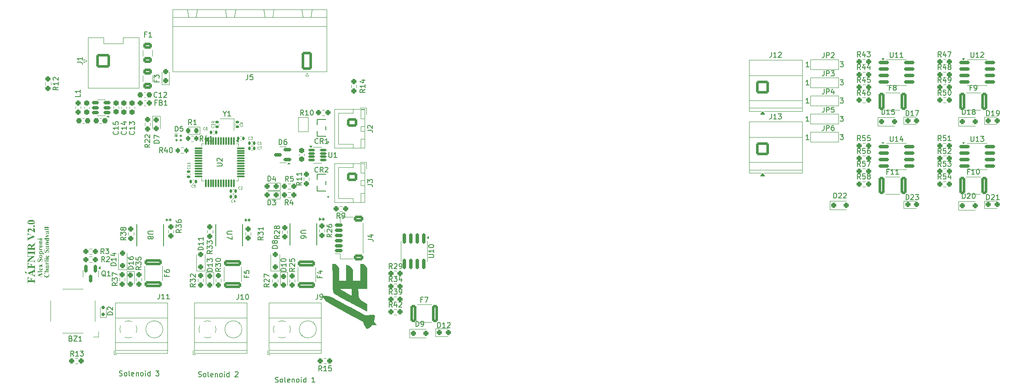
<source format=gbr>
%TF.GenerationSoftware,KiCad,Pcbnew,9.0.1*%
%TF.CreationDate,2025-11-09T21:37:19+01:00*%
%TF.ProjectId,SIGURD,53494755-5244-42e6-9b69-6361645f7063,rev?*%
%TF.SameCoordinates,Original*%
%TF.FileFunction,Legend,Top*%
%TF.FilePolarity,Positive*%
%FSLAX46Y46*%
G04 Gerber Fmt 4.6, Leading zero omitted, Abs format (unit mm)*
G04 Created by KiCad (PCBNEW 9.0.1) date 2025-11-09 21:37:19*
%MOMM*%
%LPD*%
G01*
G04 APERTURE LIST*
G04 Aperture macros list*
%AMRoundRect*
0 Rectangle with rounded corners*
0 $1 Rounding radius*
0 $2 $3 $4 $5 $6 $7 $8 $9 X,Y pos of 4 corners*
0 Add a 4 corners polygon primitive as box body*
4,1,4,$2,$3,$4,$5,$6,$7,$8,$9,$2,$3,0*
0 Add four circle primitives for the rounded corners*
1,1,$1+$1,$2,$3*
1,1,$1+$1,$4,$5*
1,1,$1+$1,$6,$7*
1,1,$1+$1,$8,$9*
0 Add four rect primitives between the rounded corners*
20,1,$1+$1,$2,$3,$4,$5,0*
20,1,$1+$1,$4,$5,$6,$7,0*
20,1,$1+$1,$6,$7,$8,$9,0*
20,1,$1+$1,$8,$9,$2,$3,0*%
%AMFreePoly0*
4,1,6,1.000000,0.000000,0.500000,-0.750000,-0.500000,-0.750000,-0.500000,0.750000,0.500000,0.750000,1.000000,0.000000,1.000000,0.000000,$1*%
%AMFreePoly1*
4,1,6,0.500000,-0.750000,-0.650000,-0.750000,-0.150000,0.000000,-0.650000,0.750000,0.500000,0.750000,0.500000,-0.750000,0.500000,-0.750000,$1*%
G04 Aperture macros list end*
%ADD10C,0.300000*%
%ADD11C,0.250000*%
%ADD12C,0.125000*%
%ADD13C,0.150000*%
%ADD14C,0.100000*%
%ADD15C,0.120000*%
%ADD16C,0.152400*%
%ADD17C,0.000000*%
%ADD18RoundRect,0.150000X-0.150000X0.825000X-0.150000X-0.825000X0.150000X-0.825000X0.150000X0.825000X0*%
%ADD19R,0.533400X1.460500*%
%ADD20RoundRect,0.250000X-0.312500X-1.450000X0.312500X-1.450000X0.312500X1.450000X-0.312500X1.450000X0*%
%ADD21RoundRect,0.237500X-0.287500X-0.237500X0.287500X-0.237500X0.287500X0.237500X-0.287500X0.237500X0*%
%ADD22RoundRect,0.250000X-0.250000X-0.250000X0.250000X-0.250000X0.250000X0.250000X-0.250000X0.250000X0*%
%ADD23RoundRect,0.237500X-0.250000X-0.237500X0.250000X-0.237500X0.250000X0.237500X-0.250000X0.237500X0*%
%ADD24RoundRect,0.150000X-0.825000X-0.150000X0.825000X-0.150000X0.825000X0.150000X-0.825000X0.150000X0*%
%ADD25FreePoly0,0.000000*%
%ADD26FreePoly0,180.000000*%
%ADD27RoundRect,0.250000X-1.050000X-1.050000X1.050000X-1.050000X1.050000X1.050000X-1.050000X1.050000X0*%
%ADD28C,2.600000*%
%ADD29R,2.500000X2.500000*%
%ADD30C,2.700000*%
%ADD31RoundRect,0.250001X-1.099999X-1.099999X1.099999X-1.099999X1.099999X1.099999X-1.099999X1.099999X0*%
%ADD32C,1.450000*%
%ADD33RoundRect,0.140000X0.170000X-0.140000X0.170000X0.140000X-0.170000X0.140000X-0.170000X-0.140000X0*%
%ADD34RoundRect,0.250000X-0.750000X0.600000X-0.750000X-0.600000X0.750000X-0.600000X0.750000X0.600000X0*%
%ADD35O,2.000000X1.700000*%
%ADD36R,1.320800X0.558800*%
%ADD37RoundRect,0.237500X-0.237500X0.250000X-0.237500X-0.250000X0.237500X-0.250000X0.237500X0.250000X0*%
%ADD38RoundRect,0.075000X-0.075000X0.662500X-0.075000X-0.662500X0.075000X-0.662500X0.075000X0.662500X0*%
%ADD39RoundRect,0.075000X-0.662500X0.075000X-0.662500X-0.075000X0.662500X-0.075000X0.662500X0.075000X0*%
%ADD40RoundRect,0.112500X-0.112500X-0.112500X0.112500X-0.112500X0.112500X0.112500X-0.112500X0.112500X0*%
%ADD41RoundRect,0.200000X0.200000X0.275000X-0.200000X0.275000X-0.200000X-0.275000X0.200000X-0.275000X0*%
%ADD42R,2.600000X2.600000*%
%ADD43RoundRect,0.250000X-0.625000X0.375000X-0.625000X-0.375000X0.625000X-0.375000X0.625000X0.375000X0*%
%ADD44RoundRect,0.237500X-0.237500X0.300000X-0.237500X-0.300000X0.237500X-0.300000X0.237500X0.300000X0*%
%ADD45FreePoly0,90.000000*%
%ADD46FreePoly1,90.000000*%
%ADD47C,0.800000*%
%ADD48C,6.400000*%
%ADD49RoundRect,0.150000X-0.200000X0.150000X-0.200000X-0.150000X0.200000X-0.150000X0.200000X0.150000X0*%
%ADD50RoundRect,0.237500X0.250000X0.237500X-0.250000X0.237500X-0.250000X-0.237500X0.250000X-0.237500X0*%
%ADD51RoundRect,0.237500X0.287500X0.237500X-0.287500X0.237500X-0.287500X-0.237500X0.287500X-0.237500X0*%
%ADD52RoundRect,0.237500X0.237500X-0.300000X0.237500X0.300000X-0.237500X0.300000X-0.237500X-0.300000X0*%
%ADD53RoundRect,0.237500X-0.237500X0.287500X-0.237500X-0.287500X0.237500X-0.287500X0.237500X0.287500X0*%
%ADD54RoundRect,0.140000X-0.140000X-0.170000X0.140000X-0.170000X0.140000X0.170000X-0.140000X0.170000X0*%
%ADD55RoundRect,0.237500X0.237500X-0.287500X0.237500X0.287500X-0.237500X0.287500X-0.237500X-0.287500X0*%
%ADD56RoundRect,0.250000X1.450000X-0.312500X1.450000X0.312500X-1.450000X0.312500X-1.450000X-0.312500X0*%
%ADD57RoundRect,0.250000X0.250000X-0.250000X0.250000X0.250000X-0.250000X0.250000X-0.250000X-0.250000X0*%
%ADD58RoundRect,0.150000X0.625000X-0.150000X0.625000X0.150000X-0.625000X0.150000X-0.625000X-0.150000X0*%
%ADD59RoundRect,0.250000X0.650000X-0.350000X0.650000X0.350000X-0.650000X0.350000X-0.650000X-0.350000X0*%
%ADD60RoundRect,0.250000X0.750000X1.550000X-0.750000X1.550000X-0.750000X-1.550000X0.750000X-1.550000X0*%
%ADD61O,2.000000X3.600000*%
%ADD62RoundRect,0.237500X0.237500X-0.250000X0.237500X0.250000X-0.237500X0.250000X-0.237500X-0.250000X0*%
%ADD63RoundRect,0.237500X0.300000X0.237500X-0.300000X0.237500X-0.300000X-0.237500X0.300000X-0.237500X0*%
%ADD64RoundRect,0.140000X-0.170000X0.140000X-0.170000X-0.140000X0.170000X-0.140000X0.170000X0.140000X0*%
%ADD65RoundRect,0.140000X0.140000X0.170000X-0.140000X0.170000X-0.140000X-0.170000X0.140000X-0.170000X0*%
%ADD66RoundRect,0.150000X0.512500X0.150000X-0.512500X0.150000X-0.512500X-0.150000X0.512500X-0.150000X0*%
%ADD67RoundRect,0.150000X0.587500X0.150000X-0.587500X0.150000X-0.587500X-0.150000X0.587500X-0.150000X0*%
%ADD68RoundRect,0.218750X0.218750X0.256250X-0.218750X0.256250X-0.218750X-0.256250X0.218750X-0.256250X0*%
%ADD69R,0.900000X0.800000*%
%ADD70RoundRect,0.125000X-0.537500X-0.125000X0.537500X-0.125000X0.537500X0.125000X-0.537500X0.125000X0*%
%ADD71RoundRect,0.237500X-0.300000X-0.237500X0.300000X-0.237500X0.300000X0.237500X-0.300000X0.237500X0*%
%ADD72RoundRect,0.150000X-0.150000X0.587500X-0.150000X-0.587500X0.150000X-0.587500X0.150000X0.587500X0*%
G04 APERTURE END LIST*
D10*
G36*
X71087812Y-119173067D02*
G01*
X71656409Y-119173067D01*
X71656409Y-119133134D01*
X71648810Y-119045886D01*
X71628657Y-118982558D01*
X71592458Y-118929712D01*
X71535234Y-118883640D01*
X71462291Y-118851535D01*
X71357456Y-118830883D01*
X71357456Y-118794979D01*
X72060875Y-118794979D01*
X72060875Y-118830883D01*
X71957776Y-118847429D01*
X71883481Y-118871816D01*
X71831456Y-118901947D01*
X71796543Y-118936946D01*
X71761010Y-118997249D01*
X71739813Y-119062146D01*
X71732613Y-119133134D01*
X71732613Y-119173067D01*
X72154665Y-119173067D01*
X72254082Y-119169117D01*
X72291502Y-119161344D01*
X72316182Y-119144773D01*
X72339312Y-119115182D01*
X72354178Y-119077099D01*
X72359829Y-119022400D01*
X72359829Y-118976330D01*
X72395000Y-118976330D01*
X72395000Y-119702830D01*
X72359829Y-119702830D01*
X72359829Y-119656760D01*
X72353811Y-119600051D01*
X72337755Y-119559398D01*
X72318517Y-119536517D01*
X72287197Y-119518457D01*
X72252001Y-119511031D01*
X72154665Y-119507192D01*
X71246081Y-119507192D01*
X71146661Y-119510991D01*
X71109336Y-119518457D01*
X71084604Y-119534613D01*
X71061434Y-119564070D01*
X71046571Y-119602074D01*
X71040917Y-119656760D01*
X71040917Y-119702830D01*
X71005746Y-119702830D01*
X71005746Y-118530648D01*
X71404351Y-118530648D01*
X71404351Y-118572688D01*
X71313110Y-118588874D01*
X71246052Y-118613891D01*
X71197813Y-118645961D01*
X71158837Y-118689083D01*
X71127116Y-118745026D01*
X71103107Y-118816503D01*
X71092597Y-118891030D01*
X71087812Y-119044016D01*
X71087812Y-119173067D01*
G37*
G36*
X72395000Y-117647984D02*
G01*
X72359829Y-117647984D01*
X72359829Y-117620324D01*
X72352894Y-117546156D01*
X72336656Y-117506568D01*
X72316479Y-117489850D01*
X72288113Y-117484036D01*
X72249095Y-117490173D01*
X72170052Y-117520948D01*
X71996395Y-117594678D01*
X71996395Y-118085515D01*
X72135614Y-118143950D01*
X72201689Y-118166391D01*
X72248271Y-118172618D01*
X72284855Y-118167134D01*
X72313071Y-118151632D01*
X72335007Y-118125540D01*
X72347550Y-118087549D01*
X72359829Y-117989161D01*
X72395000Y-117989161D01*
X72395000Y-118451330D01*
X72359829Y-118451330D01*
X72347464Y-118403717D01*
X72326497Y-118363152D01*
X72296722Y-118328415D01*
X72229490Y-118281437D01*
X72083132Y-118209529D01*
X71252398Y-117836479D01*
X71450329Y-117836479D01*
X71920191Y-118049611D01*
X71920191Y-117629575D01*
X71450329Y-117836479D01*
X71252398Y-117836479D01*
X70976437Y-117712556D01*
X70976437Y-117693047D01*
X72114090Y-117192044D01*
X72262083Y-117118957D01*
X72322185Y-117074166D01*
X72347081Y-117034033D01*
X72359829Y-116975798D01*
X72395000Y-116975798D01*
X72395000Y-117647984D01*
G37*
G36*
X70865062Y-117742232D02*
G01*
X70865062Y-117830342D01*
X70507491Y-117711457D01*
X70507491Y-117403070D01*
X70865062Y-117742232D01*
G37*
G36*
X71087812Y-116375510D02*
G01*
X71656409Y-116375510D01*
X71656409Y-116335576D01*
X71648810Y-116248328D01*
X71628657Y-116185000D01*
X71592458Y-116132154D01*
X71535234Y-116086082D01*
X71462291Y-116053978D01*
X71357456Y-116033326D01*
X71357456Y-115997422D01*
X72060875Y-115997422D01*
X72060875Y-116033326D01*
X71957776Y-116049872D01*
X71883481Y-116074259D01*
X71831456Y-116104390D01*
X71796543Y-116139388D01*
X71761010Y-116199691D01*
X71739813Y-116264588D01*
X71732613Y-116335576D01*
X71732613Y-116375510D01*
X72154665Y-116375510D01*
X72254082Y-116371559D01*
X72291502Y-116363786D01*
X72316182Y-116347215D01*
X72339312Y-116317624D01*
X72354178Y-116279541D01*
X72359829Y-116224842D01*
X72359829Y-116178772D01*
X72395000Y-116178772D01*
X72395000Y-116905273D01*
X72359829Y-116905273D01*
X72359829Y-116859202D01*
X72353811Y-116802494D01*
X72337755Y-116761841D01*
X72318517Y-116738959D01*
X72287197Y-116720900D01*
X72252001Y-116713474D01*
X72154665Y-116709634D01*
X71246081Y-116709634D01*
X71146661Y-116713434D01*
X71109336Y-116720900D01*
X71084604Y-116737055D01*
X71061434Y-116766512D01*
X71046571Y-116804516D01*
X71040917Y-116859202D01*
X71040917Y-116905273D01*
X71005746Y-116905273D01*
X71005746Y-115733090D01*
X71404351Y-115733090D01*
X71404351Y-115775130D01*
X71313110Y-115791316D01*
X71246052Y-115816334D01*
X71197813Y-115848403D01*
X71158837Y-115891525D01*
X71127116Y-115947468D01*
X71103107Y-116018946D01*
X71092597Y-116093472D01*
X71087812Y-116246458D01*
X71087812Y-116375510D01*
G37*
G36*
X71005746Y-115147548D02*
G01*
X71859467Y-114462081D01*
X71269528Y-114462081D01*
X71185013Y-114467322D01*
X71131160Y-114480304D01*
X71098803Y-114497984D01*
X71067415Y-114535153D01*
X71047449Y-114588211D01*
X71040917Y-114662940D01*
X71005746Y-114662940D01*
X71005746Y-114203886D01*
X71040917Y-114203886D01*
X71055750Y-114284370D01*
X71070409Y-114322221D01*
X71093371Y-114348438D01*
X71129394Y-114369391D01*
X71177640Y-114381097D01*
X71269528Y-114386243D01*
X72424309Y-114386243D01*
X72424309Y-114421048D01*
X71266598Y-115360681D01*
X72154665Y-115360681D01*
X72233172Y-115353190D01*
X72284860Y-115334022D01*
X72317605Y-115305909D01*
X72349216Y-115247252D01*
X72359829Y-115180338D01*
X72359829Y-115147548D01*
X72395000Y-115147548D01*
X72395000Y-115640491D01*
X72359829Y-115640491D01*
X72352883Y-115565143D01*
X72336267Y-115514106D01*
X72312476Y-115480665D01*
X72278382Y-115457451D01*
X72227784Y-115441615D01*
X72154665Y-115435511D01*
X71174457Y-115435511D01*
X71137912Y-115465186D01*
X71086544Y-115509983D01*
X71061434Y-115543130D01*
X71047850Y-115581144D01*
X71040917Y-115640491D01*
X71005746Y-115640491D01*
X71005746Y-115147548D01*
G37*
G36*
X72359829Y-113386344D02*
G01*
X72395000Y-113386344D01*
X72395000Y-114112844D01*
X72359829Y-114112844D01*
X72359829Y-114066774D01*
X72353805Y-114009997D01*
X72337755Y-113969412D01*
X72318508Y-113946456D01*
X72287197Y-113928380D01*
X72252001Y-113920954D01*
X72154665Y-113917114D01*
X71246081Y-113917114D01*
X71146661Y-113920914D01*
X71109336Y-113928380D01*
X71084604Y-113944535D01*
X71061434Y-113973992D01*
X71046568Y-114012075D01*
X71040917Y-114066774D01*
X71040917Y-114112844D01*
X71005746Y-114112844D01*
X71005746Y-113386344D01*
X71040917Y-113386344D01*
X71040917Y-113432414D01*
X71046935Y-113489123D01*
X71062991Y-113529775D01*
X71082206Y-113552942D01*
X71113549Y-113571816D01*
X71148744Y-113579241D01*
X71246081Y-113583081D01*
X72154665Y-113583081D01*
X72254082Y-113579131D01*
X72291502Y-113571358D01*
X72316182Y-113554787D01*
X72339312Y-113525196D01*
X72354178Y-113487113D01*
X72359829Y-113432414D01*
X72359829Y-113386344D01*
G37*
G36*
X72395000Y-112242188D02*
G01*
X71761922Y-112689977D01*
X71761922Y-112781202D01*
X72154665Y-112781202D01*
X72256712Y-112776578D01*
X72296081Y-112767371D01*
X72321641Y-112748886D01*
X72342518Y-112718736D01*
X72354432Y-112676136D01*
X72359829Y-112588586D01*
X72395000Y-112588586D01*
X72395000Y-113299699D01*
X72359829Y-113299699D01*
X72354234Y-113211294D01*
X72341968Y-113169090D01*
X72320840Y-113139266D01*
X72295532Y-113120913D01*
X72256650Y-113111721D01*
X72154665Y-113107083D01*
X71246081Y-113107083D01*
X71144044Y-113111708D01*
X71104756Y-113120913D01*
X71079147Y-113139424D01*
X71058319Y-113169639D01*
X71046344Y-113212165D01*
X71040917Y-113299699D01*
X71005746Y-113299699D01*
X71005746Y-112671567D01*
X71081950Y-112671567D01*
X71081950Y-112781202D01*
X71685718Y-112781202D01*
X71685718Y-112722766D01*
X71678105Y-112589485D01*
X71659798Y-112509726D01*
X71637976Y-112466081D01*
X71607139Y-112429281D01*
X71566284Y-112398534D01*
X71519494Y-112377004D01*
X71461564Y-112363090D01*
X71389971Y-112358051D01*
X71287447Y-112367618D01*
X71212041Y-112393237D01*
X71157146Y-112432331D01*
X71117857Y-112486890D01*
X71091793Y-112564076D01*
X71081950Y-112671567D01*
X71005746Y-112671567D01*
X71005746Y-112654165D01*
X71010653Y-112484151D01*
X71023231Y-112365109D01*
X71040642Y-112285327D01*
X71070657Y-112211723D01*
X71113274Y-112148662D01*
X71169236Y-112094726D01*
X71234936Y-112053883D01*
X71307513Y-112029327D01*
X71388963Y-112020904D01*
X71463632Y-112028048D01*
X71529812Y-112048766D01*
X71589249Y-112082910D01*
X71643128Y-112131546D01*
X71680042Y-112181798D01*
X71712033Y-112246713D01*
X71738383Y-112329291D01*
X72209253Y-111995259D01*
X72285499Y-111932911D01*
X72315590Y-111902019D01*
X72338407Y-111857104D01*
X72348105Y-111804658D01*
X72395000Y-111804658D01*
X72395000Y-112242188D01*
G37*
G36*
X71005746Y-109842868D02*
G01*
X71040917Y-109842868D01*
X71054868Y-109890485D01*
X71081229Y-109935271D01*
X71121792Y-109978148D01*
X71191523Y-110022961D01*
X71362402Y-110106193D01*
X72424309Y-110584665D01*
X72424309Y-110618553D01*
X71320545Y-111095010D01*
X71141014Y-111177107D01*
X71085156Y-111210323D01*
X71058381Y-111248160D01*
X71040917Y-111320416D01*
X71005746Y-111320416D01*
X71005746Y-110654365D01*
X71040917Y-110654365D01*
X71040917Y-110676897D01*
X71047955Y-110759277D01*
X71063815Y-110799904D01*
X71082911Y-110817451D01*
X71109702Y-110823442D01*
X71154032Y-110815291D01*
X71289404Y-110759878D01*
X71979451Y-110463764D01*
X71364966Y-110189174D01*
X71214940Y-110128724D01*
X71149636Y-110117459D01*
X71120151Y-110121631D01*
X71094773Y-110133853D01*
X71074180Y-110153592D01*
X71058503Y-110182030D01*
X71045826Y-110229969D01*
X71040917Y-110298809D01*
X71005746Y-110298809D01*
X71005746Y-109842868D01*
G37*
G36*
X72395000Y-108952603D02*
G01*
X72395000Y-109770328D01*
X72372377Y-109770328D01*
X72062117Y-109517763D01*
X71873908Y-109378419D01*
X71769524Y-109313838D01*
X71664021Y-109268044D01*
X71563658Y-109241821D01*
X71466999Y-109233330D01*
X71397828Y-109241061D01*
X71338935Y-109263271D01*
X71288030Y-109299917D01*
X71248178Y-109348042D01*
X71224756Y-109401687D01*
X71216772Y-109462857D01*
X71226504Y-109536693D01*
X71254939Y-109600660D01*
X71303234Y-109657332D01*
X71375408Y-109707772D01*
X71361944Y-109745690D01*
X71235579Y-109699407D01*
X71140497Y-109643085D01*
X71070776Y-109577712D01*
X71018204Y-109498361D01*
X70987026Y-109412373D01*
X70976437Y-109317411D01*
X70982024Y-109248376D01*
X70998436Y-109184513D01*
X71025621Y-109124795D01*
X71062594Y-109070703D01*
X71107259Y-109025527D01*
X71160260Y-108988507D01*
X71245881Y-108950760D01*
X71320453Y-108939323D01*
X71409508Y-108947349D01*
X71501234Y-108972072D01*
X71596967Y-109015160D01*
X71718328Y-109094973D01*
X71889637Y-109237885D01*
X72125355Y-109466979D01*
X72125355Y-109166743D01*
X72122460Y-109065613D01*
X72116471Y-109022762D01*
X72104157Y-108991933D01*
X72086154Y-108967899D01*
X72058144Y-108946311D01*
X71996395Y-108911571D01*
X71996395Y-108874751D01*
X72395000Y-108952603D01*
G37*
G36*
X72090184Y-108509944D02*
G01*
X72095760Y-108464152D01*
X72112017Y-108424180D01*
X72139369Y-108388586D01*
X72174667Y-108360784D01*
X72213661Y-108344420D01*
X72257704Y-108338852D01*
X72301762Y-108344476D01*
X72340623Y-108360987D01*
X72375674Y-108389043D01*
X72402769Y-108424918D01*
X72418823Y-108464766D01*
X72424309Y-108509944D01*
X72418814Y-108555107D01*
X72402753Y-108594795D01*
X72375674Y-108630386D01*
X72340663Y-108658112D01*
X72301799Y-108674456D01*
X72257704Y-108680028D01*
X72213655Y-108674468D01*
X72174661Y-108658133D01*
X72139369Y-108630386D01*
X72111961Y-108594756D01*
X72095732Y-108555071D01*
X72090184Y-108509944D01*
G37*
G36*
X71834668Y-107281905D02*
G01*
X71963364Y-107301543D01*
X72084506Y-107333640D01*
X72187478Y-107375865D01*
X72265307Y-107427429D01*
X72328964Y-107490884D01*
X72377139Y-107561152D01*
X72408040Y-107638920D01*
X72418447Y-107724001D01*
X72412656Y-107789439D01*
X72395659Y-107849509D01*
X72367431Y-107905351D01*
X72306923Y-107980168D01*
X72221343Y-108048874D01*
X72144969Y-108089162D01*
X72036512Y-108127734D01*
X71878184Y-108160709D01*
X71713745Y-108171789D01*
X71564327Y-108164421D01*
X71426555Y-108142987D01*
X71299112Y-108108225D01*
X71199852Y-108065660D01*
X71121100Y-108012691D01*
X71059693Y-107949498D01*
X71012489Y-107875151D01*
X70985363Y-107800538D01*
X70976800Y-107727115D01*
X71046779Y-107727115D01*
X71053268Y-107767527D01*
X71071325Y-107796724D01*
X71097943Y-107817351D01*
X71138553Y-107834839D01*
X71197904Y-107848015D01*
X71341196Y-107856471D01*
X71830615Y-107861296D01*
X72101596Y-107854769D01*
X72226197Y-107840779D01*
X72291225Y-107820115D01*
X72323558Y-107796816D01*
X72341616Y-107764545D01*
X72348105Y-107720978D01*
X72339440Y-107675047D01*
X72315315Y-107644133D01*
X72274662Y-107621367D01*
X72217264Y-107604344D01*
X72138087Y-107594949D01*
X71697442Y-107590827D01*
X71272185Y-107594949D01*
X71176752Y-107606985D01*
X71115897Y-107624183D01*
X71079569Y-107644133D01*
X71055706Y-107675863D01*
X71046779Y-107727115D01*
X70976800Y-107727115D01*
X70976437Y-107724001D01*
X70985350Y-107646128D01*
X71012244Y-107571396D01*
X71058686Y-107498137D01*
X71118848Y-107435096D01*
X71191906Y-107383781D01*
X71279787Y-107343898D01*
X71408766Y-107306257D01*
X71547534Y-107283133D01*
X71697442Y-107275204D01*
X71834668Y-107281905D01*
G37*
D11*
G36*
X74234291Y-117716198D02*
G01*
X74554738Y-117716198D01*
X74554738Y-117742821D01*
X74492514Y-117762077D01*
X74440261Y-117787322D01*
X74396589Y-117818227D01*
X74360443Y-117854867D01*
X74322682Y-117912413D01*
X74300423Y-117973826D01*
X74292909Y-118040675D01*
X74298494Y-118096928D01*
X74315083Y-118149623D01*
X74343101Y-118199799D01*
X74380109Y-118243894D01*
X74423592Y-118278970D01*
X74474321Y-118305678D01*
X74544713Y-118329231D01*
X74621366Y-118343733D01*
X74705252Y-118348726D01*
X74788196Y-118345054D01*
X74863882Y-118334433D01*
X74933070Y-118317341D01*
X74998430Y-118291184D01*
X75049388Y-118258315D01*
X75088347Y-118218972D01*
X75116751Y-118171737D01*
X75134572Y-118114711D01*
X75140921Y-118045437D01*
X75136555Y-117988108D01*
X75123742Y-117934981D01*
X75102575Y-117885275D01*
X75073446Y-117839422D01*
X75030353Y-117788567D01*
X74970256Y-117731891D01*
X75050184Y-117731891D01*
X75099229Y-117786301D01*
X75136810Y-117840266D01*
X75164185Y-117894129D01*
X75183293Y-117951432D01*
X75195317Y-118016712D01*
X75199539Y-118091233D01*
X75192633Y-118188587D01*
X75172680Y-118275843D01*
X75140310Y-118354588D01*
X75107167Y-118409270D01*
X75067979Y-118456724D01*
X75022481Y-118497583D01*
X74970134Y-118532213D01*
X74894190Y-118567057D01*
X74815827Y-118587743D01*
X74733951Y-118594678D01*
X74647735Y-118587036D01*
X74564628Y-118564148D01*
X74483419Y-118525375D01*
X74427101Y-118487345D01*
X74378031Y-118443675D01*
X74335650Y-118394105D01*
X74299626Y-118338162D01*
X74263182Y-118257556D01*
X74241544Y-118174482D01*
X74234291Y-118087814D01*
X74238454Y-118023288D01*
X74251365Y-117954742D01*
X74273859Y-117881489D01*
X74292825Y-117823771D01*
X74296817Y-117801561D01*
X74293081Y-117781161D01*
X74281857Y-117763642D01*
X74263706Y-117750968D01*
X74234291Y-117742821D01*
X74234291Y-117716198D01*
G37*
G36*
X74253831Y-117331699D02*
G01*
X74626118Y-117331699D01*
X74575890Y-117278529D01*
X74546739Y-117235406D01*
X74529220Y-117190556D01*
X74523475Y-117144548D01*
X74527429Y-117105660D01*
X74538852Y-117071734D01*
X74557669Y-117041721D01*
X74595489Y-117005769D01*
X74638025Y-116985057D01*
X74692082Y-116975292D01*
X74793607Y-116971013D01*
X75043224Y-116971013D01*
X75108772Y-116966471D01*
X75133838Y-116957336D01*
X75147513Y-116938944D01*
X75156552Y-116902015D01*
X75180000Y-116902015D01*
X75180000Y-117225819D01*
X75156552Y-117225819D01*
X75147019Y-117195278D01*
X75129380Y-117174590D01*
X75105225Y-117166380D01*
X75043224Y-117162316D01*
X74759047Y-117162316D01*
X74687153Y-117164392D01*
X74659884Y-117168483D01*
X74641709Y-117176911D01*
X74628499Y-117189305D01*
X74620072Y-117204909D01*
X74617264Y-117222400D01*
X74621752Y-117248878D01*
X74635949Y-117275706D01*
X74659311Y-117300625D01*
X74701528Y-117331699D01*
X75043224Y-117331699D01*
X75104699Y-117328264D01*
X75128037Y-117321441D01*
X75145855Y-117303194D01*
X75156552Y-117268196D01*
X75180000Y-117268196D01*
X75180000Y-117592001D01*
X75156552Y-117592001D01*
X75147395Y-117556050D01*
X75130785Y-117534603D01*
X75108559Y-117526993D01*
X75043224Y-117523002D01*
X74390607Y-117523002D01*
X74325273Y-117527435D01*
X74300481Y-117536313D01*
X74286853Y-117554469D01*
X74277278Y-117592001D01*
X74253831Y-117592001D01*
X74253831Y-117331699D01*
G37*
G36*
X75134857Y-116222257D02*
G01*
X75164063Y-116256542D01*
X75181781Y-116295211D01*
X75187815Y-116339523D01*
X75184563Y-116375073D01*
X75175613Y-116403000D01*
X75161620Y-116424947D01*
X75142188Y-116442099D01*
X75116315Y-116454744D01*
X75082302Y-116462500D01*
X75132905Y-116525733D01*
X75165036Y-116580727D01*
X75182430Y-116629033D01*
X75187815Y-116672243D01*
X75183708Y-116707211D01*
X75171858Y-116737105D01*
X75152156Y-116763101D01*
X75126479Y-116783161D01*
X75097088Y-116795163D01*
X75062824Y-116799310D01*
X75016958Y-116792631D01*
X74973831Y-116772346D01*
X74932032Y-116736479D01*
X74896730Y-116690030D01*
X74846685Y-116604306D01*
X74777426Y-116462500D01*
X74823527Y-116462500D01*
X74858527Y-116515664D01*
X74892957Y-116555963D01*
X74926903Y-116585476D01*
X74964687Y-116605763D01*
X75001031Y-116612098D01*
X75030263Y-116606534D01*
X75056107Y-116589567D01*
X75069645Y-116569696D01*
X75074487Y-116541756D01*
X75070925Y-116520119D01*
X75058885Y-116494206D01*
X75035408Y-116462500D01*
X74823527Y-116462500D01*
X74777426Y-116462500D01*
X74711664Y-116462500D01*
X74644257Y-116465137D01*
X74618302Y-116470376D01*
X74600789Y-116481280D01*
X74584719Y-116500113D01*
X74573995Y-116523200D01*
X74570369Y-116549267D01*
X74575749Y-116590868D01*
X74590642Y-116622356D01*
X74604791Y-116635990D01*
X74620012Y-116640125D01*
X74634822Y-116636179D01*
X74656404Y-116621013D01*
X74687312Y-116600965D01*
X74714473Y-116595062D01*
X74746195Y-116601287D01*
X74772908Y-116620036D01*
X74790760Y-116648163D01*
X74797027Y-116685249D01*
X74790375Y-116725207D01*
X74771076Y-116757301D01*
X74742408Y-116779263D01*
X74710198Y-116786304D01*
X74678705Y-116782212D01*
X74647631Y-116769642D01*
X74616165Y-116747409D01*
X74589461Y-116719128D01*
X74566494Y-116683355D01*
X74547411Y-116638782D01*
X74529485Y-116567869D01*
X74523475Y-116493946D01*
X74528235Y-116434408D01*
X74541302Y-116387319D01*
X74561516Y-116350148D01*
X74589148Y-116317394D01*
X74616486Y-116295143D01*
X74643886Y-116281516D01*
X74681147Y-116275100D01*
X74773763Y-116271929D01*
X75018005Y-116271929D01*
X75072166Y-116268510D01*
X75088653Y-116258251D01*
X75094026Y-116242559D01*
X75089945Y-116225520D01*
X75075952Y-116206350D01*
X75087676Y-116185833D01*
X75134857Y-116222257D01*
G37*
G36*
X74543014Y-115850427D02*
G01*
X74686079Y-115850427D01*
X74621653Y-115804981D01*
X74580128Y-115768422D01*
X74555654Y-115739113D01*
X74530988Y-115690563D01*
X74523475Y-115646851D01*
X74529518Y-115611827D01*
X74546678Y-115585729D01*
X74573553Y-115568956D01*
X74612257Y-115562831D01*
X74653700Y-115568834D01*
X74682294Y-115585057D01*
X74701025Y-115609743D01*
X74707145Y-115638668D01*
X74701556Y-115672661D01*
X74685041Y-115701500D01*
X74660251Y-115732946D01*
X74656343Y-115748639D01*
X74659931Y-115767533D01*
X74671303Y-115786191D01*
X74698457Y-115810213D01*
X74737248Y-115828567D01*
X74805427Y-115844778D01*
X74882817Y-115850427D01*
X75029729Y-115850427D01*
X75066671Y-115849755D01*
X75103119Y-115848185D01*
X75117901Y-115844993D01*
X75134562Y-115834617D01*
X75145683Y-115820751D01*
X75152219Y-115801739D01*
X75156552Y-115766407D01*
X75180000Y-115766407D01*
X75180000Y-116111400D01*
X75156552Y-116111400D01*
X75148285Y-116074411D01*
X75133777Y-116055041D01*
X75106285Y-116045272D01*
X75031500Y-116040326D01*
X74679790Y-116040326D01*
X74628492Y-116042147D01*
X74607983Y-116045821D01*
X74590412Y-116054506D01*
X74579162Y-116065605D01*
X74572036Y-116081383D01*
X74566461Y-116111400D01*
X74543014Y-116111400D01*
X74543014Y-115850427D01*
G37*
G36*
X74253831Y-115244094D02*
G01*
X75047131Y-115244094D01*
X75109055Y-115239031D01*
X75134754Y-115228401D01*
X75148785Y-115207681D01*
X75156552Y-115166913D01*
X75180000Y-115166913D01*
X75180000Y-115511906D01*
X75156552Y-115511906D01*
X75149104Y-115473737D01*
X75131639Y-115449075D01*
X75108811Y-115439966D01*
X75047131Y-115435397D01*
X74386699Y-115435397D01*
X74324989Y-115440473D01*
X74299260Y-115451151D01*
X74285102Y-115471756D01*
X74277278Y-115511906D01*
X74253831Y-115511906D01*
X74253831Y-115244094D01*
G37*
G36*
X74234291Y-114951613D02*
G01*
X74237804Y-114923312D01*
X74248061Y-114898577D01*
X74265371Y-114876509D01*
X74287631Y-114859333D01*
X74312281Y-114849192D01*
X74340170Y-114845734D01*
X74367989Y-114849225D01*
X74392512Y-114859463D01*
X74414603Y-114876814D01*
X74431742Y-114899069D01*
X74441865Y-114923720D01*
X74445317Y-114951613D01*
X74441859Y-114979496D01*
X74431732Y-115004041D01*
X74414603Y-115026107D01*
X74392538Y-115043239D01*
X74368013Y-115053364D01*
X74340170Y-115056821D01*
X74312277Y-115053369D01*
X74287626Y-115043246D01*
X74265371Y-115026107D01*
X74248023Y-115004015D01*
X74237784Y-114979472D01*
X74234291Y-114951613D01*
G37*
G36*
X74543014Y-114855992D02*
G01*
X75047131Y-114855992D01*
X75109055Y-114850929D01*
X75134754Y-114840300D01*
X75148783Y-114819572D01*
X75156552Y-114778750D01*
X75180000Y-114778750D01*
X75180000Y-115123743D01*
X75156552Y-115123743D01*
X75149104Y-115085574D01*
X75131639Y-115060912D01*
X75108811Y-115051803D01*
X75047131Y-115047234D01*
X74675882Y-115047234D01*
X74613965Y-115052316D01*
X74588260Y-115062988D01*
X74574208Y-115083578D01*
X74566461Y-115123743D01*
X74543014Y-115123743D01*
X74543014Y-114855992D01*
G37*
G36*
X75072756Y-114214207D02*
G01*
X75121788Y-114252460D01*
X75155148Y-114290265D01*
X75179643Y-114333961D01*
X75194454Y-114382056D01*
X75199539Y-114435711D01*
X75194847Y-114491660D01*
X75181447Y-114539960D01*
X75159832Y-114581995D01*
X75129778Y-114618782D01*
X75090362Y-114650889D01*
X75029172Y-114682682D01*
X74957213Y-114702591D01*
X74872070Y-114709630D01*
X74792663Y-114703660D01*
X74725125Y-114686776D01*
X74667428Y-114659926D01*
X74617997Y-114623229D01*
X74575589Y-114576765D01*
X74546506Y-114528100D01*
X74529287Y-114476462D01*
X74524544Y-114430949D01*
X74570369Y-114430949D01*
X74574067Y-114452842D01*
X74585130Y-114471905D01*
X74604808Y-114489017D01*
X74646796Y-114510303D01*
X74700681Y-114524214D01*
X74769488Y-114529317D01*
X74793119Y-114529317D01*
X74793119Y-114343510D01*
X74692908Y-114347250D01*
X74643948Y-114355478D01*
X74607359Y-114371364D01*
X74582520Y-114392663D01*
X74573600Y-114408814D01*
X74570369Y-114430949D01*
X74524544Y-114430949D01*
X74523475Y-114420690D01*
X74528382Y-114374173D01*
X74542912Y-114331215D01*
X74567457Y-114290824D01*
X74603281Y-114252346D01*
X74644699Y-114222614D01*
X74696452Y-114199385D01*
X74760682Y-114183254D01*
X74840013Y-114175471D01*
X74840013Y-114525898D01*
X74902729Y-114518745D01*
X74955685Y-114504681D01*
X75000396Y-114484422D01*
X75038094Y-114458243D01*
X75069773Y-114423818D01*
X75087937Y-114386491D01*
X75094026Y-114344853D01*
X75088273Y-114305714D01*
X75071067Y-114270420D01*
X75041953Y-114238400D01*
X74988513Y-114198674D01*
X75004145Y-114175471D01*
X75072756Y-114214207D01*
G37*
G36*
X74234291Y-113135362D02*
G01*
X74543014Y-113127852D01*
X74543014Y-113155818D01*
X74486186Y-113169818D01*
X74436700Y-113190765D01*
X74393531Y-113218467D01*
X74355924Y-113253148D01*
X74315599Y-113307953D01*
X74292638Y-113363363D01*
X74285094Y-113420882D01*
X74289586Y-113465947D01*
X74302106Y-113502084D01*
X74322035Y-113531219D01*
X74348705Y-113554305D01*
X74376742Y-113567459D01*
X74407093Y-113571824D01*
X74436241Y-113568150D01*
X74461315Y-113557475D01*
X74491533Y-113533191D01*
X74524391Y-113493972D01*
X74549913Y-113450996D01*
X74603709Y-113345717D01*
X74661936Y-113238825D01*
X74711613Y-113168856D01*
X74753979Y-113126448D01*
X74803669Y-113095288D01*
X74857357Y-113076752D01*
X74916400Y-113070455D01*
X74972298Y-113076102D01*
X75023472Y-113092735D01*
X75071093Y-113120628D01*
X75115947Y-113161008D01*
X75152051Y-113208545D01*
X75177974Y-113261896D01*
X75193971Y-113322170D01*
X75199539Y-113390840D01*
X75197322Y-113433833D01*
X75190868Y-113473517D01*
X75179324Y-113514488D01*
X75158201Y-113571153D01*
X75147731Y-113602870D01*
X75144829Y-113625130D01*
X75147945Y-113642688D01*
X75158323Y-113662744D01*
X75174758Y-113680167D01*
X75199539Y-113694801D01*
X75199539Y-113720080D01*
X74855645Y-113720080D01*
X74855645Y-113694801D01*
X74926249Y-113675098D01*
X74985035Y-113648980D01*
X75033717Y-113616941D01*
X75073632Y-113579030D01*
X75107469Y-113533775D01*
X75130630Y-113488309D01*
X75144216Y-113442053D01*
X75148736Y-113394260D01*
X75143740Y-113344817D01*
X75129759Y-113304849D01*
X75107398Y-113272322D01*
X75077535Y-113246565D01*
X75045799Y-113231812D01*
X75011106Y-113226892D01*
X74979376Y-113231176D01*
X74948091Y-113244356D01*
X74919247Y-113265467D01*
X74890144Y-113297295D01*
X74862041Y-113340320D01*
X74818581Y-113422958D01*
X74756954Y-113539328D01*
X74713557Y-113604675D01*
X74666778Y-113654326D01*
X74616592Y-113689733D01*
X74579914Y-113706139D01*
X74540793Y-113716040D01*
X74498623Y-113719408D01*
X74445444Y-113714265D01*
X74397228Y-113699201D01*
X74352865Y-113674131D01*
X74311594Y-113638136D01*
X74278051Y-113595264D01*
X74254103Y-113547503D01*
X74239394Y-113493898D01*
X74234291Y-113433155D01*
X74236997Y-113388605D01*
X74245038Y-113345717D01*
X74255717Y-113312292D01*
X74274958Y-113267498D01*
X74292687Y-113224214D01*
X74296817Y-113202957D01*
X74294004Y-113186739D01*
X74286071Y-113174930D01*
X74271121Y-113166324D01*
X74234291Y-113155818D01*
X74234291Y-113135362D01*
G37*
G36*
X75134857Y-112374944D02*
G01*
X75164063Y-112409228D01*
X75181781Y-112447898D01*
X75187815Y-112492210D01*
X75184563Y-112527760D01*
X75175613Y-112555686D01*
X75161620Y-112577634D01*
X75142188Y-112594786D01*
X75116315Y-112607431D01*
X75082302Y-112615186D01*
X75132905Y-112678420D01*
X75165036Y-112733414D01*
X75182430Y-112781720D01*
X75187815Y-112824930D01*
X75183708Y-112859898D01*
X75171858Y-112889792D01*
X75152156Y-112915788D01*
X75126479Y-112935848D01*
X75097088Y-112947850D01*
X75062824Y-112951997D01*
X75016958Y-112945317D01*
X74973831Y-112925033D01*
X74932032Y-112889166D01*
X74896730Y-112842717D01*
X74846685Y-112756993D01*
X74777426Y-112615186D01*
X74823527Y-112615186D01*
X74858527Y-112668351D01*
X74892957Y-112708649D01*
X74926903Y-112738162D01*
X74964687Y-112758450D01*
X75001031Y-112764785D01*
X75030263Y-112759221D01*
X75056107Y-112742254D01*
X75069645Y-112722383D01*
X75074487Y-112694443D01*
X75070925Y-112672805D01*
X75058885Y-112646892D01*
X75035408Y-112615186D01*
X74823527Y-112615186D01*
X74777426Y-112615186D01*
X74711664Y-112615186D01*
X74644257Y-112617823D01*
X74618302Y-112623063D01*
X74600789Y-112633966D01*
X74584719Y-112652800D01*
X74573995Y-112675887D01*
X74570369Y-112701953D01*
X74575749Y-112743555D01*
X74590642Y-112775043D01*
X74604791Y-112788677D01*
X74620012Y-112792812D01*
X74634822Y-112788866D01*
X74656404Y-112773700D01*
X74687312Y-112753651D01*
X74714473Y-112747749D01*
X74746195Y-112753974D01*
X74772908Y-112772723D01*
X74790760Y-112800850D01*
X74797027Y-112837936D01*
X74790375Y-112877894D01*
X74771076Y-112909987D01*
X74742408Y-112931949D01*
X74710198Y-112938991D01*
X74678705Y-112934898D01*
X74647631Y-112922329D01*
X74616165Y-112900095D01*
X74589461Y-112871815D01*
X74566494Y-112836042D01*
X74547411Y-112791468D01*
X74529485Y-112720555D01*
X74523475Y-112646632D01*
X74528235Y-112587094D01*
X74541302Y-112540005D01*
X74561516Y-112502834D01*
X74589148Y-112470081D01*
X74616486Y-112447830D01*
X74643886Y-112434202D01*
X74681147Y-112427787D01*
X74773763Y-112424616D01*
X75018005Y-112424616D01*
X75072166Y-112421196D01*
X75088653Y-112410938D01*
X75094026Y-112395245D01*
X75089945Y-112378206D01*
X75075952Y-112359036D01*
X75087676Y-112338520D01*
X75134857Y-112374944D01*
G37*
G36*
X74543014Y-112007205D02*
G01*
X74628988Y-112007205D01*
X74579374Y-111956834D01*
X74548632Y-111912988D01*
X74529771Y-111866197D01*
X74523475Y-111815963D01*
X74527553Y-111775790D01*
X74539179Y-111741845D01*
X74558096Y-111712831D01*
X74583131Y-111688447D01*
X74611580Y-111670362D01*
X74644009Y-111658182D01*
X74691945Y-111650708D01*
X74793974Y-111647252D01*
X75043224Y-111647252D01*
X75109007Y-111642817D01*
X75133960Y-111633941D01*
X75147530Y-111615766D01*
X75156552Y-111578253D01*
X75180000Y-111578253D01*
X75180000Y-111901325D01*
X75156552Y-111901325D01*
X75146357Y-111869513D01*
X75126877Y-111849424D01*
X75103715Y-111842138D01*
X75043224Y-111838494D01*
X74759230Y-111838494D01*
X74687840Y-111840559D01*
X74660312Y-111844661D01*
X74641825Y-111853111D01*
X74628560Y-111865483D01*
X74620059Y-111880998D01*
X74617264Y-111897906D01*
X74621696Y-111924158D01*
X74635685Y-111950534D01*
X74661589Y-111978042D01*
X74703237Y-112007205D01*
X75043224Y-112007205D01*
X75107363Y-112002833D01*
X75132983Y-111993893D01*
X75147568Y-111976364D01*
X75156552Y-111944373D01*
X75180000Y-111944373D01*
X75180000Y-112267506D01*
X75156552Y-112267506D01*
X75147456Y-112231550D01*
X75130907Y-112210109D01*
X75108760Y-112202506D01*
X75043224Y-112198508D01*
X74679790Y-112198508D01*
X74614457Y-112202941D01*
X74589665Y-112211819D01*
X74576037Y-112229975D01*
X74566461Y-112267506D01*
X74543014Y-112267506D01*
X74543014Y-112007205D01*
G37*
G36*
X75199539Y-111060825D02*
G01*
X75098422Y-111060825D01*
X75150748Y-111109870D01*
X75178412Y-111147226D01*
X75194130Y-111187105D01*
X75199539Y-111232955D01*
X75192669Y-111291087D01*
X75172708Y-111341611D01*
X75139296Y-111386355D01*
X75090362Y-111426273D01*
X75028854Y-111457375D01*
X74957064Y-111476815D01*
X74872742Y-111483670D01*
X74804800Y-111479521D01*
X74743601Y-111467541D01*
X74688217Y-111448194D01*
X74636825Y-111420614D01*
X74596301Y-111388194D01*
X74565118Y-111350863D01*
X74541777Y-111308120D01*
X74528058Y-111264077D01*
X74523475Y-111217934D01*
X74526910Y-111184473D01*
X74589909Y-111184473D01*
X74593493Y-111207970D01*
X74603647Y-111226116D01*
X74630512Y-111247627D01*
X74678752Y-111267454D01*
X74739583Y-111278760D01*
X74843250Y-111283513D01*
X74957187Y-111278245D01*
X75023623Y-111265744D01*
X75076333Y-111243406D01*
X75108314Y-111217262D01*
X75117861Y-111199468D01*
X75121381Y-111174214D01*
X75116601Y-111147720D01*
X75101316Y-111120657D01*
X75072530Y-111091887D01*
X75025516Y-111060825D01*
X74683698Y-111060825D01*
X74639289Y-111090267D01*
X74610941Y-111120302D01*
X74595100Y-111151327D01*
X74589909Y-111184473D01*
X74526910Y-111184473D01*
X74527983Y-111174018D01*
X74540877Y-111136662D01*
X74563130Y-111101959D01*
X74601632Y-111060825D01*
X74410146Y-111060825D01*
X74340990Y-111062980D01*
X74318005Y-111066992D01*
X74299694Y-111077463D01*
X74287292Y-111091599D01*
X74280380Y-111111754D01*
X74277278Y-111153026D01*
X74253831Y-111153026D01*
X74253831Y-110869583D01*
X74992421Y-110869583D01*
X75058498Y-110868123D01*
X75079005Y-110865491D01*
X75098683Y-110857274D01*
X75111856Y-110844670D01*
X75119928Y-110826067D01*
X75125289Y-110790997D01*
X75148736Y-110790997D01*
X75199539Y-111060825D01*
G37*
G36*
X75199539Y-110424572D02*
G01*
X74705985Y-110639750D01*
X74624114Y-110678513D01*
X74590764Y-110700505D01*
X74576075Y-110719200D01*
X74566461Y-110746973D01*
X74543014Y-110746973D01*
X74543014Y-110407475D01*
X74566461Y-110407475D01*
X74569947Y-110436402D01*
X74578185Y-110451195D01*
X74594946Y-110463597D01*
X74614089Y-110467620D01*
X74644394Y-110462037D01*
X74710015Y-110437517D01*
X74949312Y-110332370D01*
X74742744Y-110248351D01*
X74658783Y-110219122D01*
X74616043Y-110212142D01*
X74596564Y-110216036D01*
X74581299Y-110227529D01*
X74571544Y-110246438D01*
X74566461Y-110281812D01*
X74543014Y-110281812D01*
X74543014Y-110072740D01*
X74566461Y-110072740D01*
X74574414Y-110100456D01*
X74589237Y-110121955D01*
X74617509Y-110141345D01*
X74698719Y-110179352D01*
X75199539Y-110392454D01*
X75199539Y-110424572D01*
G37*
G36*
X75134857Y-109420583D02*
G01*
X75164063Y-109454867D01*
X75181781Y-109493536D01*
X75187815Y-109537848D01*
X75184563Y-109573398D01*
X75175613Y-109601325D01*
X75161620Y-109623272D01*
X75142188Y-109640424D01*
X75116315Y-109653069D01*
X75082302Y-109660825D01*
X75132905Y-109724058D01*
X75165036Y-109779053D01*
X75182430Y-109827358D01*
X75187815Y-109870568D01*
X75183708Y-109905537D01*
X75171858Y-109935431D01*
X75152156Y-109961427D01*
X75126479Y-109981486D01*
X75097088Y-109993489D01*
X75062824Y-109997636D01*
X75016958Y-109990956D01*
X74973831Y-109970671D01*
X74932032Y-109934804D01*
X74896730Y-109888355D01*
X74846685Y-109802632D01*
X74777426Y-109660825D01*
X74823527Y-109660825D01*
X74858527Y-109713989D01*
X74892957Y-109754288D01*
X74926903Y-109783801D01*
X74964687Y-109804088D01*
X75001031Y-109810423D01*
X75030263Y-109804859D01*
X75056107Y-109787892D01*
X75069645Y-109768021D01*
X75074487Y-109740081D01*
X75070925Y-109718444D01*
X75058885Y-109692531D01*
X75035408Y-109660825D01*
X74823527Y-109660825D01*
X74777426Y-109660825D01*
X74711664Y-109660825D01*
X74644257Y-109663462D01*
X74618302Y-109668702D01*
X74600789Y-109679605D01*
X74584719Y-109698438D01*
X74573995Y-109721525D01*
X74570369Y-109747592D01*
X74575749Y-109789193D01*
X74590642Y-109820682D01*
X74604791Y-109834315D01*
X74620012Y-109838450D01*
X74634822Y-109834504D01*
X74656404Y-109819338D01*
X74687312Y-109799290D01*
X74714473Y-109793387D01*
X74746195Y-109799612D01*
X74772908Y-109818361D01*
X74790760Y-109846488D01*
X74797027Y-109883574D01*
X74790375Y-109923533D01*
X74771076Y-109955626D01*
X74742408Y-109977588D01*
X74710198Y-109984630D01*
X74678705Y-109980537D01*
X74647631Y-109967968D01*
X74616165Y-109945734D01*
X74589461Y-109917453D01*
X74566494Y-109881680D01*
X74547411Y-109837107D01*
X74529485Y-109766194D01*
X74523475Y-109692271D01*
X74528235Y-109632733D01*
X74541302Y-109585644D01*
X74561516Y-109548473D01*
X74589148Y-109515719D01*
X74616486Y-109493468D01*
X74643886Y-109479841D01*
X74681147Y-109473425D01*
X74773763Y-109470254D01*
X75018005Y-109470254D01*
X75072166Y-109466835D01*
X75088653Y-109456577D01*
X75094026Y-109440884D01*
X75089945Y-109423845D01*
X75075952Y-109404675D01*
X75087676Y-109384159D01*
X75134857Y-109420583D01*
G37*
G36*
X74253831Y-109063773D02*
G01*
X75047131Y-109063773D01*
X75109055Y-109058710D01*
X75134754Y-109048080D01*
X75148785Y-109027360D01*
X75156552Y-108986592D01*
X75180000Y-108986592D01*
X75180000Y-109331585D01*
X75156552Y-109331585D01*
X75149104Y-109293416D01*
X75131639Y-109268754D01*
X75108811Y-109259645D01*
X75047131Y-109255076D01*
X74386699Y-109255076D01*
X74324989Y-109260152D01*
X74299260Y-109270830D01*
X74285102Y-109291435D01*
X74277278Y-109331585D01*
X74253831Y-109331585D01*
X74253831Y-109063773D01*
G37*
G36*
X74253831Y-108674938D02*
G01*
X75047131Y-108674938D01*
X75109055Y-108669875D01*
X75134754Y-108659246D01*
X75148785Y-108638525D01*
X75156552Y-108597758D01*
X75180000Y-108597758D01*
X75180000Y-108942751D01*
X75156552Y-108942751D01*
X75149104Y-108904581D01*
X75131639Y-108879919D01*
X75108811Y-108870810D01*
X75047131Y-108866242D01*
X74386699Y-108866242D01*
X74324989Y-108871317D01*
X74299260Y-108881995D01*
X74285102Y-108902600D01*
X74277278Y-108942751D01*
X74253831Y-108942751D01*
X74253831Y-108674938D01*
G37*
D12*
G36*
X73900000Y-118103506D02*
G01*
X73876552Y-118103506D01*
X73876552Y-118085066D01*
X73871929Y-118035621D01*
X73861104Y-118009228D01*
X73847652Y-117998083D01*
X73828742Y-117994207D01*
X73802730Y-117998299D01*
X73750034Y-118018815D01*
X73634263Y-118067969D01*
X73634263Y-118395193D01*
X73727076Y-118434150D01*
X73771126Y-118449110D01*
X73802180Y-118453262D01*
X73826570Y-118449606D01*
X73845381Y-118439271D01*
X73860005Y-118421877D01*
X73868366Y-118396549D01*
X73876552Y-118330957D01*
X73900000Y-118330957D01*
X73900000Y-118639070D01*
X73876552Y-118639070D01*
X73868309Y-118607328D01*
X73854331Y-118580284D01*
X73834481Y-118557126D01*
X73789660Y-118525808D01*
X73692088Y-118477869D01*
X73138264Y-118229169D01*
X73270219Y-118229169D01*
X73583461Y-118371257D01*
X73583461Y-118091233D01*
X73270219Y-118229169D01*
X73138264Y-118229169D01*
X72954291Y-118146554D01*
X72954291Y-118133548D01*
X73712726Y-117799546D01*
X73811389Y-117750821D01*
X73851456Y-117720961D01*
X73868054Y-117694205D01*
X73876552Y-117655382D01*
X73900000Y-117655382D01*
X73900000Y-118103506D01*
G37*
G36*
X72973831Y-117342629D02*
G01*
X73767131Y-117342629D01*
X73829055Y-117337565D01*
X73854754Y-117326936D01*
X73868785Y-117306216D01*
X73876552Y-117265448D01*
X73900000Y-117265448D01*
X73900000Y-117610441D01*
X73876552Y-117610441D01*
X73869104Y-117572271D01*
X73851639Y-117547609D01*
X73828811Y-117538500D01*
X73767131Y-117533932D01*
X73106699Y-117533932D01*
X73044989Y-117539007D01*
X73019260Y-117549685D01*
X73005102Y-117570290D01*
X72997278Y-117610441D01*
X72973831Y-117610441D01*
X72973831Y-117342629D01*
G37*
G36*
X73792756Y-116701577D02*
G01*
X73841788Y-116739829D01*
X73875148Y-116777634D01*
X73899643Y-116821330D01*
X73914454Y-116869425D01*
X73919539Y-116923080D01*
X73914847Y-116979029D01*
X73901447Y-117027329D01*
X73879832Y-117069364D01*
X73849778Y-117106151D01*
X73810362Y-117138258D01*
X73749172Y-117170051D01*
X73677213Y-117189960D01*
X73592070Y-117196999D01*
X73512663Y-117191029D01*
X73445125Y-117174145D01*
X73387428Y-117147295D01*
X73337997Y-117110598D01*
X73295589Y-117064134D01*
X73266506Y-117015470D01*
X73249287Y-116963831D01*
X73244544Y-116918318D01*
X73290369Y-116918318D01*
X73294067Y-116940211D01*
X73305130Y-116959274D01*
X73324808Y-116976386D01*
X73366796Y-116997672D01*
X73420681Y-117011583D01*
X73489488Y-117016687D01*
X73513119Y-117016687D01*
X73513119Y-116830879D01*
X73412908Y-116834620D01*
X73363948Y-116842847D01*
X73327359Y-116858733D01*
X73302520Y-116880033D01*
X73293600Y-116896184D01*
X73290369Y-116918318D01*
X73244544Y-116918318D01*
X73243475Y-116908060D01*
X73248382Y-116861543D01*
X73262912Y-116818584D01*
X73287457Y-116778193D01*
X73323281Y-116739715D01*
X73364699Y-116709983D01*
X73416452Y-116686755D01*
X73480682Y-116670623D01*
X73560013Y-116662840D01*
X73560013Y-117013267D01*
X73622729Y-117006114D01*
X73675685Y-116992050D01*
X73720396Y-116971791D01*
X73758094Y-116945612D01*
X73789773Y-116911187D01*
X73807937Y-116873860D01*
X73814026Y-116832222D01*
X73808273Y-116793083D01*
X73791067Y-116757789D01*
X73761953Y-116725769D01*
X73708513Y-116686043D01*
X73724145Y-116662840D01*
X73792756Y-116701577D01*
G37*
G36*
X73509760Y-116207693D02*
G01*
X73720115Y-116094059D01*
X73818617Y-116036865D01*
X73859455Y-116003201D01*
X73871290Y-115982259D01*
X73876552Y-115952643D01*
X73900000Y-115952643D01*
X73900000Y-116308565D01*
X73876552Y-116308565D01*
X73871213Y-116270985D01*
X73865561Y-116256969D01*
X73856632Y-116249580D01*
X73844862Y-116247077D01*
X73823447Y-116251351D01*
X73784167Y-116268937D01*
X73681036Y-116324685D01*
X73749424Y-116371397D01*
X73805783Y-116407606D01*
X73829108Y-116413101D01*
X73855608Y-116406629D01*
X73871423Y-116388860D01*
X73874959Y-116375189D01*
X73876552Y-116347522D01*
X73900000Y-116347522D01*
X73900000Y-116597505D01*
X73876552Y-116597505D01*
X73870052Y-116553015D01*
X73850540Y-116512447D01*
X73812053Y-116472359D01*
X73714009Y-116400095D01*
X73638110Y-116347889D01*
X73435389Y-116457493D01*
X73345537Y-116510412D01*
X73311985Y-116538093D01*
X73294116Y-116566491D01*
X73286461Y-116597505D01*
X73263014Y-116597505D01*
X73263014Y-116243658D01*
X73286461Y-116243658D01*
X73287133Y-116262098D01*
X73299651Y-116297636D01*
X73315710Y-116303070D01*
X73337264Y-116299651D01*
X73374816Y-116280539D01*
X73467384Y-116230530D01*
X73429771Y-116204701D01*
X73376699Y-116169735D01*
X73343699Y-116154006D01*
X73324197Y-116150052D01*
X73311025Y-116152983D01*
X73299834Y-116162020D01*
X73292142Y-116176754D01*
X73286461Y-116204701D01*
X73263014Y-116204701D01*
X73263014Y-115978593D01*
X73286461Y-115978593D01*
X73293576Y-116018696D01*
X73312412Y-116056507D01*
X73344410Y-116091454D01*
X73407423Y-116137779D01*
X73509760Y-116207693D01*
G37*
G36*
X72954291Y-114923220D02*
G01*
X73263014Y-114915710D01*
X73263014Y-114943675D01*
X73206186Y-114957675D01*
X73156700Y-114978623D01*
X73113531Y-115006324D01*
X73075924Y-115041006D01*
X73035599Y-115095811D01*
X73012638Y-115151221D01*
X73005094Y-115208740D01*
X73009586Y-115253804D01*
X73022106Y-115289941D01*
X73042035Y-115319077D01*
X73068705Y-115342163D01*
X73096742Y-115355317D01*
X73127093Y-115359682D01*
X73156241Y-115356007D01*
X73181315Y-115345333D01*
X73211533Y-115321049D01*
X73244391Y-115281830D01*
X73269913Y-115238854D01*
X73323709Y-115133574D01*
X73381936Y-115026683D01*
X73431613Y-114956714D01*
X73473979Y-114914305D01*
X73523669Y-114883146D01*
X73577357Y-114864610D01*
X73636400Y-114858312D01*
X73692298Y-114863960D01*
X73743472Y-114880593D01*
X73791093Y-114908485D01*
X73835947Y-114948866D01*
X73872051Y-114996402D01*
X73897974Y-115049753D01*
X73913971Y-115110028D01*
X73919539Y-115178698D01*
X73917322Y-115221691D01*
X73910868Y-115261374D01*
X73899324Y-115302345D01*
X73878201Y-115359010D01*
X73867731Y-115390727D01*
X73864829Y-115412988D01*
X73867945Y-115430546D01*
X73878323Y-115450601D01*
X73894758Y-115468024D01*
X73919539Y-115482658D01*
X73919539Y-115507937D01*
X73575645Y-115507937D01*
X73575645Y-115482658D01*
X73646249Y-115462956D01*
X73705035Y-115436838D01*
X73753717Y-115404798D01*
X73793632Y-115366887D01*
X73827469Y-115321632D01*
X73850630Y-115276167D01*
X73864216Y-115229911D01*
X73868736Y-115182117D01*
X73863740Y-115132674D01*
X73849759Y-115092707D01*
X73827398Y-115060179D01*
X73797535Y-115034422D01*
X73765799Y-115019669D01*
X73731106Y-115014750D01*
X73699376Y-115019034D01*
X73668091Y-115032213D01*
X73639247Y-115053325D01*
X73610144Y-115085153D01*
X73582041Y-115128178D01*
X73538581Y-115210816D01*
X73476954Y-115327185D01*
X73433557Y-115392533D01*
X73386778Y-115442183D01*
X73336592Y-115477590D01*
X73299914Y-115493997D01*
X73260793Y-115503898D01*
X73218623Y-115507266D01*
X73165444Y-115502122D01*
X73117228Y-115487059D01*
X73072865Y-115461988D01*
X73031594Y-115425994D01*
X72998051Y-115383121D01*
X72974103Y-115335361D01*
X72959394Y-115281755D01*
X72954291Y-115221013D01*
X72956997Y-115176463D01*
X72965038Y-115133574D01*
X72975717Y-115100149D01*
X72994958Y-115055355D01*
X73012687Y-115012072D01*
X73016817Y-114990814D01*
X73014004Y-114974596D01*
X73006071Y-114962787D01*
X72991121Y-114954182D01*
X72954291Y-114943675D01*
X72954291Y-114923220D01*
G37*
G36*
X73649387Y-114157715D02*
G01*
X73708976Y-114171064D01*
X73761858Y-114192540D01*
X73809019Y-114222060D01*
X73857455Y-114267803D01*
X73891472Y-114320378D01*
X73912276Y-114381141D01*
X73919539Y-114452259D01*
X73912747Y-114522566D01*
X73893477Y-114581619D01*
X73862354Y-114631692D01*
X73818606Y-114674275D01*
X73766177Y-114708297D01*
X73710222Y-114732456D01*
X73649997Y-114747119D01*
X73584560Y-114752128D01*
X73517077Y-114746977D01*
X73455380Y-114731945D01*
X73398457Y-114707250D01*
X73345507Y-114672566D01*
X73300884Y-114629084D01*
X73269452Y-114579180D01*
X73250198Y-114521576D01*
X73243475Y-114454274D01*
X73243712Y-114451587D01*
X73290369Y-114451587D01*
X73296891Y-114483768D01*
X73316748Y-114511366D01*
X73336246Y-114524341D01*
X73369065Y-114535695D01*
X73420734Y-114544155D01*
X73506067Y-114549734D01*
X73636584Y-114551971D01*
X73708542Y-114549493D01*
X73773421Y-114542384D01*
X73817796Y-114529914D01*
X73847365Y-114510327D01*
X73866512Y-114483592D01*
X73872644Y-114454274D01*
X73868216Y-114425653D01*
X73855547Y-114403044D01*
X73828436Y-114381292D01*
X73790518Y-114367568D01*
X73709120Y-114358272D01*
X73527773Y-114353890D01*
X73420516Y-114357953D01*
X73368039Y-114366896D01*
X73329061Y-114383789D01*
X73304719Y-114405120D01*
X73294171Y-114424941D01*
X73290369Y-114451587D01*
X73243712Y-114451587D01*
X73248270Y-114399929D01*
X73262517Y-114348521D01*
X73286461Y-114299241D01*
X73318983Y-114255417D01*
X73359372Y-114219282D01*
X73408583Y-114190308D01*
X73462432Y-114169786D01*
X73519953Y-114157315D01*
X73581873Y-114153061D01*
X73649387Y-114157715D01*
G37*
G36*
X73642427Y-113389493D02*
G01*
X73701211Y-113399961D01*
X73755469Y-113416974D01*
X73806099Y-113441671D01*
X73846305Y-113471719D01*
X73877590Y-113507161D01*
X73900960Y-113548159D01*
X73914846Y-113591676D01*
X73919539Y-113638625D01*
X73913701Y-113689690D01*
X73896336Y-113736994D01*
X73873813Y-113770163D01*
X73835519Y-113808740D01*
X74075854Y-113808740D01*
X74121333Y-113806288D01*
X74143143Y-113800924D01*
X74158678Y-113790830D01*
X74169216Y-113776683D01*
X74174856Y-113756275D01*
X74177459Y-113712447D01*
X74200907Y-113712447D01*
X74200907Y-114076552D01*
X74177459Y-114076552D01*
X74170256Y-114038298D01*
X74153463Y-114013721D01*
X74131108Y-114004580D01*
X74071946Y-114000043D01*
X73395882Y-114000043D01*
X73333965Y-114005125D01*
X73308260Y-114015797D01*
X73294208Y-114036387D01*
X73286461Y-114076552D01*
X73263014Y-114076552D01*
X73263014Y-113808740D01*
X73347034Y-113808740D01*
X73302951Y-113773271D01*
X73275959Y-113740413D01*
X73257841Y-113706025D01*
X73254653Y-113695350D01*
X73325540Y-113695350D01*
X73330874Y-113725959D01*
X73347287Y-113754445D01*
X73377223Y-113781969D01*
X73425191Y-113808740D01*
X73765910Y-113808740D01*
X73805435Y-113775793D01*
X73830703Y-113744315D01*
X73844697Y-113713711D01*
X73849197Y-113683016D01*
X73845119Y-113660496D01*
X73832746Y-113640546D01*
X73810301Y-113622260D01*
X73769481Y-113604984D01*
X73700581Y-113592001D01*
X73591826Y-113586723D01*
X73480524Y-113592445D01*
X73409040Y-113606613D01*
X73365840Y-113625680D01*
X73342985Y-113645513D01*
X73329956Y-113668353D01*
X73325540Y-113695350D01*
X73254653Y-113695350D01*
X73247092Y-113670032D01*
X73243475Y-113631786D01*
X73248383Y-113586372D01*
X73262988Y-113544011D01*
X73287805Y-113503742D01*
X73320359Y-113468977D01*
X73360787Y-113439729D01*
X73410293Y-113415936D01*
X73463100Y-113399390D01*
X73518986Y-113389321D01*
X73578454Y-113385894D01*
X73642427Y-113389493D01*
G37*
G36*
X73263014Y-113013302D02*
G01*
X73406079Y-113013302D01*
X73341653Y-112967856D01*
X73300128Y-112931297D01*
X73275654Y-112901988D01*
X73250988Y-112853438D01*
X73243475Y-112809726D01*
X73249518Y-112774702D01*
X73266678Y-112748604D01*
X73293553Y-112731831D01*
X73332257Y-112725706D01*
X73373700Y-112731709D01*
X73402294Y-112747932D01*
X73421025Y-112772618D01*
X73427145Y-112801543D01*
X73421556Y-112835536D01*
X73405041Y-112864375D01*
X73380251Y-112895821D01*
X73376343Y-112911514D01*
X73379931Y-112930408D01*
X73391303Y-112949066D01*
X73418457Y-112973088D01*
X73457248Y-112991442D01*
X73525427Y-113007653D01*
X73602817Y-113013302D01*
X73749729Y-113013302D01*
X73786671Y-113012630D01*
X73823119Y-113011060D01*
X73837901Y-113007868D01*
X73854562Y-112997492D01*
X73865683Y-112983627D01*
X73872219Y-112964614D01*
X73876552Y-112929282D01*
X73900000Y-112929282D01*
X73900000Y-113274275D01*
X73876552Y-113274275D01*
X73868285Y-113237287D01*
X73853777Y-113217916D01*
X73826285Y-113208147D01*
X73751500Y-113203201D01*
X73399790Y-113203201D01*
X73348492Y-113205022D01*
X73327983Y-113208696D01*
X73310412Y-113217381D01*
X73299162Y-113228480D01*
X73292036Y-113244258D01*
X73286461Y-113274275D01*
X73263014Y-113274275D01*
X73263014Y-113013302D01*
G37*
G36*
X73649387Y-112084582D02*
G01*
X73708976Y-112097931D01*
X73761858Y-112119407D01*
X73809019Y-112148927D01*
X73857455Y-112194669D01*
X73891472Y-112247245D01*
X73912276Y-112308008D01*
X73919539Y-112379125D01*
X73912747Y-112449433D01*
X73893477Y-112508486D01*
X73862354Y-112558559D01*
X73818606Y-112601142D01*
X73766177Y-112635164D01*
X73710222Y-112659323D01*
X73649997Y-112673985D01*
X73584560Y-112678995D01*
X73517077Y-112673844D01*
X73455380Y-112658811D01*
X73398457Y-112634117D01*
X73345507Y-112599433D01*
X73300884Y-112555950D01*
X73269452Y-112506046D01*
X73250198Y-112448443D01*
X73243475Y-112381140D01*
X73243712Y-112378454D01*
X73290369Y-112378454D01*
X73296891Y-112410635D01*
X73316748Y-112438232D01*
X73336246Y-112451208D01*
X73369065Y-112462562D01*
X73420734Y-112471022D01*
X73506067Y-112476601D01*
X73636584Y-112478838D01*
X73708542Y-112476360D01*
X73773421Y-112469251D01*
X73817796Y-112456781D01*
X73847365Y-112437194D01*
X73866512Y-112410458D01*
X73872644Y-112381140D01*
X73868216Y-112352520D01*
X73855547Y-112329911D01*
X73828436Y-112308159D01*
X73790518Y-112294434D01*
X73709120Y-112285139D01*
X73527773Y-112280757D01*
X73420516Y-112284820D01*
X73368039Y-112293763D01*
X73329061Y-112310656D01*
X73304719Y-112331987D01*
X73294171Y-112351807D01*
X73290369Y-112378454D01*
X73243712Y-112378454D01*
X73248270Y-112326796D01*
X73262517Y-112275388D01*
X73286461Y-112226107D01*
X73318983Y-112182284D01*
X73359372Y-112146149D01*
X73408583Y-112117175D01*
X73462432Y-112096653D01*
X73519953Y-112084181D01*
X73581873Y-112079928D01*
X73649387Y-112084582D01*
G37*
G36*
X73263014Y-111721929D02*
G01*
X73348988Y-111721929D01*
X73299374Y-111671558D01*
X73268632Y-111627712D01*
X73249771Y-111580922D01*
X73243475Y-111530687D01*
X73247553Y-111490514D01*
X73259179Y-111456570D01*
X73278096Y-111427555D01*
X73303131Y-111403171D01*
X73331580Y-111385087D01*
X73364009Y-111372906D01*
X73411945Y-111365432D01*
X73513974Y-111361976D01*
X73763224Y-111361976D01*
X73829007Y-111357542D01*
X73853960Y-111348665D01*
X73867530Y-111330490D01*
X73876552Y-111292978D01*
X73900000Y-111292978D01*
X73900000Y-111616050D01*
X73876552Y-111616050D01*
X73866357Y-111584238D01*
X73846877Y-111564148D01*
X73823715Y-111556863D01*
X73763224Y-111553218D01*
X73479230Y-111553218D01*
X73407840Y-111555284D01*
X73380312Y-111559385D01*
X73361825Y-111567836D01*
X73348560Y-111580207D01*
X73340059Y-111595723D01*
X73337264Y-111612630D01*
X73341696Y-111638882D01*
X73355685Y-111665258D01*
X73381589Y-111692766D01*
X73423237Y-111721929D01*
X73763224Y-111721929D01*
X73827363Y-111717557D01*
X73852983Y-111708618D01*
X73867568Y-111691089D01*
X73876552Y-111659098D01*
X73900000Y-111659098D01*
X73900000Y-111982231D01*
X73876552Y-111982231D01*
X73867456Y-111946274D01*
X73850907Y-111924834D01*
X73828760Y-111917230D01*
X73763224Y-111913232D01*
X73399790Y-111913232D01*
X73334457Y-111917665D01*
X73309665Y-111926543D01*
X73296037Y-111944700D01*
X73286461Y-111982231D01*
X73263014Y-111982231D01*
X73263014Y-111721929D01*
G37*
G36*
X72954291Y-111051543D02*
G01*
X72957804Y-111023242D01*
X72968061Y-110998508D01*
X72985371Y-110976439D01*
X73007631Y-110959263D01*
X73032281Y-110949122D01*
X73060170Y-110945664D01*
X73087989Y-110949156D01*
X73112512Y-110959393D01*
X73134603Y-110976744D01*
X73151742Y-110998999D01*
X73161865Y-111023650D01*
X73165317Y-111051543D01*
X73161859Y-111079427D01*
X73151732Y-111103971D01*
X73134603Y-111126038D01*
X73112538Y-111143169D01*
X73088013Y-111153294D01*
X73060170Y-111156751D01*
X73032277Y-111153299D01*
X73007626Y-111143176D01*
X72985371Y-111126038D01*
X72968023Y-111103945D01*
X72957784Y-111079402D01*
X72954291Y-111051543D01*
G37*
G36*
X73263014Y-110955922D02*
G01*
X73767131Y-110955922D01*
X73829055Y-110950859D01*
X73854754Y-110940230D01*
X73868783Y-110919502D01*
X73876552Y-110878681D01*
X73900000Y-110878681D01*
X73900000Y-111223674D01*
X73876552Y-111223674D01*
X73869104Y-111185504D01*
X73851639Y-111160842D01*
X73828811Y-111151733D01*
X73767131Y-111147165D01*
X73395882Y-111147165D01*
X73333965Y-111152246D01*
X73308260Y-111162918D01*
X73294208Y-111183508D01*
X73286461Y-111223674D01*
X73263014Y-111223674D01*
X73263014Y-110955922D01*
G37*
D13*
X149669819Y-114668094D02*
X150479342Y-114668094D01*
X150479342Y-114668094D02*
X150574580Y-114620475D01*
X150574580Y-114620475D02*
X150622200Y-114572856D01*
X150622200Y-114572856D02*
X150669819Y-114477618D01*
X150669819Y-114477618D02*
X150669819Y-114287142D01*
X150669819Y-114287142D02*
X150622200Y-114191904D01*
X150622200Y-114191904D02*
X150574580Y-114144285D01*
X150574580Y-114144285D02*
X150479342Y-114096666D01*
X150479342Y-114096666D02*
X149669819Y-114096666D01*
X150669819Y-113096666D02*
X150669819Y-113668094D01*
X150669819Y-113382380D02*
X149669819Y-113382380D01*
X149669819Y-113382380D02*
X149812676Y-113477618D01*
X149812676Y-113477618D02*
X149907914Y-113572856D01*
X149907914Y-113572856D02*
X149955533Y-113668094D01*
X149669819Y-112477618D02*
X149669819Y-112382380D01*
X149669819Y-112382380D02*
X149717438Y-112287142D01*
X149717438Y-112287142D02*
X149765057Y-112239523D01*
X149765057Y-112239523D02*
X149860295Y-112191904D01*
X149860295Y-112191904D02*
X150050771Y-112144285D01*
X150050771Y-112144285D02*
X150288866Y-112144285D01*
X150288866Y-112144285D02*
X150479342Y-112191904D01*
X150479342Y-112191904D02*
X150574580Y-112239523D01*
X150574580Y-112239523D02*
X150622200Y-112287142D01*
X150622200Y-112287142D02*
X150669819Y-112382380D01*
X150669819Y-112382380D02*
X150669819Y-112477618D01*
X150669819Y-112477618D02*
X150622200Y-112572856D01*
X150622200Y-112572856D02*
X150574580Y-112620475D01*
X150574580Y-112620475D02*
X150479342Y-112668094D01*
X150479342Y-112668094D02*
X150288866Y-112715713D01*
X150288866Y-112715713D02*
X150050771Y-112715713D01*
X150050771Y-112715713D02*
X149860295Y-112668094D01*
X149860295Y-112668094D02*
X149765057Y-112620475D01*
X149765057Y-112620475D02*
X149717438Y-112572856D01*
X149717438Y-112572856D02*
X149669819Y-112477618D01*
X95594697Y-109478096D02*
X94785174Y-109478096D01*
X94785174Y-109478096D02*
X94689936Y-109525715D01*
X94689936Y-109525715D02*
X94642317Y-109573334D01*
X94642317Y-109573334D02*
X94594697Y-109668572D01*
X94594697Y-109668572D02*
X94594697Y-109859048D01*
X94594697Y-109859048D02*
X94642317Y-109954286D01*
X94642317Y-109954286D02*
X94689936Y-110001905D01*
X94689936Y-110001905D02*
X94785174Y-110049524D01*
X94785174Y-110049524D02*
X95594697Y-110049524D01*
X95166126Y-110668572D02*
X95213745Y-110573334D01*
X95213745Y-110573334D02*
X95261364Y-110525715D01*
X95261364Y-110525715D02*
X95356602Y-110478096D01*
X95356602Y-110478096D02*
X95404221Y-110478096D01*
X95404221Y-110478096D02*
X95499459Y-110525715D01*
X95499459Y-110525715D02*
X95547078Y-110573334D01*
X95547078Y-110573334D02*
X95594697Y-110668572D01*
X95594697Y-110668572D02*
X95594697Y-110859048D01*
X95594697Y-110859048D02*
X95547078Y-110954286D01*
X95547078Y-110954286D02*
X95499459Y-111001905D01*
X95499459Y-111001905D02*
X95404221Y-111049524D01*
X95404221Y-111049524D02*
X95356602Y-111049524D01*
X95356602Y-111049524D02*
X95261364Y-111001905D01*
X95261364Y-111001905D02*
X95213745Y-110954286D01*
X95213745Y-110954286D02*
X95166126Y-110859048D01*
X95166126Y-110859048D02*
X95166126Y-110668572D01*
X95166126Y-110668572D02*
X95118507Y-110573334D01*
X95118507Y-110573334D02*
X95070888Y-110525715D01*
X95070888Y-110525715D02*
X94975650Y-110478096D01*
X94975650Y-110478096D02*
X94785174Y-110478096D01*
X94785174Y-110478096D02*
X94689936Y-110525715D01*
X94689936Y-110525715D02*
X94642317Y-110573334D01*
X94642317Y-110573334D02*
X94594697Y-110668572D01*
X94594697Y-110668572D02*
X94594697Y-110859048D01*
X94594697Y-110859048D02*
X94642317Y-110954286D01*
X94642317Y-110954286D02*
X94689936Y-111001905D01*
X94689936Y-111001905D02*
X94785174Y-111049524D01*
X94785174Y-111049524D02*
X94975650Y-111049524D01*
X94975650Y-111049524D02*
X95070888Y-111001905D01*
X95070888Y-111001905D02*
X95118507Y-110954286D01*
X95118507Y-110954286D02*
X95166126Y-110859048D01*
X99176097Y-107261851D02*
X98938002Y-107261851D01*
X99033240Y-107023756D02*
X98938002Y-107261851D01*
X98938002Y-107261851D02*
X99033240Y-107499946D01*
X98747526Y-107118994D02*
X98938002Y-107261851D01*
X98938002Y-107261851D02*
X98747526Y-107404708D01*
X98085736Y-107261850D02*
X98323831Y-107261850D01*
X98228593Y-107499945D02*
X98323831Y-107261850D01*
X98323831Y-107261850D02*
X98228593Y-107023755D01*
X98514307Y-107404707D02*
X98323831Y-107261850D01*
X98323831Y-107261850D02*
X98514307Y-107118993D01*
X148481666Y-122906009D02*
X148148333Y-122906009D01*
X148148333Y-123429819D02*
X148148333Y-122429819D01*
X148148333Y-122429819D02*
X148624523Y-122429819D01*
X148910238Y-122429819D02*
X149576904Y-122429819D01*
X149576904Y-122429819D02*
X149148333Y-123429819D01*
X151435714Y-128419819D02*
X151435714Y-127419819D01*
X151435714Y-127419819D02*
X151673809Y-127419819D01*
X151673809Y-127419819D02*
X151816666Y-127467438D01*
X151816666Y-127467438D02*
X151911904Y-127562676D01*
X151911904Y-127562676D02*
X151959523Y-127657914D01*
X151959523Y-127657914D02*
X152007142Y-127848390D01*
X152007142Y-127848390D02*
X152007142Y-127991247D01*
X152007142Y-127991247D02*
X151959523Y-128181723D01*
X151959523Y-128181723D02*
X151911904Y-128276961D01*
X151911904Y-128276961D02*
X151816666Y-128372200D01*
X151816666Y-128372200D02*
X151673809Y-128419819D01*
X151673809Y-128419819D02*
X151435714Y-128419819D01*
X152959523Y-128419819D02*
X152388095Y-128419819D01*
X152673809Y-128419819D02*
X152673809Y-127419819D01*
X152673809Y-127419819D02*
X152578571Y-127562676D01*
X152578571Y-127562676D02*
X152483333Y-127657914D01*
X152483333Y-127657914D02*
X152388095Y-127705533D01*
X153340476Y-127515057D02*
X153388095Y-127467438D01*
X153388095Y-127467438D02*
X153483333Y-127419819D01*
X153483333Y-127419819D02*
X153721428Y-127419819D01*
X153721428Y-127419819D02*
X153816666Y-127467438D01*
X153816666Y-127467438D02*
X153864285Y-127515057D01*
X153864285Y-127515057D02*
X153911904Y-127610295D01*
X153911904Y-127610295D02*
X153911904Y-127705533D01*
X153911904Y-127705533D02*
X153864285Y-127848390D01*
X153864285Y-127848390D02*
X153292857Y-128419819D01*
X153292857Y-128419819D02*
X153911904Y-128419819D01*
X147171905Y-128179819D02*
X147171905Y-127179819D01*
X147171905Y-127179819D02*
X147410000Y-127179819D01*
X147410000Y-127179819D02*
X147552857Y-127227438D01*
X147552857Y-127227438D02*
X147648095Y-127322676D01*
X147648095Y-127322676D02*
X147695714Y-127417914D01*
X147695714Y-127417914D02*
X147743333Y-127608390D01*
X147743333Y-127608390D02*
X147743333Y-127751247D01*
X147743333Y-127751247D02*
X147695714Y-127941723D01*
X147695714Y-127941723D02*
X147648095Y-128036961D01*
X147648095Y-128036961D02*
X147552857Y-128132200D01*
X147552857Y-128132200D02*
X147410000Y-128179819D01*
X147410000Y-128179819D02*
X147171905Y-128179819D01*
X148219524Y-128179819D02*
X148410000Y-128179819D01*
X148410000Y-128179819D02*
X148505238Y-128132200D01*
X148505238Y-128132200D02*
X148552857Y-128084580D01*
X148552857Y-128084580D02*
X148648095Y-127941723D01*
X148648095Y-127941723D02*
X148695714Y-127751247D01*
X148695714Y-127751247D02*
X148695714Y-127370295D01*
X148695714Y-127370295D02*
X148648095Y-127275057D01*
X148648095Y-127275057D02*
X148600476Y-127227438D01*
X148600476Y-127227438D02*
X148505238Y-127179819D01*
X148505238Y-127179819D02*
X148314762Y-127179819D01*
X148314762Y-127179819D02*
X148219524Y-127227438D01*
X148219524Y-127227438D02*
X148171905Y-127275057D01*
X148171905Y-127275057D02*
X148124286Y-127370295D01*
X148124286Y-127370295D02*
X148124286Y-127608390D01*
X148124286Y-127608390D02*
X148171905Y-127703628D01*
X148171905Y-127703628D02*
X148219524Y-127751247D01*
X148219524Y-127751247D02*
X148314762Y-127798866D01*
X148314762Y-127798866D02*
X148505238Y-127798866D01*
X148505238Y-127798866D02*
X148600476Y-127751247D01*
X148600476Y-127751247D02*
X148648095Y-127703628D01*
X148648095Y-127703628D02*
X148695714Y-127608390D01*
X142522142Y-124379819D02*
X142188809Y-123903628D01*
X141950714Y-124379819D02*
X141950714Y-123379819D01*
X141950714Y-123379819D02*
X142331666Y-123379819D01*
X142331666Y-123379819D02*
X142426904Y-123427438D01*
X142426904Y-123427438D02*
X142474523Y-123475057D01*
X142474523Y-123475057D02*
X142522142Y-123570295D01*
X142522142Y-123570295D02*
X142522142Y-123713152D01*
X142522142Y-123713152D02*
X142474523Y-123808390D01*
X142474523Y-123808390D02*
X142426904Y-123856009D01*
X142426904Y-123856009D02*
X142331666Y-123903628D01*
X142331666Y-123903628D02*
X141950714Y-123903628D01*
X143379285Y-123713152D02*
X143379285Y-124379819D01*
X143141190Y-123332200D02*
X142903095Y-124046485D01*
X142903095Y-124046485D02*
X143522142Y-124046485D01*
X143855476Y-123475057D02*
X143903095Y-123427438D01*
X143903095Y-123427438D02*
X143998333Y-123379819D01*
X143998333Y-123379819D02*
X144236428Y-123379819D01*
X144236428Y-123379819D02*
X144331666Y-123427438D01*
X144331666Y-123427438D02*
X144379285Y-123475057D01*
X144379285Y-123475057D02*
X144426904Y-123570295D01*
X144426904Y-123570295D02*
X144426904Y-123665533D01*
X144426904Y-123665533D02*
X144379285Y-123808390D01*
X144379285Y-123808390D02*
X143807857Y-124379819D01*
X143807857Y-124379819D02*
X144426904Y-124379819D01*
X240221905Y-90864819D02*
X240221905Y-91674342D01*
X240221905Y-91674342D02*
X240269524Y-91769580D01*
X240269524Y-91769580D02*
X240317143Y-91817200D01*
X240317143Y-91817200D02*
X240412381Y-91864819D01*
X240412381Y-91864819D02*
X240602857Y-91864819D01*
X240602857Y-91864819D02*
X240698095Y-91817200D01*
X240698095Y-91817200D02*
X240745714Y-91769580D01*
X240745714Y-91769580D02*
X240793333Y-91674342D01*
X240793333Y-91674342D02*
X240793333Y-90864819D01*
X241793333Y-91864819D02*
X241221905Y-91864819D01*
X241507619Y-91864819D02*
X241507619Y-90864819D01*
X241507619Y-90864819D02*
X241412381Y-91007676D01*
X241412381Y-91007676D02*
X241317143Y-91102914D01*
X241317143Y-91102914D02*
X241221905Y-91150533D01*
X242650476Y-91198152D02*
X242650476Y-91864819D01*
X242412381Y-90817200D02*
X242174286Y-91531485D01*
X242174286Y-91531485D02*
X242793333Y-91531485D01*
X256051905Y-90864819D02*
X256051905Y-91674342D01*
X256051905Y-91674342D02*
X256099524Y-91769580D01*
X256099524Y-91769580D02*
X256147143Y-91817200D01*
X256147143Y-91817200D02*
X256242381Y-91864819D01*
X256242381Y-91864819D02*
X256432857Y-91864819D01*
X256432857Y-91864819D02*
X256528095Y-91817200D01*
X256528095Y-91817200D02*
X256575714Y-91769580D01*
X256575714Y-91769580D02*
X256623333Y-91674342D01*
X256623333Y-91674342D02*
X256623333Y-90864819D01*
X257623333Y-91864819D02*
X257051905Y-91864819D01*
X257337619Y-91864819D02*
X257337619Y-90864819D01*
X257337619Y-90864819D02*
X257242381Y-91007676D01*
X257242381Y-91007676D02*
X257147143Y-91102914D01*
X257147143Y-91102914D02*
X257051905Y-91150533D01*
X257956667Y-90864819D02*
X258575714Y-90864819D01*
X258575714Y-90864819D02*
X258242381Y-91245771D01*
X258242381Y-91245771D02*
X258385238Y-91245771D01*
X258385238Y-91245771D02*
X258480476Y-91293390D01*
X258480476Y-91293390D02*
X258528095Y-91341009D01*
X258528095Y-91341009D02*
X258575714Y-91436247D01*
X258575714Y-91436247D02*
X258575714Y-91674342D01*
X258575714Y-91674342D02*
X258528095Y-91769580D01*
X258528095Y-91769580D02*
X258480476Y-91817200D01*
X258480476Y-91817200D02*
X258385238Y-91864819D01*
X258385238Y-91864819D02*
X258099524Y-91864819D01*
X258099524Y-91864819D02*
X258004286Y-91817200D01*
X258004286Y-91817200D02*
X257956667Y-91769580D01*
X256051905Y-74384819D02*
X256051905Y-75194342D01*
X256051905Y-75194342D02*
X256099524Y-75289580D01*
X256099524Y-75289580D02*
X256147143Y-75337200D01*
X256147143Y-75337200D02*
X256242381Y-75384819D01*
X256242381Y-75384819D02*
X256432857Y-75384819D01*
X256432857Y-75384819D02*
X256528095Y-75337200D01*
X256528095Y-75337200D02*
X256575714Y-75289580D01*
X256575714Y-75289580D02*
X256623333Y-75194342D01*
X256623333Y-75194342D02*
X256623333Y-74384819D01*
X257623333Y-75384819D02*
X257051905Y-75384819D01*
X257337619Y-75384819D02*
X257337619Y-74384819D01*
X257337619Y-74384819D02*
X257242381Y-74527676D01*
X257242381Y-74527676D02*
X257147143Y-74622914D01*
X257147143Y-74622914D02*
X257051905Y-74670533D01*
X258004286Y-74480057D02*
X258051905Y-74432438D01*
X258051905Y-74432438D02*
X258147143Y-74384819D01*
X258147143Y-74384819D02*
X258385238Y-74384819D01*
X258385238Y-74384819D02*
X258480476Y-74432438D01*
X258480476Y-74432438D02*
X258528095Y-74480057D01*
X258528095Y-74480057D02*
X258575714Y-74575295D01*
X258575714Y-74575295D02*
X258575714Y-74670533D01*
X258575714Y-74670533D02*
X258528095Y-74813390D01*
X258528095Y-74813390D02*
X257956667Y-75384819D01*
X257956667Y-75384819D02*
X258575714Y-75384819D01*
X240221905Y-74384819D02*
X240221905Y-75194342D01*
X240221905Y-75194342D02*
X240269524Y-75289580D01*
X240269524Y-75289580D02*
X240317143Y-75337200D01*
X240317143Y-75337200D02*
X240412381Y-75384819D01*
X240412381Y-75384819D02*
X240602857Y-75384819D01*
X240602857Y-75384819D02*
X240698095Y-75337200D01*
X240698095Y-75337200D02*
X240745714Y-75289580D01*
X240745714Y-75289580D02*
X240793333Y-75194342D01*
X240793333Y-75194342D02*
X240793333Y-74384819D01*
X241793333Y-75384819D02*
X241221905Y-75384819D01*
X241507619Y-75384819D02*
X241507619Y-74384819D01*
X241507619Y-74384819D02*
X241412381Y-74527676D01*
X241412381Y-74527676D02*
X241317143Y-74622914D01*
X241317143Y-74622914D02*
X241221905Y-74670533D01*
X242745714Y-75384819D02*
X242174286Y-75384819D01*
X242460000Y-75384819D02*
X242460000Y-74384819D01*
X242460000Y-74384819D02*
X242364762Y-74527676D01*
X242364762Y-74527676D02*
X242269524Y-74622914D01*
X242269524Y-74622914D02*
X242174286Y-74670533D01*
X234417142Y-99264819D02*
X234083809Y-98788628D01*
X233845714Y-99264819D02*
X233845714Y-98264819D01*
X233845714Y-98264819D02*
X234226666Y-98264819D01*
X234226666Y-98264819D02*
X234321904Y-98312438D01*
X234321904Y-98312438D02*
X234369523Y-98360057D01*
X234369523Y-98360057D02*
X234417142Y-98455295D01*
X234417142Y-98455295D02*
X234417142Y-98598152D01*
X234417142Y-98598152D02*
X234369523Y-98693390D01*
X234369523Y-98693390D02*
X234321904Y-98741009D01*
X234321904Y-98741009D02*
X234226666Y-98788628D01*
X234226666Y-98788628D02*
X233845714Y-98788628D01*
X235321904Y-98264819D02*
X234845714Y-98264819D01*
X234845714Y-98264819D02*
X234798095Y-98741009D01*
X234798095Y-98741009D02*
X234845714Y-98693390D01*
X234845714Y-98693390D02*
X234940952Y-98645771D01*
X234940952Y-98645771D02*
X235179047Y-98645771D01*
X235179047Y-98645771D02*
X235274285Y-98693390D01*
X235274285Y-98693390D02*
X235321904Y-98741009D01*
X235321904Y-98741009D02*
X235369523Y-98836247D01*
X235369523Y-98836247D02*
X235369523Y-99074342D01*
X235369523Y-99074342D02*
X235321904Y-99169580D01*
X235321904Y-99169580D02*
X235274285Y-99217200D01*
X235274285Y-99217200D02*
X235179047Y-99264819D01*
X235179047Y-99264819D02*
X234940952Y-99264819D01*
X234940952Y-99264819D02*
X234845714Y-99217200D01*
X234845714Y-99217200D02*
X234798095Y-99169580D01*
X235940952Y-98693390D02*
X235845714Y-98645771D01*
X235845714Y-98645771D02*
X235798095Y-98598152D01*
X235798095Y-98598152D02*
X235750476Y-98502914D01*
X235750476Y-98502914D02*
X235750476Y-98455295D01*
X235750476Y-98455295D02*
X235798095Y-98360057D01*
X235798095Y-98360057D02*
X235845714Y-98312438D01*
X235845714Y-98312438D02*
X235940952Y-98264819D01*
X235940952Y-98264819D02*
X236131428Y-98264819D01*
X236131428Y-98264819D02*
X236226666Y-98312438D01*
X236226666Y-98312438D02*
X236274285Y-98360057D01*
X236274285Y-98360057D02*
X236321904Y-98455295D01*
X236321904Y-98455295D02*
X236321904Y-98502914D01*
X236321904Y-98502914D02*
X236274285Y-98598152D01*
X236274285Y-98598152D02*
X236226666Y-98645771D01*
X236226666Y-98645771D02*
X236131428Y-98693390D01*
X236131428Y-98693390D02*
X235940952Y-98693390D01*
X235940952Y-98693390D02*
X235845714Y-98741009D01*
X235845714Y-98741009D02*
X235798095Y-98788628D01*
X235798095Y-98788628D02*
X235750476Y-98883866D01*
X235750476Y-98883866D02*
X235750476Y-99074342D01*
X235750476Y-99074342D02*
X235798095Y-99169580D01*
X235798095Y-99169580D02*
X235845714Y-99217200D01*
X235845714Y-99217200D02*
X235940952Y-99264819D01*
X235940952Y-99264819D02*
X236131428Y-99264819D01*
X236131428Y-99264819D02*
X236226666Y-99217200D01*
X236226666Y-99217200D02*
X236274285Y-99169580D01*
X236274285Y-99169580D02*
X236321904Y-99074342D01*
X236321904Y-99074342D02*
X236321904Y-98883866D01*
X236321904Y-98883866D02*
X236274285Y-98788628D01*
X236274285Y-98788628D02*
X236226666Y-98741009D01*
X236226666Y-98741009D02*
X236131428Y-98693390D01*
X234417142Y-96754819D02*
X234083809Y-96278628D01*
X233845714Y-96754819D02*
X233845714Y-95754819D01*
X233845714Y-95754819D02*
X234226666Y-95754819D01*
X234226666Y-95754819D02*
X234321904Y-95802438D01*
X234321904Y-95802438D02*
X234369523Y-95850057D01*
X234369523Y-95850057D02*
X234417142Y-95945295D01*
X234417142Y-95945295D02*
X234417142Y-96088152D01*
X234417142Y-96088152D02*
X234369523Y-96183390D01*
X234369523Y-96183390D02*
X234321904Y-96231009D01*
X234321904Y-96231009D02*
X234226666Y-96278628D01*
X234226666Y-96278628D02*
X233845714Y-96278628D01*
X235321904Y-95754819D02*
X234845714Y-95754819D01*
X234845714Y-95754819D02*
X234798095Y-96231009D01*
X234798095Y-96231009D02*
X234845714Y-96183390D01*
X234845714Y-96183390D02*
X234940952Y-96135771D01*
X234940952Y-96135771D02*
X235179047Y-96135771D01*
X235179047Y-96135771D02*
X235274285Y-96183390D01*
X235274285Y-96183390D02*
X235321904Y-96231009D01*
X235321904Y-96231009D02*
X235369523Y-96326247D01*
X235369523Y-96326247D02*
X235369523Y-96564342D01*
X235369523Y-96564342D02*
X235321904Y-96659580D01*
X235321904Y-96659580D02*
X235274285Y-96707200D01*
X235274285Y-96707200D02*
X235179047Y-96754819D01*
X235179047Y-96754819D02*
X234940952Y-96754819D01*
X234940952Y-96754819D02*
X234845714Y-96707200D01*
X234845714Y-96707200D02*
X234798095Y-96659580D01*
X235702857Y-95754819D02*
X236369523Y-95754819D01*
X236369523Y-95754819D02*
X235940952Y-96754819D01*
X234417142Y-94244819D02*
X234083809Y-93768628D01*
X233845714Y-94244819D02*
X233845714Y-93244819D01*
X233845714Y-93244819D02*
X234226666Y-93244819D01*
X234226666Y-93244819D02*
X234321904Y-93292438D01*
X234321904Y-93292438D02*
X234369523Y-93340057D01*
X234369523Y-93340057D02*
X234417142Y-93435295D01*
X234417142Y-93435295D02*
X234417142Y-93578152D01*
X234417142Y-93578152D02*
X234369523Y-93673390D01*
X234369523Y-93673390D02*
X234321904Y-93721009D01*
X234321904Y-93721009D02*
X234226666Y-93768628D01*
X234226666Y-93768628D02*
X233845714Y-93768628D01*
X235321904Y-93244819D02*
X234845714Y-93244819D01*
X234845714Y-93244819D02*
X234798095Y-93721009D01*
X234798095Y-93721009D02*
X234845714Y-93673390D01*
X234845714Y-93673390D02*
X234940952Y-93625771D01*
X234940952Y-93625771D02*
X235179047Y-93625771D01*
X235179047Y-93625771D02*
X235274285Y-93673390D01*
X235274285Y-93673390D02*
X235321904Y-93721009D01*
X235321904Y-93721009D02*
X235369523Y-93816247D01*
X235369523Y-93816247D02*
X235369523Y-94054342D01*
X235369523Y-94054342D02*
X235321904Y-94149580D01*
X235321904Y-94149580D02*
X235274285Y-94197200D01*
X235274285Y-94197200D02*
X235179047Y-94244819D01*
X235179047Y-94244819D02*
X234940952Y-94244819D01*
X234940952Y-94244819D02*
X234845714Y-94197200D01*
X234845714Y-94197200D02*
X234798095Y-94149580D01*
X236226666Y-93244819D02*
X236036190Y-93244819D01*
X236036190Y-93244819D02*
X235940952Y-93292438D01*
X235940952Y-93292438D02*
X235893333Y-93340057D01*
X235893333Y-93340057D02*
X235798095Y-93482914D01*
X235798095Y-93482914D02*
X235750476Y-93673390D01*
X235750476Y-93673390D02*
X235750476Y-94054342D01*
X235750476Y-94054342D02*
X235798095Y-94149580D01*
X235798095Y-94149580D02*
X235845714Y-94197200D01*
X235845714Y-94197200D02*
X235940952Y-94244819D01*
X235940952Y-94244819D02*
X236131428Y-94244819D01*
X236131428Y-94244819D02*
X236226666Y-94197200D01*
X236226666Y-94197200D02*
X236274285Y-94149580D01*
X236274285Y-94149580D02*
X236321904Y-94054342D01*
X236321904Y-94054342D02*
X236321904Y-93816247D01*
X236321904Y-93816247D02*
X236274285Y-93721009D01*
X236274285Y-93721009D02*
X236226666Y-93673390D01*
X236226666Y-93673390D02*
X236131428Y-93625771D01*
X236131428Y-93625771D02*
X235940952Y-93625771D01*
X235940952Y-93625771D02*
X235845714Y-93673390D01*
X235845714Y-93673390D02*
X235798095Y-93721009D01*
X235798095Y-93721009D02*
X235750476Y-93816247D01*
X234417142Y-91734819D02*
X234083809Y-91258628D01*
X233845714Y-91734819D02*
X233845714Y-90734819D01*
X233845714Y-90734819D02*
X234226666Y-90734819D01*
X234226666Y-90734819D02*
X234321904Y-90782438D01*
X234321904Y-90782438D02*
X234369523Y-90830057D01*
X234369523Y-90830057D02*
X234417142Y-90925295D01*
X234417142Y-90925295D02*
X234417142Y-91068152D01*
X234417142Y-91068152D02*
X234369523Y-91163390D01*
X234369523Y-91163390D02*
X234321904Y-91211009D01*
X234321904Y-91211009D02*
X234226666Y-91258628D01*
X234226666Y-91258628D02*
X233845714Y-91258628D01*
X235321904Y-90734819D02*
X234845714Y-90734819D01*
X234845714Y-90734819D02*
X234798095Y-91211009D01*
X234798095Y-91211009D02*
X234845714Y-91163390D01*
X234845714Y-91163390D02*
X234940952Y-91115771D01*
X234940952Y-91115771D02*
X235179047Y-91115771D01*
X235179047Y-91115771D02*
X235274285Y-91163390D01*
X235274285Y-91163390D02*
X235321904Y-91211009D01*
X235321904Y-91211009D02*
X235369523Y-91306247D01*
X235369523Y-91306247D02*
X235369523Y-91544342D01*
X235369523Y-91544342D02*
X235321904Y-91639580D01*
X235321904Y-91639580D02*
X235274285Y-91687200D01*
X235274285Y-91687200D02*
X235179047Y-91734819D01*
X235179047Y-91734819D02*
X234940952Y-91734819D01*
X234940952Y-91734819D02*
X234845714Y-91687200D01*
X234845714Y-91687200D02*
X234798095Y-91639580D01*
X236274285Y-90734819D02*
X235798095Y-90734819D01*
X235798095Y-90734819D02*
X235750476Y-91211009D01*
X235750476Y-91211009D02*
X235798095Y-91163390D01*
X235798095Y-91163390D02*
X235893333Y-91115771D01*
X235893333Y-91115771D02*
X236131428Y-91115771D01*
X236131428Y-91115771D02*
X236226666Y-91163390D01*
X236226666Y-91163390D02*
X236274285Y-91211009D01*
X236274285Y-91211009D02*
X236321904Y-91306247D01*
X236321904Y-91306247D02*
X236321904Y-91544342D01*
X236321904Y-91544342D02*
X236274285Y-91639580D01*
X236274285Y-91639580D02*
X236226666Y-91687200D01*
X236226666Y-91687200D02*
X236131428Y-91734819D01*
X236131428Y-91734819D02*
X235893333Y-91734819D01*
X235893333Y-91734819D02*
X235798095Y-91687200D01*
X235798095Y-91687200D02*
X235750476Y-91639580D01*
X250247142Y-99264819D02*
X249913809Y-98788628D01*
X249675714Y-99264819D02*
X249675714Y-98264819D01*
X249675714Y-98264819D02*
X250056666Y-98264819D01*
X250056666Y-98264819D02*
X250151904Y-98312438D01*
X250151904Y-98312438D02*
X250199523Y-98360057D01*
X250199523Y-98360057D02*
X250247142Y-98455295D01*
X250247142Y-98455295D02*
X250247142Y-98598152D01*
X250247142Y-98598152D02*
X250199523Y-98693390D01*
X250199523Y-98693390D02*
X250151904Y-98741009D01*
X250151904Y-98741009D02*
X250056666Y-98788628D01*
X250056666Y-98788628D02*
X249675714Y-98788628D01*
X251151904Y-98264819D02*
X250675714Y-98264819D01*
X250675714Y-98264819D02*
X250628095Y-98741009D01*
X250628095Y-98741009D02*
X250675714Y-98693390D01*
X250675714Y-98693390D02*
X250770952Y-98645771D01*
X250770952Y-98645771D02*
X251009047Y-98645771D01*
X251009047Y-98645771D02*
X251104285Y-98693390D01*
X251104285Y-98693390D02*
X251151904Y-98741009D01*
X251151904Y-98741009D02*
X251199523Y-98836247D01*
X251199523Y-98836247D02*
X251199523Y-99074342D01*
X251199523Y-99074342D02*
X251151904Y-99169580D01*
X251151904Y-99169580D02*
X251104285Y-99217200D01*
X251104285Y-99217200D02*
X251009047Y-99264819D01*
X251009047Y-99264819D02*
X250770952Y-99264819D01*
X250770952Y-99264819D02*
X250675714Y-99217200D01*
X250675714Y-99217200D02*
X250628095Y-99169580D01*
X252056666Y-98598152D02*
X252056666Y-99264819D01*
X251818571Y-98217200D02*
X251580476Y-98931485D01*
X251580476Y-98931485D02*
X252199523Y-98931485D01*
X250247142Y-96754819D02*
X249913809Y-96278628D01*
X249675714Y-96754819D02*
X249675714Y-95754819D01*
X249675714Y-95754819D02*
X250056666Y-95754819D01*
X250056666Y-95754819D02*
X250151904Y-95802438D01*
X250151904Y-95802438D02*
X250199523Y-95850057D01*
X250199523Y-95850057D02*
X250247142Y-95945295D01*
X250247142Y-95945295D02*
X250247142Y-96088152D01*
X250247142Y-96088152D02*
X250199523Y-96183390D01*
X250199523Y-96183390D02*
X250151904Y-96231009D01*
X250151904Y-96231009D02*
X250056666Y-96278628D01*
X250056666Y-96278628D02*
X249675714Y-96278628D01*
X251151904Y-95754819D02*
X250675714Y-95754819D01*
X250675714Y-95754819D02*
X250628095Y-96231009D01*
X250628095Y-96231009D02*
X250675714Y-96183390D01*
X250675714Y-96183390D02*
X250770952Y-96135771D01*
X250770952Y-96135771D02*
X251009047Y-96135771D01*
X251009047Y-96135771D02*
X251104285Y-96183390D01*
X251104285Y-96183390D02*
X251151904Y-96231009D01*
X251151904Y-96231009D02*
X251199523Y-96326247D01*
X251199523Y-96326247D02*
X251199523Y-96564342D01*
X251199523Y-96564342D02*
X251151904Y-96659580D01*
X251151904Y-96659580D02*
X251104285Y-96707200D01*
X251104285Y-96707200D02*
X251009047Y-96754819D01*
X251009047Y-96754819D02*
X250770952Y-96754819D01*
X250770952Y-96754819D02*
X250675714Y-96707200D01*
X250675714Y-96707200D02*
X250628095Y-96659580D01*
X251532857Y-95754819D02*
X252151904Y-95754819D01*
X252151904Y-95754819D02*
X251818571Y-96135771D01*
X251818571Y-96135771D02*
X251961428Y-96135771D01*
X251961428Y-96135771D02*
X252056666Y-96183390D01*
X252056666Y-96183390D02*
X252104285Y-96231009D01*
X252104285Y-96231009D02*
X252151904Y-96326247D01*
X252151904Y-96326247D02*
X252151904Y-96564342D01*
X252151904Y-96564342D02*
X252104285Y-96659580D01*
X252104285Y-96659580D02*
X252056666Y-96707200D01*
X252056666Y-96707200D02*
X251961428Y-96754819D01*
X251961428Y-96754819D02*
X251675714Y-96754819D01*
X251675714Y-96754819D02*
X251580476Y-96707200D01*
X251580476Y-96707200D02*
X251532857Y-96659580D01*
X250247142Y-94244819D02*
X249913809Y-93768628D01*
X249675714Y-94244819D02*
X249675714Y-93244819D01*
X249675714Y-93244819D02*
X250056666Y-93244819D01*
X250056666Y-93244819D02*
X250151904Y-93292438D01*
X250151904Y-93292438D02*
X250199523Y-93340057D01*
X250199523Y-93340057D02*
X250247142Y-93435295D01*
X250247142Y-93435295D02*
X250247142Y-93578152D01*
X250247142Y-93578152D02*
X250199523Y-93673390D01*
X250199523Y-93673390D02*
X250151904Y-93721009D01*
X250151904Y-93721009D02*
X250056666Y-93768628D01*
X250056666Y-93768628D02*
X249675714Y-93768628D01*
X251151904Y-93244819D02*
X250675714Y-93244819D01*
X250675714Y-93244819D02*
X250628095Y-93721009D01*
X250628095Y-93721009D02*
X250675714Y-93673390D01*
X250675714Y-93673390D02*
X250770952Y-93625771D01*
X250770952Y-93625771D02*
X251009047Y-93625771D01*
X251009047Y-93625771D02*
X251104285Y-93673390D01*
X251104285Y-93673390D02*
X251151904Y-93721009D01*
X251151904Y-93721009D02*
X251199523Y-93816247D01*
X251199523Y-93816247D02*
X251199523Y-94054342D01*
X251199523Y-94054342D02*
X251151904Y-94149580D01*
X251151904Y-94149580D02*
X251104285Y-94197200D01*
X251104285Y-94197200D02*
X251009047Y-94244819D01*
X251009047Y-94244819D02*
X250770952Y-94244819D01*
X250770952Y-94244819D02*
X250675714Y-94197200D01*
X250675714Y-94197200D02*
X250628095Y-94149580D01*
X251580476Y-93340057D02*
X251628095Y-93292438D01*
X251628095Y-93292438D02*
X251723333Y-93244819D01*
X251723333Y-93244819D02*
X251961428Y-93244819D01*
X251961428Y-93244819D02*
X252056666Y-93292438D01*
X252056666Y-93292438D02*
X252104285Y-93340057D01*
X252104285Y-93340057D02*
X252151904Y-93435295D01*
X252151904Y-93435295D02*
X252151904Y-93530533D01*
X252151904Y-93530533D02*
X252104285Y-93673390D01*
X252104285Y-93673390D02*
X251532857Y-94244819D01*
X251532857Y-94244819D02*
X252151904Y-94244819D01*
X250247142Y-91734819D02*
X249913809Y-91258628D01*
X249675714Y-91734819D02*
X249675714Y-90734819D01*
X249675714Y-90734819D02*
X250056666Y-90734819D01*
X250056666Y-90734819D02*
X250151904Y-90782438D01*
X250151904Y-90782438D02*
X250199523Y-90830057D01*
X250199523Y-90830057D02*
X250247142Y-90925295D01*
X250247142Y-90925295D02*
X250247142Y-91068152D01*
X250247142Y-91068152D02*
X250199523Y-91163390D01*
X250199523Y-91163390D02*
X250151904Y-91211009D01*
X250151904Y-91211009D02*
X250056666Y-91258628D01*
X250056666Y-91258628D02*
X249675714Y-91258628D01*
X251151904Y-90734819D02*
X250675714Y-90734819D01*
X250675714Y-90734819D02*
X250628095Y-91211009D01*
X250628095Y-91211009D02*
X250675714Y-91163390D01*
X250675714Y-91163390D02*
X250770952Y-91115771D01*
X250770952Y-91115771D02*
X251009047Y-91115771D01*
X251009047Y-91115771D02*
X251104285Y-91163390D01*
X251104285Y-91163390D02*
X251151904Y-91211009D01*
X251151904Y-91211009D02*
X251199523Y-91306247D01*
X251199523Y-91306247D02*
X251199523Y-91544342D01*
X251199523Y-91544342D02*
X251151904Y-91639580D01*
X251151904Y-91639580D02*
X251104285Y-91687200D01*
X251104285Y-91687200D02*
X251009047Y-91734819D01*
X251009047Y-91734819D02*
X250770952Y-91734819D01*
X250770952Y-91734819D02*
X250675714Y-91687200D01*
X250675714Y-91687200D02*
X250628095Y-91639580D01*
X252151904Y-91734819D02*
X251580476Y-91734819D01*
X251866190Y-91734819D02*
X251866190Y-90734819D01*
X251866190Y-90734819D02*
X251770952Y-90877676D01*
X251770952Y-90877676D02*
X251675714Y-90972914D01*
X251675714Y-90972914D02*
X251580476Y-91020533D01*
X250247142Y-82784819D02*
X249913809Y-82308628D01*
X249675714Y-82784819D02*
X249675714Y-81784819D01*
X249675714Y-81784819D02*
X250056666Y-81784819D01*
X250056666Y-81784819D02*
X250151904Y-81832438D01*
X250151904Y-81832438D02*
X250199523Y-81880057D01*
X250199523Y-81880057D02*
X250247142Y-81975295D01*
X250247142Y-81975295D02*
X250247142Y-82118152D01*
X250247142Y-82118152D02*
X250199523Y-82213390D01*
X250199523Y-82213390D02*
X250151904Y-82261009D01*
X250151904Y-82261009D02*
X250056666Y-82308628D01*
X250056666Y-82308628D02*
X249675714Y-82308628D01*
X251151904Y-81784819D02*
X250675714Y-81784819D01*
X250675714Y-81784819D02*
X250628095Y-82261009D01*
X250628095Y-82261009D02*
X250675714Y-82213390D01*
X250675714Y-82213390D02*
X250770952Y-82165771D01*
X250770952Y-82165771D02*
X251009047Y-82165771D01*
X251009047Y-82165771D02*
X251104285Y-82213390D01*
X251104285Y-82213390D02*
X251151904Y-82261009D01*
X251151904Y-82261009D02*
X251199523Y-82356247D01*
X251199523Y-82356247D02*
X251199523Y-82594342D01*
X251199523Y-82594342D02*
X251151904Y-82689580D01*
X251151904Y-82689580D02*
X251104285Y-82737200D01*
X251104285Y-82737200D02*
X251009047Y-82784819D01*
X251009047Y-82784819D02*
X250770952Y-82784819D01*
X250770952Y-82784819D02*
X250675714Y-82737200D01*
X250675714Y-82737200D02*
X250628095Y-82689580D01*
X251818571Y-81784819D02*
X251913809Y-81784819D01*
X251913809Y-81784819D02*
X252009047Y-81832438D01*
X252009047Y-81832438D02*
X252056666Y-81880057D01*
X252056666Y-81880057D02*
X252104285Y-81975295D01*
X252104285Y-81975295D02*
X252151904Y-82165771D01*
X252151904Y-82165771D02*
X252151904Y-82403866D01*
X252151904Y-82403866D02*
X252104285Y-82594342D01*
X252104285Y-82594342D02*
X252056666Y-82689580D01*
X252056666Y-82689580D02*
X252009047Y-82737200D01*
X252009047Y-82737200D02*
X251913809Y-82784819D01*
X251913809Y-82784819D02*
X251818571Y-82784819D01*
X251818571Y-82784819D02*
X251723333Y-82737200D01*
X251723333Y-82737200D02*
X251675714Y-82689580D01*
X251675714Y-82689580D02*
X251628095Y-82594342D01*
X251628095Y-82594342D02*
X251580476Y-82403866D01*
X251580476Y-82403866D02*
X251580476Y-82165771D01*
X251580476Y-82165771D02*
X251628095Y-81975295D01*
X251628095Y-81975295D02*
X251675714Y-81880057D01*
X251675714Y-81880057D02*
X251723333Y-81832438D01*
X251723333Y-81832438D02*
X251818571Y-81784819D01*
X250247142Y-80274819D02*
X249913809Y-79798628D01*
X249675714Y-80274819D02*
X249675714Y-79274819D01*
X249675714Y-79274819D02*
X250056666Y-79274819D01*
X250056666Y-79274819D02*
X250151904Y-79322438D01*
X250151904Y-79322438D02*
X250199523Y-79370057D01*
X250199523Y-79370057D02*
X250247142Y-79465295D01*
X250247142Y-79465295D02*
X250247142Y-79608152D01*
X250247142Y-79608152D02*
X250199523Y-79703390D01*
X250199523Y-79703390D02*
X250151904Y-79751009D01*
X250151904Y-79751009D02*
X250056666Y-79798628D01*
X250056666Y-79798628D02*
X249675714Y-79798628D01*
X251104285Y-79608152D02*
X251104285Y-80274819D01*
X250866190Y-79227200D02*
X250628095Y-79941485D01*
X250628095Y-79941485D02*
X251247142Y-79941485D01*
X251675714Y-80274819D02*
X251866190Y-80274819D01*
X251866190Y-80274819D02*
X251961428Y-80227200D01*
X251961428Y-80227200D02*
X252009047Y-80179580D01*
X252009047Y-80179580D02*
X252104285Y-80036723D01*
X252104285Y-80036723D02*
X252151904Y-79846247D01*
X252151904Y-79846247D02*
X252151904Y-79465295D01*
X252151904Y-79465295D02*
X252104285Y-79370057D01*
X252104285Y-79370057D02*
X252056666Y-79322438D01*
X252056666Y-79322438D02*
X251961428Y-79274819D01*
X251961428Y-79274819D02*
X251770952Y-79274819D01*
X251770952Y-79274819D02*
X251675714Y-79322438D01*
X251675714Y-79322438D02*
X251628095Y-79370057D01*
X251628095Y-79370057D02*
X251580476Y-79465295D01*
X251580476Y-79465295D02*
X251580476Y-79703390D01*
X251580476Y-79703390D02*
X251628095Y-79798628D01*
X251628095Y-79798628D02*
X251675714Y-79846247D01*
X251675714Y-79846247D02*
X251770952Y-79893866D01*
X251770952Y-79893866D02*
X251961428Y-79893866D01*
X251961428Y-79893866D02*
X252056666Y-79846247D01*
X252056666Y-79846247D02*
X252104285Y-79798628D01*
X252104285Y-79798628D02*
X252151904Y-79703390D01*
X250247142Y-77764819D02*
X249913809Y-77288628D01*
X249675714Y-77764819D02*
X249675714Y-76764819D01*
X249675714Y-76764819D02*
X250056666Y-76764819D01*
X250056666Y-76764819D02*
X250151904Y-76812438D01*
X250151904Y-76812438D02*
X250199523Y-76860057D01*
X250199523Y-76860057D02*
X250247142Y-76955295D01*
X250247142Y-76955295D02*
X250247142Y-77098152D01*
X250247142Y-77098152D02*
X250199523Y-77193390D01*
X250199523Y-77193390D02*
X250151904Y-77241009D01*
X250151904Y-77241009D02*
X250056666Y-77288628D01*
X250056666Y-77288628D02*
X249675714Y-77288628D01*
X251104285Y-77098152D02*
X251104285Y-77764819D01*
X250866190Y-76717200D02*
X250628095Y-77431485D01*
X250628095Y-77431485D02*
X251247142Y-77431485D01*
X251770952Y-77193390D02*
X251675714Y-77145771D01*
X251675714Y-77145771D02*
X251628095Y-77098152D01*
X251628095Y-77098152D02*
X251580476Y-77002914D01*
X251580476Y-77002914D02*
X251580476Y-76955295D01*
X251580476Y-76955295D02*
X251628095Y-76860057D01*
X251628095Y-76860057D02*
X251675714Y-76812438D01*
X251675714Y-76812438D02*
X251770952Y-76764819D01*
X251770952Y-76764819D02*
X251961428Y-76764819D01*
X251961428Y-76764819D02*
X252056666Y-76812438D01*
X252056666Y-76812438D02*
X252104285Y-76860057D01*
X252104285Y-76860057D02*
X252151904Y-76955295D01*
X252151904Y-76955295D02*
X252151904Y-77002914D01*
X252151904Y-77002914D02*
X252104285Y-77098152D01*
X252104285Y-77098152D02*
X252056666Y-77145771D01*
X252056666Y-77145771D02*
X251961428Y-77193390D01*
X251961428Y-77193390D02*
X251770952Y-77193390D01*
X251770952Y-77193390D02*
X251675714Y-77241009D01*
X251675714Y-77241009D02*
X251628095Y-77288628D01*
X251628095Y-77288628D02*
X251580476Y-77383866D01*
X251580476Y-77383866D02*
X251580476Y-77574342D01*
X251580476Y-77574342D02*
X251628095Y-77669580D01*
X251628095Y-77669580D02*
X251675714Y-77717200D01*
X251675714Y-77717200D02*
X251770952Y-77764819D01*
X251770952Y-77764819D02*
X251961428Y-77764819D01*
X251961428Y-77764819D02*
X252056666Y-77717200D01*
X252056666Y-77717200D02*
X252104285Y-77669580D01*
X252104285Y-77669580D02*
X252151904Y-77574342D01*
X252151904Y-77574342D02*
X252151904Y-77383866D01*
X252151904Y-77383866D02*
X252104285Y-77288628D01*
X252104285Y-77288628D02*
X252056666Y-77241009D01*
X252056666Y-77241009D02*
X251961428Y-77193390D01*
X250247142Y-75254819D02*
X249913809Y-74778628D01*
X249675714Y-75254819D02*
X249675714Y-74254819D01*
X249675714Y-74254819D02*
X250056666Y-74254819D01*
X250056666Y-74254819D02*
X250151904Y-74302438D01*
X250151904Y-74302438D02*
X250199523Y-74350057D01*
X250199523Y-74350057D02*
X250247142Y-74445295D01*
X250247142Y-74445295D02*
X250247142Y-74588152D01*
X250247142Y-74588152D02*
X250199523Y-74683390D01*
X250199523Y-74683390D02*
X250151904Y-74731009D01*
X250151904Y-74731009D02*
X250056666Y-74778628D01*
X250056666Y-74778628D02*
X249675714Y-74778628D01*
X251104285Y-74588152D02*
X251104285Y-75254819D01*
X250866190Y-74207200D02*
X250628095Y-74921485D01*
X250628095Y-74921485D02*
X251247142Y-74921485D01*
X251532857Y-74254819D02*
X252199523Y-74254819D01*
X252199523Y-74254819D02*
X251770952Y-75254819D01*
X234417142Y-82784819D02*
X234083809Y-82308628D01*
X233845714Y-82784819D02*
X233845714Y-81784819D01*
X233845714Y-81784819D02*
X234226666Y-81784819D01*
X234226666Y-81784819D02*
X234321904Y-81832438D01*
X234321904Y-81832438D02*
X234369523Y-81880057D01*
X234369523Y-81880057D02*
X234417142Y-81975295D01*
X234417142Y-81975295D02*
X234417142Y-82118152D01*
X234417142Y-82118152D02*
X234369523Y-82213390D01*
X234369523Y-82213390D02*
X234321904Y-82261009D01*
X234321904Y-82261009D02*
X234226666Y-82308628D01*
X234226666Y-82308628D02*
X233845714Y-82308628D01*
X235274285Y-82118152D02*
X235274285Y-82784819D01*
X235036190Y-81737200D02*
X234798095Y-82451485D01*
X234798095Y-82451485D02*
X235417142Y-82451485D01*
X236226666Y-81784819D02*
X236036190Y-81784819D01*
X236036190Y-81784819D02*
X235940952Y-81832438D01*
X235940952Y-81832438D02*
X235893333Y-81880057D01*
X235893333Y-81880057D02*
X235798095Y-82022914D01*
X235798095Y-82022914D02*
X235750476Y-82213390D01*
X235750476Y-82213390D02*
X235750476Y-82594342D01*
X235750476Y-82594342D02*
X235798095Y-82689580D01*
X235798095Y-82689580D02*
X235845714Y-82737200D01*
X235845714Y-82737200D02*
X235940952Y-82784819D01*
X235940952Y-82784819D02*
X236131428Y-82784819D01*
X236131428Y-82784819D02*
X236226666Y-82737200D01*
X236226666Y-82737200D02*
X236274285Y-82689580D01*
X236274285Y-82689580D02*
X236321904Y-82594342D01*
X236321904Y-82594342D02*
X236321904Y-82356247D01*
X236321904Y-82356247D02*
X236274285Y-82261009D01*
X236274285Y-82261009D02*
X236226666Y-82213390D01*
X236226666Y-82213390D02*
X236131428Y-82165771D01*
X236131428Y-82165771D02*
X235940952Y-82165771D01*
X235940952Y-82165771D02*
X235845714Y-82213390D01*
X235845714Y-82213390D02*
X235798095Y-82261009D01*
X235798095Y-82261009D02*
X235750476Y-82356247D01*
X234417142Y-80274819D02*
X234083809Y-79798628D01*
X233845714Y-80274819D02*
X233845714Y-79274819D01*
X233845714Y-79274819D02*
X234226666Y-79274819D01*
X234226666Y-79274819D02*
X234321904Y-79322438D01*
X234321904Y-79322438D02*
X234369523Y-79370057D01*
X234369523Y-79370057D02*
X234417142Y-79465295D01*
X234417142Y-79465295D02*
X234417142Y-79608152D01*
X234417142Y-79608152D02*
X234369523Y-79703390D01*
X234369523Y-79703390D02*
X234321904Y-79751009D01*
X234321904Y-79751009D02*
X234226666Y-79798628D01*
X234226666Y-79798628D02*
X233845714Y-79798628D01*
X235274285Y-79608152D02*
X235274285Y-80274819D01*
X235036190Y-79227200D02*
X234798095Y-79941485D01*
X234798095Y-79941485D02*
X235417142Y-79941485D01*
X236274285Y-79274819D02*
X235798095Y-79274819D01*
X235798095Y-79274819D02*
X235750476Y-79751009D01*
X235750476Y-79751009D02*
X235798095Y-79703390D01*
X235798095Y-79703390D02*
X235893333Y-79655771D01*
X235893333Y-79655771D02*
X236131428Y-79655771D01*
X236131428Y-79655771D02*
X236226666Y-79703390D01*
X236226666Y-79703390D02*
X236274285Y-79751009D01*
X236274285Y-79751009D02*
X236321904Y-79846247D01*
X236321904Y-79846247D02*
X236321904Y-80084342D01*
X236321904Y-80084342D02*
X236274285Y-80179580D01*
X236274285Y-80179580D02*
X236226666Y-80227200D01*
X236226666Y-80227200D02*
X236131428Y-80274819D01*
X236131428Y-80274819D02*
X235893333Y-80274819D01*
X235893333Y-80274819D02*
X235798095Y-80227200D01*
X235798095Y-80227200D02*
X235750476Y-80179580D01*
X234417142Y-77764819D02*
X234083809Y-77288628D01*
X233845714Y-77764819D02*
X233845714Y-76764819D01*
X233845714Y-76764819D02*
X234226666Y-76764819D01*
X234226666Y-76764819D02*
X234321904Y-76812438D01*
X234321904Y-76812438D02*
X234369523Y-76860057D01*
X234369523Y-76860057D02*
X234417142Y-76955295D01*
X234417142Y-76955295D02*
X234417142Y-77098152D01*
X234417142Y-77098152D02*
X234369523Y-77193390D01*
X234369523Y-77193390D02*
X234321904Y-77241009D01*
X234321904Y-77241009D02*
X234226666Y-77288628D01*
X234226666Y-77288628D02*
X233845714Y-77288628D01*
X235274285Y-77098152D02*
X235274285Y-77764819D01*
X235036190Y-76717200D02*
X234798095Y-77431485D01*
X234798095Y-77431485D02*
X235417142Y-77431485D01*
X236226666Y-77098152D02*
X236226666Y-77764819D01*
X235988571Y-76717200D02*
X235750476Y-77431485D01*
X235750476Y-77431485D02*
X236369523Y-77431485D01*
X234417142Y-75254819D02*
X234083809Y-74778628D01*
X233845714Y-75254819D02*
X233845714Y-74254819D01*
X233845714Y-74254819D02*
X234226666Y-74254819D01*
X234226666Y-74254819D02*
X234321904Y-74302438D01*
X234321904Y-74302438D02*
X234369523Y-74350057D01*
X234369523Y-74350057D02*
X234417142Y-74445295D01*
X234417142Y-74445295D02*
X234417142Y-74588152D01*
X234417142Y-74588152D02*
X234369523Y-74683390D01*
X234369523Y-74683390D02*
X234321904Y-74731009D01*
X234321904Y-74731009D02*
X234226666Y-74778628D01*
X234226666Y-74778628D02*
X233845714Y-74778628D01*
X235274285Y-74588152D02*
X235274285Y-75254819D01*
X235036190Y-74207200D02*
X234798095Y-74921485D01*
X234798095Y-74921485D02*
X235417142Y-74921485D01*
X235702857Y-74254819D02*
X236321904Y-74254819D01*
X236321904Y-74254819D02*
X235988571Y-74635771D01*
X235988571Y-74635771D02*
X236131428Y-74635771D01*
X236131428Y-74635771D02*
X236226666Y-74683390D01*
X236226666Y-74683390D02*
X236274285Y-74731009D01*
X236274285Y-74731009D02*
X236321904Y-74826247D01*
X236321904Y-74826247D02*
X236321904Y-75064342D01*
X236321904Y-75064342D02*
X236274285Y-75159580D01*
X236274285Y-75159580D02*
X236226666Y-75207200D01*
X236226666Y-75207200D02*
X236131428Y-75254819D01*
X236131428Y-75254819D02*
X235845714Y-75254819D01*
X235845714Y-75254819D02*
X235750476Y-75207200D01*
X235750476Y-75207200D02*
X235702857Y-75159580D01*
X142522142Y-121869819D02*
X142188809Y-121393628D01*
X141950714Y-121869819D02*
X141950714Y-120869819D01*
X141950714Y-120869819D02*
X142331666Y-120869819D01*
X142331666Y-120869819D02*
X142426904Y-120917438D01*
X142426904Y-120917438D02*
X142474523Y-120965057D01*
X142474523Y-120965057D02*
X142522142Y-121060295D01*
X142522142Y-121060295D02*
X142522142Y-121203152D01*
X142522142Y-121203152D02*
X142474523Y-121298390D01*
X142474523Y-121298390D02*
X142426904Y-121346009D01*
X142426904Y-121346009D02*
X142331666Y-121393628D01*
X142331666Y-121393628D02*
X141950714Y-121393628D01*
X142855476Y-120869819D02*
X143474523Y-120869819D01*
X143474523Y-120869819D02*
X143141190Y-121250771D01*
X143141190Y-121250771D02*
X143284047Y-121250771D01*
X143284047Y-121250771D02*
X143379285Y-121298390D01*
X143379285Y-121298390D02*
X143426904Y-121346009D01*
X143426904Y-121346009D02*
X143474523Y-121441247D01*
X143474523Y-121441247D02*
X143474523Y-121679342D01*
X143474523Y-121679342D02*
X143426904Y-121774580D01*
X143426904Y-121774580D02*
X143379285Y-121822200D01*
X143379285Y-121822200D02*
X143284047Y-121869819D01*
X143284047Y-121869819D02*
X142998333Y-121869819D01*
X142998333Y-121869819D02*
X142903095Y-121822200D01*
X142903095Y-121822200D02*
X142855476Y-121774580D01*
X143950714Y-121869819D02*
X144141190Y-121869819D01*
X144141190Y-121869819D02*
X144236428Y-121822200D01*
X144236428Y-121822200D02*
X144284047Y-121774580D01*
X144284047Y-121774580D02*
X144379285Y-121631723D01*
X144379285Y-121631723D02*
X144426904Y-121441247D01*
X144426904Y-121441247D02*
X144426904Y-121060295D01*
X144426904Y-121060295D02*
X144379285Y-120965057D01*
X144379285Y-120965057D02*
X144331666Y-120917438D01*
X144331666Y-120917438D02*
X144236428Y-120869819D01*
X144236428Y-120869819D02*
X144045952Y-120869819D01*
X144045952Y-120869819D02*
X143950714Y-120917438D01*
X143950714Y-120917438D02*
X143903095Y-120965057D01*
X143903095Y-120965057D02*
X143855476Y-121060295D01*
X143855476Y-121060295D02*
X143855476Y-121298390D01*
X143855476Y-121298390D02*
X143903095Y-121393628D01*
X143903095Y-121393628D02*
X143950714Y-121441247D01*
X143950714Y-121441247D02*
X144045952Y-121488866D01*
X144045952Y-121488866D02*
X144236428Y-121488866D01*
X144236428Y-121488866D02*
X144331666Y-121441247D01*
X144331666Y-121441247D02*
X144379285Y-121393628D01*
X144379285Y-121393628D02*
X144426904Y-121298390D01*
X142522142Y-119359819D02*
X142188809Y-118883628D01*
X141950714Y-119359819D02*
X141950714Y-118359819D01*
X141950714Y-118359819D02*
X142331666Y-118359819D01*
X142331666Y-118359819D02*
X142426904Y-118407438D01*
X142426904Y-118407438D02*
X142474523Y-118455057D01*
X142474523Y-118455057D02*
X142522142Y-118550295D01*
X142522142Y-118550295D02*
X142522142Y-118693152D01*
X142522142Y-118693152D02*
X142474523Y-118788390D01*
X142474523Y-118788390D02*
X142426904Y-118836009D01*
X142426904Y-118836009D02*
X142331666Y-118883628D01*
X142331666Y-118883628D02*
X141950714Y-118883628D01*
X142855476Y-118359819D02*
X143474523Y-118359819D01*
X143474523Y-118359819D02*
X143141190Y-118740771D01*
X143141190Y-118740771D02*
X143284047Y-118740771D01*
X143284047Y-118740771D02*
X143379285Y-118788390D01*
X143379285Y-118788390D02*
X143426904Y-118836009D01*
X143426904Y-118836009D02*
X143474523Y-118931247D01*
X143474523Y-118931247D02*
X143474523Y-119169342D01*
X143474523Y-119169342D02*
X143426904Y-119264580D01*
X143426904Y-119264580D02*
X143379285Y-119312200D01*
X143379285Y-119312200D02*
X143284047Y-119359819D01*
X143284047Y-119359819D02*
X142998333Y-119359819D01*
X142998333Y-119359819D02*
X142903095Y-119312200D01*
X142903095Y-119312200D02*
X142855476Y-119264580D01*
X144331666Y-118693152D02*
X144331666Y-119359819D01*
X144093571Y-118312200D02*
X143855476Y-119026485D01*
X143855476Y-119026485D02*
X144474523Y-119026485D01*
X142522142Y-116849819D02*
X142188809Y-116373628D01*
X141950714Y-116849819D02*
X141950714Y-115849819D01*
X141950714Y-115849819D02*
X142331666Y-115849819D01*
X142331666Y-115849819D02*
X142426904Y-115897438D01*
X142426904Y-115897438D02*
X142474523Y-115945057D01*
X142474523Y-115945057D02*
X142522142Y-116040295D01*
X142522142Y-116040295D02*
X142522142Y-116183152D01*
X142522142Y-116183152D02*
X142474523Y-116278390D01*
X142474523Y-116278390D02*
X142426904Y-116326009D01*
X142426904Y-116326009D02*
X142331666Y-116373628D01*
X142331666Y-116373628D02*
X141950714Y-116373628D01*
X142903095Y-115945057D02*
X142950714Y-115897438D01*
X142950714Y-115897438D02*
X143045952Y-115849819D01*
X143045952Y-115849819D02*
X143284047Y-115849819D01*
X143284047Y-115849819D02*
X143379285Y-115897438D01*
X143379285Y-115897438D02*
X143426904Y-115945057D01*
X143426904Y-115945057D02*
X143474523Y-116040295D01*
X143474523Y-116040295D02*
X143474523Y-116135533D01*
X143474523Y-116135533D02*
X143426904Y-116278390D01*
X143426904Y-116278390D02*
X142855476Y-116849819D01*
X142855476Y-116849819D02*
X143474523Y-116849819D01*
X143950714Y-116849819D02*
X144141190Y-116849819D01*
X144141190Y-116849819D02*
X144236428Y-116802200D01*
X144236428Y-116802200D02*
X144284047Y-116754580D01*
X144284047Y-116754580D02*
X144379285Y-116611723D01*
X144379285Y-116611723D02*
X144426904Y-116421247D01*
X144426904Y-116421247D02*
X144426904Y-116040295D01*
X144426904Y-116040295D02*
X144379285Y-115945057D01*
X144379285Y-115945057D02*
X144331666Y-115897438D01*
X144331666Y-115897438D02*
X144236428Y-115849819D01*
X144236428Y-115849819D02*
X144045952Y-115849819D01*
X144045952Y-115849819D02*
X143950714Y-115897438D01*
X143950714Y-115897438D02*
X143903095Y-115945057D01*
X143903095Y-115945057D02*
X143855476Y-116040295D01*
X143855476Y-116040295D02*
X143855476Y-116278390D01*
X143855476Y-116278390D02*
X143903095Y-116373628D01*
X143903095Y-116373628D02*
X143950714Y-116421247D01*
X143950714Y-116421247D02*
X144045952Y-116468866D01*
X144045952Y-116468866D02*
X144236428Y-116468866D01*
X144236428Y-116468866D02*
X144331666Y-116421247D01*
X144331666Y-116421247D02*
X144379285Y-116373628D01*
X144379285Y-116373628D02*
X144426904Y-116278390D01*
X227251666Y-88729819D02*
X227251666Y-89444104D01*
X227251666Y-89444104D02*
X227204047Y-89586961D01*
X227204047Y-89586961D02*
X227108809Y-89682200D01*
X227108809Y-89682200D02*
X226965952Y-89729819D01*
X226965952Y-89729819D02*
X226870714Y-89729819D01*
X227727857Y-89729819D02*
X227727857Y-88729819D01*
X227727857Y-88729819D02*
X228108809Y-88729819D01*
X228108809Y-88729819D02*
X228204047Y-88777438D01*
X228204047Y-88777438D02*
X228251666Y-88825057D01*
X228251666Y-88825057D02*
X228299285Y-88920295D01*
X228299285Y-88920295D02*
X228299285Y-89063152D01*
X228299285Y-89063152D02*
X228251666Y-89158390D01*
X228251666Y-89158390D02*
X228204047Y-89206009D01*
X228204047Y-89206009D02*
X228108809Y-89253628D01*
X228108809Y-89253628D02*
X227727857Y-89253628D01*
X229156428Y-88729819D02*
X228965952Y-88729819D01*
X228965952Y-88729819D02*
X228870714Y-88777438D01*
X228870714Y-88777438D02*
X228823095Y-88825057D01*
X228823095Y-88825057D02*
X228727857Y-88967914D01*
X228727857Y-88967914D02*
X228680238Y-89158390D01*
X228680238Y-89158390D02*
X228680238Y-89539342D01*
X228680238Y-89539342D02*
X228727857Y-89634580D01*
X228727857Y-89634580D02*
X228775476Y-89682200D01*
X228775476Y-89682200D02*
X228870714Y-89729819D01*
X228870714Y-89729819D02*
X229061190Y-89729819D01*
X229061190Y-89729819D02*
X229156428Y-89682200D01*
X229156428Y-89682200D02*
X229204047Y-89634580D01*
X229204047Y-89634580D02*
X229251666Y-89539342D01*
X229251666Y-89539342D02*
X229251666Y-89301247D01*
X229251666Y-89301247D02*
X229204047Y-89206009D01*
X229204047Y-89206009D02*
X229156428Y-89158390D01*
X229156428Y-89158390D02*
X229061190Y-89110771D01*
X229061190Y-89110771D02*
X228870714Y-89110771D01*
X228870714Y-89110771D02*
X228775476Y-89158390D01*
X228775476Y-89158390D02*
X228727857Y-89206009D01*
X228727857Y-89206009D02*
X228680238Y-89301247D01*
X224295714Y-91504819D02*
X223724286Y-91504819D01*
X224010000Y-91504819D02*
X224010000Y-90504819D01*
X224010000Y-90504819D02*
X223914762Y-90647676D01*
X223914762Y-90647676D02*
X223819524Y-90742914D01*
X223819524Y-90742914D02*
X223724286Y-90790533D01*
X230426667Y-90504819D02*
X231045714Y-90504819D01*
X231045714Y-90504819D02*
X230712381Y-90885771D01*
X230712381Y-90885771D02*
X230855238Y-90885771D01*
X230855238Y-90885771D02*
X230950476Y-90933390D01*
X230950476Y-90933390D02*
X230998095Y-90981009D01*
X230998095Y-90981009D02*
X231045714Y-91076247D01*
X231045714Y-91076247D02*
X231045714Y-91314342D01*
X231045714Y-91314342D02*
X230998095Y-91409580D01*
X230998095Y-91409580D02*
X230950476Y-91457200D01*
X230950476Y-91457200D02*
X230855238Y-91504819D01*
X230855238Y-91504819D02*
X230569524Y-91504819D01*
X230569524Y-91504819D02*
X230474286Y-91457200D01*
X230474286Y-91457200D02*
X230426667Y-91409580D01*
X227251666Y-85159819D02*
X227251666Y-85874104D01*
X227251666Y-85874104D02*
X227204047Y-86016961D01*
X227204047Y-86016961D02*
X227108809Y-86112200D01*
X227108809Y-86112200D02*
X226965952Y-86159819D01*
X226965952Y-86159819D02*
X226870714Y-86159819D01*
X227727857Y-86159819D02*
X227727857Y-85159819D01*
X227727857Y-85159819D02*
X228108809Y-85159819D01*
X228108809Y-85159819D02*
X228204047Y-85207438D01*
X228204047Y-85207438D02*
X228251666Y-85255057D01*
X228251666Y-85255057D02*
X228299285Y-85350295D01*
X228299285Y-85350295D02*
X228299285Y-85493152D01*
X228299285Y-85493152D02*
X228251666Y-85588390D01*
X228251666Y-85588390D02*
X228204047Y-85636009D01*
X228204047Y-85636009D02*
X228108809Y-85683628D01*
X228108809Y-85683628D02*
X227727857Y-85683628D01*
X229204047Y-85159819D02*
X228727857Y-85159819D01*
X228727857Y-85159819D02*
X228680238Y-85636009D01*
X228680238Y-85636009D02*
X228727857Y-85588390D01*
X228727857Y-85588390D02*
X228823095Y-85540771D01*
X228823095Y-85540771D02*
X229061190Y-85540771D01*
X229061190Y-85540771D02*
X229156428Y-85588390D01*
X229156428Y-85588390D02*
X229204047Y-85636009D01*
X229204047Y-85636009D02*
X229251666Y-85731247D01*
X229251666Y-85731247D02*
X229251666Y-85969342D01*
X229251666Y-85969342D02*
X229204047Y-86064580D01*
X229204047Y-86064580D02*
X229156428Y-86112200D01*
X229156428Y-86112200D02*
X229061190Y-86159819D01*
X229061190Y-86159819D02*
X228823095Y-86159819D01*
X228823095Y-86159819D02*
X228727857Y-86112200D01*
X228727857Y-86112200D02*
X228680238Y-86064580D01*
X224295714Y-87934819D02*
X223724286Y-87934819D01*
X224010000Y-87934819D02*
X224010000Y-86934819D01*
X224010000Y-86934819D02*
X223914762Y-87077676D01*
X223914762Y-87077676D02*
X223819524Y-87172914D01*
X223819524Y-87172914D02*
X223724286Y-87220533D01*
X230426667Y-86934819D02*
X231045714Y-86934819D01*
X231045714Y-86934819D02*
X230712381Y-87315771D01*
X230712381Y-87315771D02*
X230855238Y-87315771D01*
X230855238Y-87315771D02*
X230950476Y-87363390D01*
X230950476Y-87363390D02*
X230998095Y-87411009D01*
X230998095Y-87411009D02*
X231045714Y-87506247D01*
X231045714Y-87506247D02*
X231045714Y-87744342D01*
X231045714Y-87744342D02*
X230998095Y-87839580D01*
X230998095Y-87839580D02*
X230950476Y-87887200D01*
X230950476Y-87887200D02*
X230855238Y-87934819D01*
X230855238Y-87934819D02*
X230569524Y-87934819D01*
X230569524Y-87934819D02*
X230474286Y-87887200D01*
X230474286Y-87887200D02*
X230426667Y-87839580D01*
X227251666Y-81589819D02*
X227251666Y-82304104D01*
X227251666Y-82304104D02*
X227204047Y-82446961D01*
X227204047Y-82446961D02*
X227108809Y-82542200D01*
X227108809Y-82542200D02*
X226965952Y-82589819D01*
X226965952Y-82589819D02*
X226870714Y-82589819D01*
X227727857Y-82589819D02*
X227727857Y-81589819D01*
X227727857Y-81589819D02*
X228108809Y-81589819D01*
X228108809Y-81589819D02*
X228204047Y-81637438D01*
X228204047Y-81637438D02*
X228251666Y-81685057D01*
X228251666Y-81685057D02*
X228299285Y-81780295D01*
X228299285Y-81780295D02*
X228299285Y-81923152D01*
X228299285Y-81923152D02*
X228251666Y-82018390D01*
X228251666Y-82018390D02*
X228204047Y-82066009D01*
X228204047Y-82066009D02*
X228108809Y-82113628D01*
X228108809Y-82113628D02*
X227727857Y-82113628D01*
X229156428Y-81923152D02*
X229156428Y-82589819D01*
X228918333Y-81542200D02*
X228680238Y-82256485D01*
X228680238Y-82256485D02*
X229299285Y-82256485D01*
X224295714Y-84364819D02*
X223724286Y-84364819D01*
X224010000Y-84364819D02*
X224010000Y-83364819D01*
X224010000Y-83364819D02*
X223914762Y-83507676D01*
X223914762Y-83507676D02*
X223819524Y-83602914D01*
X223819524Y-83602914D02*
X223724286Y-83650533D01*
X230426667Y-83364819D02*
X231045714Y-83364819D01*
X231045714Y-83364819D02*
X230712381Y-83745771D01*
X230712381Y-83745771D02*
X230855238Y-83745771D01*
X230855238Y-83745771D02*
X230950476Y-83793390D01*
X230950476Y-83793390D02*
X230998095Y-83841009D01*
X230998095Y-83841009D02*
X231045714Y-83936247D01*
X231045714Y-83936247D02*
X231045714Y-84174342D01*
X231045714Y-84174342D02*
X230998095Y-84269580D01*
X230998095Y-84269580D02*
X230950476Y-84317200D01*
X230950476Y-84317200D02*
X230855238Y-84364819D01*
X230855238Y-84364819D02*
X230569524Y-84364819D01*
X230569524Y-84364819D02*
X230474286Y-84317200D01*
X230474286Y-84317200D02*
X230426667Y-84269580D01*
X227251666Y-78019819D02*
X227251666Y-78734104D01*
X227251666Y-78734104D02*
X227204047Y-78876961D01*
X227204047Y-78876961D02*
X227108809Y-78972200D01*
X227108809Y-78972200D02*
X226965952Y-79019819D01*
X226965952Y-79019819D02*
X226870714Y-79019819D01*
X227727857Y-79019819D02*
X227727857Y-78019819D01*
X227727857Y-78019819D02*
X228108809Y-78019819D01*
X228108809Y-78019819D02*
X228204047Y-78067438D01*
X228204047Y-78067438D02*
X228251666Y-78115057D01*
X228251666Y-78115057D02*
X228299285Y-78210295D01*
X228299285Y-78210295D02*
X228299285Y-78353152D01*
X228299285Y-78353152D02*
X228251666Y-78448390D01*
X228251666Y-78448390D02*
X228204047Y-78496009D01*
X228204047Y-78496009D02*
X228108809Y-78543628D01*
X228108809Y-78543628D02*
X227727857Y-78543628D01*
X228632619Y-78019819D02*
X229251666Y-78019819D01*
X229251666Y-78019819D02*
X228918333Y-78400771D01*
X228918333Y-78400771D02*
X229061190Y-78400771D01*
X229061190Y-78400771D02*
X229156428Y-78448390D01*
X229156428Y-78448390D02*
X229204047Y-78496009D01*
X229204047Y-78496009D02*
X229251666Y-78591247D01*
X229251666Y-78591247D02*
X229251666Y-78829342D01*
X229251666Y-78829342D02*
X229204047Y-78924580D01*
X229204047Y-78924580D02*
X229156428Y-78972200D01*
X229156428Y-78972200D02*
X229061190Y-79019819D01*
X229061190Y-79019819D02*
X228775476Y-79019819D01*
X228775476Y-79019819D02*
X228680238Y-78972200D01*
X228680238Y-78972200D02*
X228632619Y-78924580D01*
X224295714Y-80794819D02*
X223724286Y-80794819D01*
X224010000Y-80794819D02*
X224010000Y-79794819D01*
X224010000Y-79794819D02*
X223914762Y-79937676D01*
X223914762Y-79937676D02*
X223819524Y-80032914D01*
X223819524Y-80032914D02*
X223724286Y-80080533D01*
X230426667Y-79794819D02*
X231045714Y-79794819D01*
X231045714Y-79794819D02*
X230712381Y-80175771D01*
X230712381Y-80175771D02*
X230855238Y-80175771D01*
X230855238Y-80175771D02*
X230950476Y-80223390D01*
X230950476Y-80223390D02*
X230998095Y-80271009D01*
X230998095Y-80271009D02*
X231045714Y-80366247D01*
X231045714Y-80366247D02*
X231045714Y-80604342D01*
X231045714Y-80604342D02*
X230998095Y-80699580D01*
X230998095Y-80699580D02*
X230950476Y-80747200D01*
X230950476Y-80747200D02*
X230855238Y-80794819D01*
X230855238Y-80794819D02*
X230569524Y-80794819D01*
X230569524Y-80794819D02*
X230474286Y-80747200D01*
X230474286Y-80747200D02*
X230426667Y-80699580D01*
X227251666Y-74449819D02*
X227251666Y-75164104D01*
X227251666Y-75164104D02*
X227204047Y-75306961D01*
X227204047Y-75306961D02*
X227108809Y-75402200D01*
X227108809Y-75402200D02*
X226965952Y-75449819D01*
X226965952Y-75449819D02*
X226870714Y-75449819D01*
X227727857Y-75449819D02*
X227727857Y-74449819D01*
X227727857Y-74449819D02*
X228108809Y-74449819D01*
X228108809Y-74449819D02*
X228204047Y-74497438D01*
X228204047Y-74497438D02*
X228251666Y-74545057D01*
X228251666Y-74545057D02*
X228299285Y-74640295D01*
X228299285Y-74640295D02*
X228299285Y-74783152D01*
X228299285Y-74783152D02*
X228251666Y-74878390D01*
X228251666Y-74878390D02*
X228204047Y-74926009D01*
X228204047Y-74926009D02*
X228108809Y-74973628D01*
X228108809Y-74973628D02*
X227727857Y-74973628D01*
X228680238Y-74545057D02*
X228727857Y-74497438D01*
X228727857Y-74497438D02*
X228823095Y-74449819D01*
X228823095Y-74449819D02*
X229061190Y-74449819D01*
X229061190Y-74449819D02*
X229156428Y-74497438D01*
X229156428Y-74497438D02*
X229204047Y-74545057D01*
X229204047Y-74545057D02*
X229251666Y-74640295D01*
X229251666Y-74640295D02*
X229251666Y-74735533D01*
X229251666Y-74735533D02*
X229204047Y-74878390D01*
X229204047Y-74878390D02*
X228632619Y-75449819D01*
X228632619Y-75449819D02*
X229251666Y-75449819D01*
X224295714Y-77224819D02*
X223724286Y-77224819D01*
X224010000Y-77224819D02*
X224010000Y-76224819D01*
X224010000Y-76224819D02*
X223914762Y-76367676D01*
X223914762Y-76367676D02*
X223819524Y-76462914D01*
X223819524Y-76462914D02*
X223724286Y-76510533D01*
X230426667Y-76224819D02*
X231045714Y-76224819D01*
X231045714Y-76224819D02*
X230712381Y-76605771D01*
X230712381Y-76605771D02*
X230855238Y-76605771D01*
X230855238Y-76605771D02*
X230950476Y-76653390D01*
X230950476Y-76653390D02*
X230998095Y-76701009D01*
X230998095Y-76701009D02*
X231045714Y-76796247D01*
X231045714Y-76796247D02*
X231045714Y-77034342D01*
X231045714Y-77034342D02*
X230998095Y-77129580D01*
X230998095Y-77129580D02*
X230950476Y-77177200D01*
X230950476Y-77177200D02*
X230855238Y-77224819D01*
X230855238Y-77224819D02*
X230569524Y-77224819D01*
X230569524Y-77224819D02*
X230474286Y-77177200D01*
X230474286Y-77177200D02*
X230426667Y-77129580D01*
X216930476Y-86469819D02*
X216930476Y-87184104D01*
X216930476Y-87184104D02*
X216882857Y-87326961D01*
X216882857Y-87326961D02*
X216787619Y-87422200D01*
X216787619Y-87422200D02*
X216644762Y-87469819D01*
X216644762Y-87469819D02*
X216549524Y-87469819D01*
X217930476Y-87469819D02*
X217359048Y-87469819D01*
X217644762Y-87469819D02*
X217644762Y-86469819D01*
X217644762Y-86469819D02*
X217549524Y-86612676D01*
X217549524Y-86612676D02*
X217454286Y-86707914D01*
X217454286Y-86707914D02*
X217359048Y-86755533D01*
X218263810Y-86469819D02*
X218882857Y-86469819D01*
X218882857Y-86469819D02*
X218549524Y-86850771D01*
X218549524Y-86850771D02*
X218692381Y-86850771D01*
X218692381Y-86850771D02*
X218787619Y-86898390D01*
X218787619Y-86898390D02*
X218835238Y-86946009D01*
X218835238Y-86946009D02*
X218882857Y-87041247D01*
X218882857Y-87041247D02*
X218882857Y-87279342D01*
X218882857Y-87279342D02*
X218835238Y-87374580D01*
X218835238Y-87374580D02*
X218787619Y-87422200D01*
X218787619Y-87422200D02*
X218692381Y-87469819D01*
X218692381Y-87469819D02*
X218406667Y-87469819D01*
X218406667Y-87469819D02*
X218311429Y-87422200D01*
X218311429Y-87422200D02*
X218263810Y-87374580D01*
X216930476Y-74344819D02*
X216930476Y-75059104D01*
X216930476Y-75059104D02*
X216882857Y-75201961D01*
X216882857Y-75201961D02*
X216787619Y-75297200D01*
X216787619Y-75297200D02*
X216644762Y-75344819D01*
X216644762Y-75344819D02*
X216549524Y-75344819D01*
X217930476Y-75344819D02*
X217359048Y-75344819D01*
X217644762Y-75344819D02*
X217644762Y-74344819D01*
X217644762Y-74344819D02*
X217549524Y-74487676D01*
X217549524Y-74487676D02*
X217454286Y-74582914D01*
X217454286Y-74582914D02*
X217359048Y-74630533D01*
X218311429Y-74440057D02*
X218359048Y-74392438D01*
X218359048Y-74392438D02*
X218454286Y-74344819D01*
X218454286Y-74344819D02*
X218692381Y-74344819D01*
X218692381Y-74344819D02*
X218787619Y-74392438D01*
X218787619Y-74392438D02*
X218835238Y-74440057D01*
X218835238Y-74440057D02*
X218882857Y-74535295D01*
X218882857Y-74535295D02*
X218882857Y-74630533D01*
X218882857Y-74630533D02*
X218835238Y-74773390D01*
X218835238Y-74773390D02*
X218263810Y-75344819D01*
X218263810Y-75344819D02*
X218882857Y-75344819D01*
X239900476Y-97791009D02*
X239567143Y-97791009D01*
X239567143Y-98314819D02*
X239567143Y-97314819D01*
X239567143Y-97314819D02*
X240043333Y-97314819D01*
X240948095Y-98314819D02*
X240376667Y-98314819D01*
X240662381Y-98314819D02*
X240662381Y-97314819D01*
X240662381Y-97314819D02*
X240567143Y-97457676D01*
X240567143Y-97457676D02*
X240471905Y-97552914D01*
X240471905Y-97552914D02*
X240376667Y-97600533D01*
X241900476Y-98314819D02*
X241329048Y-98314819D01*
X241614762Y-98314819D02*
X241614762Y-97314819D01*
X241614762Y-97314819D02*
X241519524Y-97457676D01*
X241519524Y-97457676D02*
X241424286Y-97552914D01*
X241424286Y-97552914D02*
X241329048Y-97600533D01*
X255730476Y-97791009D02*
X255397143Y-97791009D01*
X255397143Y-98314819D02*
X255397143Y-97314819D01*
X255397143Y-97314819D02*
X255873333Y-97314819D01*
X256778095Y-98314819D02*
X256206667Y-98314819D01*
X256492381Y-98314819D02*
X256492381Y-97314819D01*
X256492381Y-97314819D02*
X256397143Y-97457676D01*
X256397143Y-97457676D02*
X256301905Y-97552914D01*
X256301905Y-97552914D02*
X256206667Y-97600533D01*
X257397143Y-97314819D02*
X257492381Y-97314819D01*
X257492381Y-97314819D02*
X257587619Y-97362438D01*
X257587619Y-97362438D02*
X257635238Y-97410057D01*
X257635238Y-97410057D02*
X257682857Y-97505295D01*
X257682857Y-97505295D02*
X257730476Y-97695771D01*
X257730476Y-97695771D02*
X257730476Y-97933866D01*
X257730476Y-97933866D02*
X257682857Y-98124342D01*
X257682857Y-98124342D02*
X257635238Y-98219580D01*
X257635238Y-98219580D02*
X257587619Y-98267200D01*
X257587619Y-98267200D02*
X257492381Y-98314819D01*
X257492381Y-98314819D02*
X257397143Y-98314819D01*
X257397143Y-98314819D02*
X257301905Y-98267200D01*
X257301905Y-98267200D02*
X257254286Y-98219580D01*
X257254286Y-98219580D02*
X257206667Y-98124342D01*
X257206667Y-98124342D02*
X257159048Y-97933866D01*
X257159048Y-97933866D02*
X257159048Y-97695771D01*
X257159048Y-97695771D02*
X257206667Y-97505295D01*
X257206667Y-97505295D02*
X257254286Y-97410057D01*
X257254286Y-97410057D02*
X257301905Y-97362438D01*
X257301905Y-97362438D02*
X257397143Y-97314819D01*
X256206666Y-81311009D02*
X255873333Y-81311009D01*
X255873333Y-81834819D02*
X255873333Y-80834819D01*
X255873333Y-80834819D02*
X256349523Y-80834819D01*
X256778095Y-81834819D02*
X256968571Y-81834819D01*
X256968571Y-81834819D02*
X257063809Y-81787200D01*
X257063809Y-81787200D02*
X257111428Y-81739580D01*
X257111428Y-81739580D02*
X257206666Y-81596723D01*
X257206666Y-81596723D02*
X257254285Y-81406247D01*
X257254285Y-81406247D02*
X257254285Y-81025295D01*
X257254285Y-81025295D02*
X257206666Y-80930057D01*
X257206666Y-80930057D02*
X257159047Y-80882438D01*
X257159047Y-80882438D02*
X257063809Y-80834819D01*
X257063809Y-80834819D02*
X256873333Y-80834819D01*
X256873333Y-80834819D02*
X256778095Y-80882438D01*
X256778095Y-80882438D02*
X256730476Y-80930057D01*
X256730476Y-80930057D02*
X256682857Y-81025295D01*
X256682857Y-81025295D02*
X256682857Y-81263390D01*
X256682857Y-81263390D02*
X256730476Y-81358628D01*
X256730476Y-81358628D02*
X256778095Y-81406247D01*
X256778095Y-81406247D02*
X256873333Y-81453866D01*
X256873333Y-81453866D02*
X257063809Y-81453866D01*
X257063809Y-81453866D02*
X257159047Y-81406247D01*
X257159047Y-81406247D02*
X257206666Y-81358628D01*
X257206666Y-81358628D02*
X257254285Y-81263390D01*
X240376666Y-81311009D02*
X240043333Y-81311009D01*
X240043333Y-81834819D02*
X240043333Y-80834819D01*
X240043333Y-80834819D02*
X240519523Y-80834819D01*
X241043333Y-81263390D02*
X240948095Y-81215771D01*
X240948095Y-81215771D02*
X240900476Y-81168152D01*
X240900476Y-81168152D02*
X240852857Y-81072914D01*
X240852857Y-81072914D02*
X240852857Y-81025295D01*
X240852857Y-81025295D02*
X240900476Y-80930057D01*
X240900476Y-80930057D02*
X240948095Y-80882438D01*
X240948095Y-80882438D02*
X241043333Y-80834819D01*
X241043333Y-80834819D02*
X241233809Y-80834819D01*
X241233809Y-80834819D02*
X241329047Y-80882438D01*
X241329047Y-80882438D02*
X241376666Y-80930057D01*
X241376666Y-80930057D02*
X241424285Y-81025295D01*
X241424285Y-81025295D02*
X241424285Y-81072914D01*
X241424285Y-81072914D02*
X241376666Y-81168152D01*
X241376666Y-81168152D02*
X241329047Y-81215771D01*
X241329047Y-81215771D02*
X241233809Y-81263390D01*
X241233809Y-81263390D02*
X241043333Y-81263390D01*
X241043333Y-81263390D02*
X240948095Y-81311009D01*
X240948095Y-81311009D02*
X240900476Y-81358628D01*
X240900476Y-81358628D02*
X240852857Y-81453866D01*
X240852857Y-81453866D02*
X240852857Y-81644342D01*
X240852857Y-81644342D02*
X240900476Y-81739580D01*
X240900476Y-81739580D02*
X240948095Y-81787200D01*
X240948095Y-81787200D02*
X241043333Y-81834819D01*
X241043333Y-81834819D02*
X241233809Y-81834819D01*
X241233809Y-81834819D02*
X241329047Y-81787200D01*
X241329047Y-81787200D02*
X241376666Y-81739580D01*
X241376666Y-81739580D02*
X241424285Y-81644342D01*
X241424285Y-81644342D02*
X241424285Y-81453866D01*
X241424285Y-81453866D02*
X241376666Y-81358628D01*
X241376666Y-81358628D02*
X241329047Y-81311009D01*
X241329047Y-81311009D02*
X241233809Y-81263390D01*
X243330714Y-103304819D02*
X243330714Y-102304819D01*
X243330714Y-102304819D02*
X243568809Y-102304819D01*
X243568809Y-102304819D02*
X243711666Y-102352438D01*
X243711666Y-102352438D02*
X243806904Y-102447676D01*
X243806904Y-102447676D02*
X243854523Y-102542914D01*
X243854523Y-102542914D02*
X243902142Y-102733390D01*
X243902142Y-102733390D02*
X243902142Y-102876247D01*
X243902142Y-102876247D02*
X243854523Y-103066723D01*
X243854523Y-103066723D02*
X243806904Y-103161961D01*
X243806904Y-103161961D02*
X243711666Y-103257200D01*
X243711666Y-103257200D02*
X243568809Y-103304819D01*
X243568809Y-103304819D02*
X243330714Y-103304819D01*
X244283095Y-102400057D02*
X244330714Y-102352438D01*
X244330714Y-102352438D02*
X244425952Y-102304819D01*
X244425952Y-102304819D02*
X244664047Y-102304819D01*
X244664047Y-102304819D02*
X244759285Y-102352438D01*
X244759285Y-102352438D02*
X244806904Y-102400057D01*
X244806904Y-102400057D02*
X244854523Y-102495295D01*
X244854523Y-102495295D02*
X244854523Y-102590533D01*
X244854523Y-102590533D02*
X244806904Y-102733390D01*
X244806904Y-102733390D02*
X244235476Y-103304819D01*
X244235476Y-103304819D02*
X244854523Y-103304819D01*
X245187857Y-102304819D02*
X245806904Y-102304819D01*
X245806904Y-102304819D02*
X245473571Y-102685771D01*
X245473571Y-102685771D02*
X245616428Y-102685771D01*
X245616428Y-102685771D02*
X245711666Y-102733390D01*
X245711666Y-102733390D02*
X245759285Y-102781009D01*
X245759285Y-102781009D02*
X245806904Y-102876247D01*
X245806904Y-102876247D02*
X245806904Y-103114342D01*
X245806904Y-103114342D02*
X245759285Y-103209580D01*
X245759285Y-103209580D02*
X245711666Y-103257200D01*
X245711666Y-103257200D02*
X245616428Y-103304819D01*
X245616428Y-103304819D02*
X245330714Y-103304819D01*
X245330714Y-103304819D02*
X245235476Y-103257200D01*
X245235476Y-103257200D02*
X245187857Y-103209580D01*
X259160714Y-103304819D02*
X259160714Y-102304819D01*
X259160714Y-102304819D02*
X259398809Y-102304819D01*
X259398809Y-102304819D02*
X259541666Y-102352438D01*
X259541666Y-102352438D02*
X259636904Y-102447676D01*
X259636904Y-102447676D02*
X259684523Y-102542914D01*
X259684523Y-102542914D02*
X259732142Y-102733390D01*
X259732142Y-102733390D02*
X259732142Y-102876247D01*
X259732142Y-102876247D02*
X259684523Y-103066723D01*
X259684523Y-103066723D02*
X259636904Y-103161961D01*
X259636904Y-103161961D02*
X259541666Y-103257200D01*
X259541666Y-103257200D02*
X259398809Y-103304819D01*
X259398809Y-103304819D02*
X259160714Y-103304819D01*
X260113095Y-102400057D02*
X260160714Y-102352438D01*
X260160714Y-102352438D02*
X260255952Y-102304819D01*
X260255952Y-102304819D02*
X260494047Y-102304819D01*
X260494047Y-102304819D02*
X260589285Y-102352438D01*
X260589285Y-102352438D02*
X260636904Y-102400057D01*
X260636904Y-102400057D02*
X260684523Y-102495295D01*
X260684523Y-102495295D02*
X260684523Y-102590533D01*
X260684523Y-102590533D02*
X260636904Y-102733390D01*
X260636904Y-102733390D02*
X260065476Y-103304819D01*
X260065476Y-103304819D02*
X260684523Y-103304819D01*
X261636904Y-103304819D02*
X261065476Y-103304819D01*
X261351190Y-103304819D02*
X261351190Y-102304819D01*
X261351190Y-102304819D02*
X261255952Y-102447676D01*
X261255952Y-102447676D02*
X261160714Y-102542914D01*
X261160714Y-102542914D02*
X261065476Y-102590533D01*
X254420714Y-103064819D02*
X254420714Y-102064819D01*
X254420714Y-102064819D02*
X254658809Y-102064819D01*
X254658809Y-102064819D02*
X254801666Y-102112438D01*
X254801666Y-102112438D02*
X254896904Y-102207676D01*
X254896904Y-102207676D02*
X254944523Y-102302914D01*
X254944523Y-102302914D02*
X254992142Y-102493390D01*
X254992142Y-102493390D02*
X254992142Y-102636247D01*
X254992142Y-102636247D02*
X254944523Y-102826723D01*
X254944523Y-102826723D02*
X254896904Y-102921961D01*
X254896904Y-102921961D02*
X254801666Y-103017200D01*
X254801666Y-103017200D02*
X254658809Y-103064819D01*
X254658809Y-103064819D02*
X254420714Y-103064819D01*
X255373095Y-102160057D02*
X255420714Y-102112438D01*
X255420714Y-102112438D02*
X255515952Y-102064819D01*
X255515952Y-102064819D02*
X255754047Y-102064819D01*
X255754047Y-102064819D02*
X255849285Y-102112438D01*
X255849285Y-102112438D02*
X255896904Y-102160057D01*
X255896904Y-102160057D02*
X255944523Y-102255295D01*
X255944523Y-102255295D02*
X255944523Y-102350533D01*
X255944523Y-102350533D02*
X255896904Y-102493390D01*
X255896904Y-102493390D02*
X255325476Y-103064819D01*
X255325476Y-103064819D02*
X255944523Y-103064819D01*
X256563571Y-102064819D02*
X256658809Y-102064819D01*
X256658809Y-102064819D02*
X256754047Y-102112438D01*
X256754047Y-102112438D02*
X256801666Y-102160057D01*
X256801666Y-102160057D02*
X256849285Y-102255295D01*
X256849285Y-102255295D02*
X256896904Y-102445771D01*
X256896904Y-102445771D02*
X256896904Y-102683866D01*
X256896904Y-102683866D02*
X256849285Y-102874342D01*
X256849285Y-102874342D02*
X256801666Y-102969580D01*
X256801666Y-102969580D02*
X256754047Y-103017200D01*
X256754047Y-103017200D02*
X256658809Y-103064819D01*
X256658809Y-103064819D02*
X256563571Y-103064819D01*
X256563571Y-103064819D02*
X256468333Y-103017200D01*
X256468333Y-103017200D02*
X256420714Y-102969580D01*
X256420714Y-102969580D02*
X256373095Y-102874342D01*
X256373095Y-102874342D02*
X256325476Y-102683866D01*
X256325476Y-102683866D02*
X256325476Y-102445771D01*
X256325476Y-102445771D02*
X256373095Y-102255295D01*
X256373095Y-102255295D02*
X256420714Y-102160057D01*
X256420714Y-102160057D02*
X256468333Y-102112438D01*
X256468333Y-102112438D02*
X256563571Y-102064819D01*
X259160714Y-86824819D02*
X259160714Y-85824819D01*
X259160714Y-85824819D02*
X259398809Y-85824819D01*
X259398809Y-85824819D02*
X259541666Y-85872438D01*
X259541666Y-85872438D02*
X259636904Y-85967676D01*
X259636904Y-85967676D02*
X259684523Y-86062914D01*
X259684523Y-86062914D02*
X259732142Y-86253390D01*
X259732142Y-86253390D02*
X259732142Y-86396247D01*
X259732142Y-86396247D02*
X259684523Y-86586723D01*
X259684523Y-86586723D02*
X259636904Y-86681961D01*
X259636904Y-86681961D02*
X259541666Y-86777200D01*
X259541666Y-86777200D02*
X259398809Y-86824819D01*
X259398809Y-86824819D02*
X259160714Y-86824819D01*
X260684523Y-86824819D02*
X260113095Y-86824819D01*
X260398809Y-86824819D02*
X260398809Y-85824819D01*
X260398809Y-85824819D02*
X260303571Y-85967676D01*
X260303571Y-85967676D02*
X260208333Y-86062914D01*
X260208333Y-86062914D02*
X260113095Y-86110533D01*
X261160714Y-86824819D02*
X261351190Y-86824819D01*
X261351190Y-86824819D02*
X261446428Y-86777200D01*
X261446428Y-86777200D02*
X261494047Y-86729580D01*
X261494047Y-86729580D02*
X261589285Y-86586723D01*
X261589285Y-86586723D02*
X261636904Y-86396247D01*
X261636904Y-86396247D02*
X261636904Y-86015295D01*
X261636904Y-86015295D02*
X261589285Y-85920057D01*
X261589285Y-85920057D02*
X261541666Y-85872438D01*
X261541666Y-85872438D02*
X261446428Y-85824819D01*
X261446428Y-85824819D02*
X261255952Y-85824819D01*
X261255952Y-85824819D02*
X261160714Y-85872438D01*
X261160714Y-85872438D02*
X261113095Y-85920057D01*
X261113095Y-85920057D02*
X261065476Y-86015295D01*
X261065476Y-86015295D02*
X261065476Y-86253390D01*
X261065476Y-86253390D02*
X261113095Y-86348628D01*
X261113095Y-86348628D02*
X261160714Y-86396247D01*
X261160714Y-86396247D02*
X261255952Y-86443866D01*
X261255952Y-86443866D02*
X261446428Y-86443866D01*
X261446428Y-86443866D02*
X261541666Y-86396247D01*
X261541666Y-86396247D02*
X261589285Y-86348628D01*
X261589285Y-86348628D02*
X261636904Y-86253390D01*
X254420714Y-86584819D02*
X254420714Y-85584819D01*
X254420714Y-85584819D02*
X254658809Y-85584819D01*
X254658809Y-85584819D02*
X254801666Y-85632438D01*
X254801666Y-85632438D02*
X254896904Y-85727676D01*
X254896904Y-85727676D02*
X254944523Y-85822914D01*
X254944523Y-85822914D02*
X254992142Y-86013390D01*
X254992142Y-86013390D02*
X254992142Y-86156247D01*
X254992142Y-86156247D02*
X254944523Y-86346723D01*
X254944523Y-86346723D02*
X254896904Y-86441961D01*
X254896904Y-86441961D02*
X254801666Y-86537200D01*
X254801666Y-86537200D02*
X254658809Y-86584819D01*
X254658809Y-86584819D02*
X254420714Y-86584819D01*
X255944523Y-86584819D02*
X255373095Y-86584819D01*
X255658809Y-86584819D02*
X255658809Y-85584819D01*
X255658809Y-85584819D02*
X255563571Y-85727676D01*
X255563571Y-85727676D02*
X255468333Y-85822914D01*
X255468333Y-85822914D02*
X255373095Y-85870533D01*
X256515952Y-86013390D02*
X256420714Y-85965771D01*
X256420714Y-85965771D02*
X256373095Y-85918152D01*
X256373095Y-85918152D02*
X256325476Y-85822914D01*
X256325476Y-85822914D02*
X256325476Y-85775295D01*
X256325476Y-85775295D02*
X256373095Y-85680057D01*
X256373095Y-85680057D02*
X256420714Y-85632438D01*
X256420714Y-85632438D02*
X256515952Y-85584819D01*
X256515952Y-85584819D02*
X256706428Y-85584819D01*
X256706428Y-85584819D02*
X256801666Y-85632438D01*
X256801666Y-85632438D02*
X256849285Y-85680057D01*
X256849285Y-85680057D02*
X256896904Y-85775295D01*
X256896904Y-85775295D02*
X256896904Y-85822914D01*
X256896904Y-85822914D02*
X256849285Y-85918152D01*
X256849285Y-85918152D02*
X256801666Y-85965771D01*
X256801666Y-85965771D02*
X256706428Y-86013390D01*
X256706428Y-86013390D02*
X256515952Y-86013390D01*
X256515952Y-86013390D02*
X256420714Y-86061009D01*
X256420714Y-86061009D02*
X256373095Y-86108628D01*
X256373095Y-86108628D02*
X256325476Y-86203866D01*
X256325476Y-86203866D02*
X256325476Y-86394342D01*
X256325476Y-86394342D02*
X256373095Y-86489580D01*
X256373095Y-86489580D02*
X256420714Y-86537200D01*
X256420714Y-86537200D02*
X256515952Y-86584819D01*
X256515952Y-86584819D02*
X256706428Y-86584819D01*
X256706428Y-86584819D02*
X256801666Y-86537200D01*
X256801666Y-86537200D02*
X256849285Y-86489580D01*
X256849285Y-86489580D02*
X256896904Y-86394342D01*
X256896904Y-86394342D02*
X256896904Y-86203866D01*
X256896904Y-86203866D02*
X256849285Y-86108628D01*
X256849285Y-86108628D02*
X256801666Y-86061009D01*
X256801666Y-86061009D02*
X256706428Y-86013390D01*
X243330714Y-86824819D02*
X243330714Y-85824819D01*
X243330714Y-85824819D02*
X243568809Y-85824819D01*
X243568809Y-85824819D02*
X243711666Y-85872438D01*
X243711666Y-85872438D02*
X243806904Y-85967676D01*
X243806904Y-85967676D02*
X243854523Y-86062914D01*
X243854523Y-86062914D02*
X243902142Y-86253390D01*
X243902142Y-86253390D02*
X243902142Y-86396247D01*
X243902142Y-86396247D02*
X243854523Y-86586723D01*
X243854523Y-86586723D02*
X243806904Y-86681961D01*
X243806904Y-86681961D02*
X243711666Y-86777200D01*
X243711666Y-86777200D02*
X243568809Y-86824819D01*
X243568809Y-86824819D02*
X243330714Y-86824819D01*
X244854523Y-86824819D02*
X244283095Y-86824819D01*
X244568809Y-86824819D02*
X244568809Y-85824819D01*
X244568809Y-85824819D02*
X244473571Y-85967676D01*
X244473571Y-85967676D02*
X244378333Y-86062914D01*
X244378333Y-86062914D02*
X244283095Y-86110533D01*
X245187857Y-85824819D02*
X245854523Y-85824819D01*
X245854523Y-85824819D02*
X245425952Y-86824819D01*
X238590714Y-86584819D02*
X238590714Y-85584819D01*
X238590714Y-85584819D02*
X238828809Y-85584819D01*
X238828809Y-85584819D02*
X238971666Y-85632438D01*
X238971666Y-85632438D02*
X239066904Y-85727676D01*
X239066904Y-85727676D02*
X239114523Y-85822914D01*
X239114523Y-85822914D02*
X239162142Y-86013390D01*
X239162142Y-86013390D02*
X239162142Y-86156247D01*
X239162142Y-86156247D02*
X239114523Y-86346723D01*
X239114523Y-86346723D02*
X239066904Y-86441961D01*
X239066904Y-86441961D02*
X238971666Y-86537200D01*
X238971666Y-86537200D02*
X238828809Y-86584819D01*
X238828809Y-86584819D02*
X238590714Y-86584819D01*
X240114523Y-86584819D02*
X239543095Y-86584819D01*
X239828809Y-86584819D02*
X239828809Y-85584819D01*
X239828809Y-85584819D02*
X239733571Y-85727676D01*
X239733571Y-85727676D02*
X239638333Y-85822914D01*
X239638333Y-85822914D02*
X239543095Y-85870533D01*
X241019285Y-85584819D02*
X240543095Y-85584819D01*
X240543095Y-85584819D02*
X240495476Y-86061009D01*
X240495476Y-86061009D02*
X240543095Y-86013390D01*
X240543095Y-86013390D02*
X240638333Y-85965771D01*
X240638333Y-85965771D02*
X240876428Y-85965771D01*
X240876428Y-85965771D02*
X240971666Y-86013390D01*
X240971666Y-86013390D02*
X241019285Y-86061009D01*
X241019285Y-86061009D02*
X241066904Y-86156247D01*
X241066904Y-86156247D02*
X241066904Y-86394342D01*
X241066904Y-86394342D02*
X241019285Y-86489580D01*
X241019285Y-86489580D02*
X240971666Y-86537200D01*
X240971666Y-86537200D02*
X240876428Y-86584819D01*
X240876428Y-86584819D02*
X240638333Y-86584819D01*
X240638333Y-86584819D02*
X240543095Y-86537200D01*
X240543095Y-86537200D02*
X240495476Y-86489580D01*
X79469047Y-130581009D02*
X79611904Y-130628628D01*
X79611904Y-130628628D02*
X79659523Y-130676247D01*
X79659523Y-130676247D02*
X79707142Y-130771485D01*
X79707142Y-130771485D02*
X79707142Y-130914342D01*
X79707142Y-130914342D02*
X79659523Y-131009580D01*
X79659523Y-131009580D02*
X79611904Y-131057200D01*
X79611904Y-131057200D02*
X79516666Y-131104819D01*
X79516666Y-131104819D02*
X79135714Y-131104819D01*
X79135714Y-131104819D02*
X79135714Y-130104819D01*
X79135714Y-130104819D02*
X79469047Y-130104819D01*
X79469047Y-130104819D02*
X79564285Y-130152438D01*
X79564285Y-130152438D02*
X79611904Y-130200057D01*
X79611904Y-130200057D02*
X79659523Y-130295295D01*
X79659523Y-130295295D02*
X79659523Y-130390533D01*
X79659523Y-130390533D02*
X79611904Y-130485771D01*
X79611904Y-130485771D02*
X79564285Y-130533390D01*
X79564285Y-130533390D02*
X79469047Y-130581009D01*
X79469047Y-130581009D02*
X79135714Y-130581009D01*
X80040476Y-130104819D02*
X80707142Y-130104819D01*
X80707142Y-130104819D02*
X80040476Y-131104819D01*
X80040476Y-131104819D02*
X80707142Y-131104819D01*
X81611904Y-131104819D02*
X81040476Y-131104819D01*
X81326190Y-131104819D02*
X81326190Y-130104819D01*
X81326190Y-130104819D02*
X81230952Y-130247676D01*
X81230952Y-130247676D02*
X81135714Y-130342914D01*
X81135714Y-130342914D02*
X81040476Y-130390533D01*
X80704819Y-76333333D02*
X81419104Y-76333333D01*
X81419104Y-76333333D02*
X81561961Y-76380952D01*
X81561961Y-76380952D02*
X81657200Y-76476190D01*
X81657200Y-76476190D02*
X81704819Y-76619047D01*
X81704819Y-76619047D02*
X81704819Y-76714285D01*
X81704819Y-75333333D02*
X81704819Y-75904761D01*
X81704819Y-75619047D02*
X80704819Y-75619047D01*
X80704819Y-75619047D02*
X80847676Y-75714285D01*
X80847676Y-75714285D02*
X80942914Y-75809523D01*
X80942914Y-75809523D02*
X80990533Y-75904761D01*
D14*
X107478490Y-88851428D02*
X107502300Y-88875237D01*
X107502300Y-88875237D02*
X107526109Y-88946666D01*
X107526109Y-88946666D02*
X107526109Y-88994285D01*
X107526109Y-88994285D02*
X107502300Y-89065713D01*
X107502300Y-89065713D02*
X107454680Y-89113332D01*
X107454680Y-89113332D02*
X107407061Y-89137142D01*
X107407061Y-89137142D02*
X107311823Y-89160951D01*
X107311823Y-89160951D02*
X107240395Y-89160951D01*
X107240395Y-89160951D02*
X107145157Y-89137142D01*
X107145157Y-89137142D02*
X107097538Y-89113332D01*
X107097538Y-89113332D02*
X107049919Y-89065713D01*
X107049919Y-89065713D02*
X107026109Y-88994285D01*
X107026109Y-88994285D02*
X107026109Y-88946666D01*
X107026109Y-88946666D02*
X107049919Y-88875237D01*
X107049919Y-88875237D02*
X107073728Y-88851428D01*
X107526109Y-88375237D02*
X107526109Y-88660951D01*
X107526109Y-88518094D02*
X107026109Y-88518094D01*
X107026109Y-88518094D02*
X107097538Y-88565713D01*
X107097538Y-88565713D02*
X107145157Y-88613332D01*
X107145157Y-88613332D02*
X107168966Y-88660951D01*
X107026109Y-88065714D02*
X107026109Y-88018095D01*
X107026109Y-88018095D02*
X107049919Y-87970476D01*
X107049919Y-87970476D02*
X107073728Y-87946666D01*
X107073728Y-87946666D02*
X107121347Y-87922857D01*
X107121347Y-87922857D02*
X107216585Y-87899047D01*
X107216585Y-87899047D02*
X107335633Y-87899047D01*
X107335633Y-87899047D02*
X107430871Y-87922857D01*
X107430871Y-87922857D02*
X107478490Y-87946666D01*
X107478490Y-87946666D02*
X107502300Y-87970476D01*
X107502300Y-87970476D02*
X107526109Y-88018095D01*
X107526109Y-88018095D02*
X107526109Y-88065714D01*
X107526109Y-88065714D02*
X107502300Y-88113333D01*
X107502300Y-88113333D02*
X107478490Y-88137142D01*
X107478490Y-88137142D02*
X107430871Y-88160952D01*
X107430871Y-88160952D02*
X107335633Y-88184761D01*
X107335633Y-88184761D02*
X107216585Y-88184761D01*
X107216585Y-88184761D02*
X107121347Y-88160952D01*
X107121347Y-88160952D02*
X107073728Y-88137142D01*
X107073728Y-88137142D02*
X107049919Y-88113333D01*
X107049919Y-88113333D02*
X107026109Y-88065714D01*
D13*
X137669819Y-89713333D02*
X138384104Y-89713333D01*
X138384104Y-89713333D02*
X138526961Y-89760952D01*
X138526961Y-89760952D02*
X138622200Y-89856190D01*
X138622200Y-89856190D02*
X138669819Y-89999047D01*
X138669819Y-89999047D02*
X138669819Y-90094285D01*
X137765057Y-89284761D02*
X137717438Y-89237142D01*
X137717438Y-89237142D02*
X137669819Y-89141904D01*
X137669819Y-89141904D02*
X137669819Y-88903809D01*
X137669819Y-88903809D02*
X137717438Y-88808571D01*
X137717438Y-88808571D02*
X137765057Y-88760952D01*
X137765057Y-88760952D02*
X137860295Y-88713333D01*
X137860295Y-88713333D02*
X137955533Y-88713333D01*
X137955533Y-88713333D02*
X138098390Y-88760952D01*
X138098390Y-88760952D02*
X138669819Y-89332380D01*
X138669819Y-89332380D02*
X138669819Y-88713333D01*
X127967333Y-92209580D02*
X127919714Y-92257200D01*
X127919714Y-92257200D02*
X127776857Y-92304819D01*
X127776857Y-92304819D02*
X127681619Y-92304819D01*
X127681619Y-92304819D02*
X127538762Y-92257200D01*
X127538762Y-92257200D02*
X127443524Y-92161961D01*
X127443524Y-92161961D02*
X127395905Y-92066723D01*
X127395905Y-92066723D02*
X127348286Y-91876247D01*
X127348286Y-91876247D02*
X127348286Y-91733390D01*
X127348286Y-91733390D02*
X127395905Y-91542914D01*
X127395905Y-91542914D02*
X127443524Y-91447676D01*
X127443524Y-91447676D02*
X127538762Y-91352438D01*
X127538762Y-91352438D02*
X127681619Y-91304819D01*
X127681619Y-91304819D02*
X127776857Y-91304819D01*
X127776857Y-91304819D02*
X127919714Y-91352438D01*
X127919714Y-91352438D02*
X127967333Y-91400057D01*
X128967333Y-92304819D02*
X128634000Y-91828628D01*
X128395905Y-92304819D02*
X128395905Y-91304819D01*
X128395905Y-91304819D02*
X128776857Y-91304819D01*
X128776857Y-91304819D02*
X128872095Y-91352438D01*
X128872095Y-91352438D02*
X128919714Y-91400057D01*
X128919714Y-91400057D02*
X128967333Y-91495295D01*
X128967333Y-91495295D02*
X128967333Y-91638152D01*
X128967333Y-91638152D02*
X128919714Y-91733390D01*
X128919714Y-91733390D02*
X128872095Y-91781009D01*
X128872095Y-91781009D02*
X128776857Y-91828628D01*
X128776857Y-91828628D02*
X128395905Y-91828628D01*
X129919714Y-92304819D02*
X129348286Y-92304819D01*
X129634000Y-92304819D02*
X129634000Y-91304819D01*
X129634000Y-91304819D02*
X129538762Y-91447676D01*
X129538762Y-91447676D02*
X129443524Y-91542914D01*
X129443524Y-91542914D02*
X129348286Y-91590533D01*
X130714819Y-110052857D02*
X130238628Y-110386190D01*
X130714819Y-110624285D02*
X129714819Y-110624285D01*
X129714819Y-110624285D02*
X129714819Y-110243333D01*
X129714819Y-110243333D02*
X129762438Y-110148095D01*
X129762438Y-110148095D02*
X129810057Y-110100476D01*
X129810057Y-110100476D02*
X129905295Y-110052857D01*
X129905295Y-110052857D02*
X130048152Y-110052857D01*
X130048152Y-110052857D02*
X130143390Y-110100476D01*
X130143390Y-110100476D02*
X130191009Y-110148095D01*
X130191009Y-110148095D02*
X130238628Y-110243333D01*
X130238628Y-110243333D02*
X130238628Y-110624285D01*
X129810057Y-109671904D02*
X129762438Y-109624285D01*
X129762438Y-109624285D02*
X129714819Y-109529047D01*
X129714819Y-109529047D02*
X129714819Y-109290952D01*
X129714819Y-109290952D02*
X129762438Y-109195714D01*
X129762438Y-109195714D02*
X129810057Y-109148095D01*
X129810057Y-109148095D02*
X129905295Y-109100476D01*
X129905295Y-109100476D02*
X130000533Y-109100476D01*
X130000533Y-109100476D02*
X130143390Y-109148095D01*
X130143390Y-109148095D02*
X130714819Y-109719523D01*
X130714819Y-109719523D02*
X130714819Y-109100476D01*
X129714819Y-108243333D02*
X129714819Y-108433809D01*
X129714819Y-108433809D02*
X129762438Y-108529047D01*
X129762438Y-108529047D02*
X129810057Y-108576666D01*
X129810057Y-108576666D02*
X129952914Y-108671904D01*
X129952914Y-108671904D02*
X130143390Y-108719523D01*
X130143390Y-108719523D02*
X130524342Y-108719523D01*
X130524342Y-108719523D02*
X130619580Y-108671904D01*
X130619580Y-108671904D02*
X130667200Y-108624285D01*
X130667200Y-108624285D02*
X130714819Y-108529047D01*
X130714819Y-108529047D02*
X130714819Y-108338571D01*
X130714819Y-108338571D02*
X130667200Y-108243333D01*
X130667200Y-108243333D02*
X130619580Y-108195714D01*
X130619580Y-108195714D02*
X130524342Y-108148095D01*
X130524342Y-108148095D02*
X130286247Y-108148095D01*
X130286247Y-108148095D02*
X130191009Y-108195714D01*
X130191009Y-108195714D02*
X130143390Y-108243333D01*
X130143390Y-108243333D02*
X130095771Y-108338571D01*
X130095771Y-108338571D02*
X130095771Y-108529047D01*
X130095771Y-108529047D02*
X130143390Y-108624285D01*
X130143390Y-108624285D02*
X130191009Y-108671904D01*
X130191009Y-108671904D02*
X130286247Y-108719523D01*
D14*
X102758490Y-96961428D02*
X102782300Y-96985237D01*
X102782300Y-96985237D02*
X102806109Y-97056666D01*
X102806109Y-97056666D02*
X102806109Y-97104285D01*
X102806109Y-97104285D02*
X102782300Y-97175713D01*
X102782300Y-97175713D02*
X102734680Y-97223332D01*
X102734680Y-97223332D02*
X102687061Y-97247142D01*
X102687061Y-97247142D02*
X102591823Y-97270951D01*
X102591823Y-97270951D02*
X102520395Y-97270951D01*
X102520395Y-97270951D02*
X102425157Y-97247142D01*
X102425157Y-97247142D02*
X102377538Y-97223332D01*
X102377538Y-97223332D02*
X102329919Y-97175713D01*
X102329919Y-97175713D02*
X102306109Y-97104285D01*
X102306109Y-97104285D02*
X102306109Y-97056666D01*
X102306109Y-97056666D02*
X102329919Y-96985237D01*
X102329919Y-96985237D02*
X102353728Y-96961428D01*
X102806109Y-96485237D02*
X102806109Y-96770951D01*
X102806109Y-96628094D02*
X102306109Y-96628094D01*
X102306109Y-96628094D02*
X102377538Y-96675713D01*
X102377538Y-96675713D02*
X102425157Y-96723332D01*
X102425157Y-96723332D02*
X102448966Y-96770951D01*
X102806109Y-96009047D02*
X102806109Y-96294761D01*
X102806109Y-96151904D02*
X102306109Y-96151904D01*
X102306109Y-96151904D02*
X102377538Y-96199523D01*
X102377538Y-96199523D02*
X102425157Y-96247142D01*
X102425157Y-96247142D02*
X102448966Y-96294761D01*
D13*
X108139336Y-96714405D02*
X108948859Y-96714405D01*
X108948859Y-96714405D02*
X109044097Y-96666786D01*
X109044097Y-96666786D02*
X109091717Y-96619167D01*
X109091717Y-96619167D02*
X109139336Y-96523929D01*
X109139336Y-96523929D02*
X109139336Y-96333453D01*
X109139336Y-96333453D02*
X109091717Y-96238215D01*
X109091717Y-96238215D02*
X109044097Y-96190596D01*
X109044097Y-96190596D02*
X108948859Y-96142977D01*
X108948859Y-96142977D02*
X108139336Y-96142977D01*
X108234574Y-95714405D02*
X108186955Y-95666786D01*
X108186955Y-95666786D02*
X108139336Y-95571548D01*
X108139336Y-95571548D02*
X108139336Y-95333453D01*
X108139336Y-95333453D02*
X108186955Y-95238215D01*
X108186955Y-95238215D02*
X108234574Y-95190596D01*
X108234574Y-95190596D02*
X108329812Y-95142977D01*
X108329812Y-95142977D02*
X108425050Y-95142977D01*
X108425050Y-95142977D02*
X108567907Y-95190596D01*
X108567907Y-95190596D02*
X109139336Y-95762024D01*
X109139336Y-95762024D02*
X109139336Y-95142977D01*
X99926905Y-89879819D02*
X99926905Y-88879819D01*
X99926905Y-88879819D02*
X100165000Y-88879819D01*
X100165000Y-88879819D02*
X100307857Y-88927438D01*
X100307857Y-88927438D02*
X100403095Y-89022676D01*
X100403095Y-89022676D02*
X100450714Y-89117914D01*
X100450714Y-89117914D02*
X100498333Y-89308390D01*
X100498333Y-89308390D02*
X100498333Y-89451247D01*
X100498333Y-89451247D02*
X100450714Y-89641723D01*
X100450714Y-89641723D02*
X100403095Y-89736961D01*
X100403095Y-89736961D02*
X100307857Y-89832200D01*
X100307857Y-89832200D02*
X100165000Y-89879819D01*
X100165000Y-89879819D02*
X99926905Y-89879819D01*
X101403095Y-88879819D02*
X100926905Y-88879819D01*
X100926905Y-88879819D02*
X100879286Y-89356009D01*
X100879286Y-89356009D02*
X100926905Y-89308390D01*
X100926905Y-89308390D02*
X101022143Y-89260771D01*
X101022143Y-89260771D02*
X101260238Y-89260771D01*
X101260238Y-89260771D02*
X101355476Y-89308390D01*
X101355476Y-89308390D02*
X101403095Y-89356009D01*
X101403095Y-89356009D02*
X101450714Y-89451247D01*
X101450714Y-89451247D02*
X101450714Y-89689342D01*
X101450714Y-89689342D02*
X101403095Y-89784580D01*
X101403095Y-89784580D02*
X101355476Y-89832200D01*
X101355476Y-89832200D02*
X101260238Y-89879819D01*
X101260238Y-89879819D02*
X101022143Y-89879819D01*
X101022143Y-89879819D02*
X100926905Y-89832200D01*
X100926905Y-89832200D02*
X100879286Y-89784580D01*
X105397142Y-91784819D02*
X105063809Y-91308628D01*
X104825714Y-91784819D02*
X104825714Y-90784819D01*
X104825714Y-90784819D02*
X105206666Y-90784819D01*
X105206666Y-90784819D02*
X105301904Y-90832438D01*
X105301904Y-90832438D02*
X105349523Y-90880057D01*
X105349523Y-90880057D02*
X105397142Y-90975295D01*
X105397142Y-90975295D02*
X105397142Y-91118152D01*
X105397142Y-91118152D02*
X105349523Y-91213390D01*
X105349523Y-91213390D02*
X105301904Y-91261009D01*
X105301904Y-91261009D02*
X105206666Y-91308628D01*
X105206666Y-91308628D02*
X104825714Y-91308628D01*
X106254285Y-91118152D02*
X106254285Y-91784819D01*
X106016190Y-90737200D02*
X105778095Y-91451485D01*
X105778095Y-91451485D02*
X106397142Y-91451485D01*
X107301904Y-91784819D02*
X106730476Y-91784819D01*
X107016190Y-91784819D02*
X107016190Y-90784819D01*
X107016190Y-90784819D02*
X106920952Y-90927676D01*
X106920952Y-90927676D02*
X106825714Y-91022914D01*
X106825714Y-91022914D02*
X106730476Y-91070533D01*
X96870476Y-121824818D02*
X96870476Y-122539103D01*
X96870476Y-122539103D02*
X96822857Y-122681960D01*
X96822857Y-122681960D02*
X96727619Y-122777199D01*
X96727619Y-122777199D02*
X96584762Y-122824818D01*
X96584762Y-122824818D02*
X96489524Y-122824818D01*
X97870476Y-122824818D02*
X97299048Y-122824818D01*
X97584762Y-122824818D02*
X97584762Y-121824818D01*
X97584762Y-121824818D02*
X97489524Y-121967675D01*
X97489524Y-121967675D02*
X97394286Y-122062913D01*
X97394286Y-122062913D02*
X97299048Y-122110532D01*
X98822857Y-122824818D02*
X98251429Y-122824818D01*
X98537143Y-122824818D02*
X98537143Y-121824818D01*
X98537143Y-121824818D02*
X98441905Y-121967675D01*
X98441905Y-121967675D02*
X98346667Y-122062913D01*
X98346667Y-122062913D02*
X98251429Y-122110532D01*
X89003564Y-137857200D02*
X89146421Y-137904819D01*
X89146421Y-137904819D02*
X89384516Y-137904819D01*
X89384516Y-137904819D02*
X89479754Y-137857200D01*
X89479754Y-137857200D02*
X89527373Y-137809580D01*
X89527373Y-137809580D02*
X89574992Y-137714342D01*
X89574992Y-137714342D02*
X89574992Y-137619104D01*
X89574992Y-137619104D02*
X89527373Y-137523866D01*
X89527373Y-137523866D02*
X89479754Y-137476247D01*
X89479754Y-137476247D02*
X89384516Y-137428628D01*
X89384516Y-137428628D02*
X89194040Y-137381009D01*
X89194040Y-137381009D02*
X89098802Y-137333390D01*
X89098802Y-137333390D02*
X89051183Y-137285771D01*
X89051183Y-137285771D02*
X89003564Y-137190533D01*
X89003564Y-137190533D02*
X89003564Y-137095295D01*
X89003564Y-137095295D02*
X89051183Y-137000057D01*
X89051183Y-137000057D02*
X89098802Y-136952438D01*
X89098802Y-136952438D02*
X89194040Y-136904819D01*
X89194040Y-136904819D02*
X89432135Y-136904819D01*
X89432135Y-136904819D02*
X89574992Y-136952438D01*
X90146421Y-137904819D02*
X90051183Y-137857200D01*
X90051183Y-137857200D02*
X90003564Y-137809580D01*
X90003564Y-137809580D02*
X89955945Y-137714342D01*
X89955945Y-137714342D02*
X89955945Y-137428628D01*
X89955945Y-137428628D02*
X90003564Y-137333390D01*
X90003564Y-137333390D02*
X90051183Y-137285771D01*
X90051183Y-137285771D02*
X90146421Y-137238152D01*
X90146421Y-137238152D02*
X90289278Y-137238152D01*
X90289278Y-137238152D02*
X90384516Y-137285771D01*
X90384516Y-137285771D02*
X90432135Y-137333390D01*
X90432135Y-137333390D02*
X90479754Y-137428628D01*
X90479754Y-137428628D02*
X90479754Y-137714342D01*
X90479754Y-137714342D02*
X90432135Y-137809580D01*
X90432135Y-137809580D02*
X90384516Y-137857200D01*
X90384516Y-137857200D02*
X90289278Y-137904819D01*
X90289278Y-137904819D02*
X90146421Y-137904819D01*
X91051183Y-137904819D02*
X90955945Y-137857200D01*
X90955945Y-137857200D02*
X90908326Y-137761961D01*
X90908326Y-137761961D02*
X90908326Y-136904819D01*
X91813088Y-137857200D02*
X91717850Y-137904819D01*
X91717850Y-137904819D02*
X91527374Y-137904819D01*
X91527374Y-137904819D02*
X91432136Y-137857200D01*
X91432136Y-137857200D02*
X91384517Y-137761961D01*
X91384517Y-137761961D02*
X91384517Y-137381009D01*
X91384517Y-137381009D02*
X91432136Y-137285771D01*
X91432136Y-137285771D02*
X91527374Y-137238152D01*
X91527374Y-137238152D02*
X91717850Y-137238152D01*
X91717850Y-137238152D02*
X91813088Y-137285771D01*
X91813088Y-137285771D02*
X91860707Y-137381009D01*
X91860707Y-137381009D02*
X91860707Y-137476247D01*
X91860707Y-137476247D02*
X91384517Y-137571485D01*
X92289279Y-137238152D02*
X92289279Y-137904819D01*
X92289279Y-137333390D02*
X92336898Y-137285771D01*
X92336898Y-137285771D02*
X92432136Y-137238152D01*
X92432136Y-137238152D02*
X92574993Y-137238152D01*
X92574993Y-137238152D02*
X92670231Y-137285771D01*
X92670231Y-137285771D02*
X92717850Y-137381009D01*
X92717850Y-137381009D02*
X92717850Y-137904819D01*
X93336898Y-137904819D02*
X93241660Y-137857200D01*
X93241660Y-137857200D02*
X93194041Y-137809580D01*
X93194041Y-137809580D02*
X93146422Y-137714342D01*
X93146422Y-137714342D02*
X93146422Y-137428628D01*
X93146422Y-137428628D02*
X93194041Y-137333390D01*
X93194041Y-137333390D02*
X93241660Y-137285771D01*
X93241660Y-137285771D02*
X93336898Y-137238152D01*
X93336898Y-137238152D02*
X93479755Y-137238152D01*
X93479755Y-137238152D02*
X93574993Y-137285771D01*
X93574993Y-137285771D02*
X93622612Y-137333390D01*
X93622612Y-137333390D02*
X93670231Y-137428628D01*
X93670231Y-137428628D02*
X93670231Y-137714342D01*
X93670231Y-137714342D02*
X93622612Y-137809580D01*
X93622612Y-137809580D02*
X93574993Y-137857200D01*
X93574993Y-137857200D02*
X93479755Y-137904819D01*
X93479755Y-137904819D02*
X93336898Y-137904819D01*
X94098803Y-137904819D02*
X94098803Y-137238152D01*
X94098803Y-136904819D02*
X94051184Y-136952438D01*
X94051184Y-136952438D02*
X94098803Y-137000057D01*
X94098803Y-137000057D02*
X94146422Y-136952438D01*
X94146422Y-136952438D02*
X94098803Y-136904819D01*
X94098803Y-136904819D02*
X94098803Y-137000057D01*
X95003564Y-137904819D02*
X95003564Y-136904819D01*
X95003564Y-137857200D02*
X94908326Y-137904819D01*
X94908326Y-137904819D02*
X94717850Y-137904819D01*
X94717850Y-137904819D02*
X94622612Y-137857200D01*
X94622612Y-137857200D02*
X94574993Y-137809580D01*
X94574993Y-137809580D02*
X94527374Y-137714342D01*
X94527374Y-137714342D02*
X94527374Y-137428628D01*
X94527374Y-137428628D02*
X94574993Y-137333390D01*
X94574993Y-137333390D02*
X94622612Y-137285771D01*
X94622612Y-137285771D02*
X94717850Y-137238152D01*
X94717850Y-137238152D02*
X94908326Y-137238152D01*
X94908326Y-137238152D02*
X95003564Y-137285771D01*
X96146422Y-136904819D02*
X96765469Y-136904819D01*
X96765469Y-136904819D02*
X96432136Y-137285771D01*
X96432136Y-137285771D02*
X96574993Y-137285771D01*
X96574993Y-137285771D02*
X96670231Y-137333390D01*
X96670231Y-137333390D02*
X96717850Y-137381009D01*
X96717850Y-137381009D02*
X96765469Y-137476247D01*
X96765469Y-137476247D02*
X96765469Y-137714342D01*
X96765469Y-137714342D02*
X96717850Y-137809580D01*
X96717850Y-137809580D02*
X96670231Y-137857200D01*
X96670231Y-137857200D02*
X96574993Y-137904819D01*
X96574993Y-137904819D02*
X96289279Y-137904819D01*
X96289279Y-137904819D02*
X96194041Y-137857200D01*
X96194041Y-137857200D02*
X96146422Y-137809580D01*
X96261009Y-79873333D02*
X96261009Y-80206666D01*
X96784819Y-80206666D02*
X95784819Y-80206666D01*
X95784819Y-80206666D02*
X95784819Y-79730476D01*
X95784819Y-79444761D02*
X95784819Y-78825714D01*
X95784819Y-78825714D02*
X96165771Y-79159047D01*
X96165771Y-79159047D02*
X96165771Y-79016190D01*
X96165771Y-79016190D02*
X96213390Y-78920952D01*
X96213390Y-78920952D02*
X96261009Y-78873333D01*
X96261009Y-78873333D02*
X96356247Y-78825714D01*
X96356247Y-78825714D02*
X96594342Y-78825714D01*
X96594342Y-78825714D02*
X96689580Y-78873333D01*
X96689580Y-78873333D02*
X96737200Y-78920952D01*
X96737200Y-78920952D02*
X96784819Y-79016190D01*
X96784819Y-79016190D02*
X96784819Y-79301904D01*
X96784819Y-79301904D02*
X96737200Y-79397142D01*
X96737200Y-79397142D02*
X96689580Y-79444761D01*
X122128333Y-104324819D02*
X121795000Y-103848628D01*
X121556905Y-104324819D02*
X121556905Y-103324819D01*
X121556905Y-103324819D02*
X121937857Y-103324819D01*
X121937857Y-103324819D02*
X122033095Y-103372438D01*
X122033095Y-103372438D02*
X122080714Y-103420057D01*
X122080714Y-103420057D02*
X122128333Y-103515295D01*
X122128333Y-103515295D02*
X122128333Y-103658152D01*
X122128333Y-103658152D02*
X122080714Y-103753390D01*
X122080714Y-103753390D02*
X122033095Y-103801009D01*
X122033095Y-103801009D02*
X121937857Y-103848628D01*
X121937857Y-103848628D02*
X121556905Y-103848628D01*
X122985476Y-103658152D02*
X122985476Y-104324819D01*
X122747381Y-103277200D02*
X122509286Y-103991485D01*
X122509286Y-103991485D02*
X123128333Y-103991485D01*
X112380959Y-121884818D02*
X112380959Y-122599103D01*
X112380959Y-122599103D02*
X112333340Y-122741960D01*
X112333340Y-122741960D02*
X112238102Y-122837199D01*
X112238102Y-122837199D02*
X112095245Y-122884818D01*
X112095245Y-122884818D02*
X112000007Y-122884818D01*
X113380959Y-122884818D02*
X112809531Y-122884818D01*
X113095245Y-122884818D02*
X113095245Y-121884818D01*
X113095245Y-121884818D02*
X113000007Y-122027675D01*
X113000007Y-122027675D02*
X112904769Y-122122913D01*
X112904769Y-122122913D02*
X112809531Y-122170532D01*
X114000007Y-121884818D02*
X114095245Y-121884818D01*
X114095245Y-121884818D02*
X114190483Y-121932437D01*
X114190483Y-121932437D02*
X114238102Y-121980056D01*
X114238102Y-121980056D02*
X114285721Y-122075294D01*
X114285721Y-122075294D02*
X114333340Y-122265770D01*
X114333340Y-122265770D02*
X114333340Y-122503865D01*
X114333340Y-122503865D02*
X114285721Y-122694341D01*
X114285721Y-122694341D02*
X114238102Y-122789579D01*
X114238102Y-122789579D02*
X114190483Y-122837199D01*
X114190483Y-122837199D02*
X114095245Y-122884818D01*
X114095245Y-122884818D02*
X114000007Y-122884818D01*
X114000007Y-122884818D02*
X113904769Y-122837199D01*
X113904769Y-122837199D02*
X113857150Y-122789579D01*
X113857150Y-122789579D02*
X113809531Y-122694341D01*
X113809531Y-122694341D02*
X113761912Y-122503865D01*
X113761912Y-122503865D02*
X113761912Y-122265770D01*
X113761912Y-122265770D02*
X113809531Y-122075294D01*
X113809531Y-122075294D02*
X113857150Y-121980056D01*
X113857150Y-121980056D02*
X113904769Y-121932437D01*
X113904769Y-121932437D02*
X114000007Y-121884818D01*
X104519047Y-138037200D02*
X104661904Y-138084819D01*
X104661904Y-138084819D02*
X104899999Y-138084819D01*
X104899999Y-138084819D02*
X104995237Y-138037200D01*
X104995237Y-138037200D02*
X105042856Y-137989580D01*
X105042856Y-137989580D02*
X105090475Y-137894342D01*
X105090475Y-137894342D02*
X105090475Y-137799104D01*
X105090475Y-137799104D02*
X105042856Y-137703866D01*
X105042856Y-137703866D02*
X104995237Y-137656247D01*
X104995237Y-137656247D02*
X104899999Y-137608628D01*
X104899999Y-137608628D02*
X104709523Y-137561009D01*
X104709523Y-137561009D02*
X104614285Y-137513390D01*
X104614285Y-137513390D02*
X104566666Y-137465771D01*
X104566666Y-137465771D02*
X104519047Y-137370533D01*
X104519047Y-137370533D02*
X104519047Y-137275295D01*
X104519047Y-137275295D02*
X104566666Y-137180057D01*
X104566666Y-137180057D02*
X104614285Y-137132438D01*
X104614285Y-137132438D02*
X104709523Y-137084819D01*
X104709523Y-137084819D02*
X104947618Y-137084819D01*
X104947618Y-137084819D02*
X105090475Y-137132438D01*
X105661904Y-138084819D02*
X105566666Y-138037200D01*
X105566666Y-138037200D02*
X105519047Y-137989580D01*
X105519047Y-137989580D02*
X105471428Y-137894342D01*
X105471428Y-137894342D02*
X105471428Y-137608628D01*
X105471428Y-137608628D02*
X105519047Y-137513390D01*
X105519047Y-137513390D02*
X105566666Y-137465771D01*
X105566666Y-137465771D02*
X105661904Y-137418152D01*
X105661904Y-137418152D02*
X105804761Y-137418152D01*
X105804761Y-137418152D02*
X105899999Y-137465771D01*
X105899999Y-137465771D02*
X105947618Y-137513390D01*
X105947618Y-137513390D02*
X105995237Y-137608628D01*
X105995237Y-137608628D02*
X105995237Y-137894342D01*
X105995237Y-137894342D02*
X105947618Y-137989580D01*
X105947618Y-137989580D02*
X105899999Y-138037200D01*
X105899999Y-138037200D02*
X105804761Y-138084819D01*
X105804761Y-138084819D02*
X105661904Y-138084819D01*
X106566666Y-138084819D02*
X106471428Y-138037200D01*
X106471428Y-138037200D02*
X106423809Y-137941961D01*
X106423809Y-137941961D02*
X106423809Y-137084819D01*
X107328571Y-138037200D02*
X107233333Y-138084819D01*
X107233333Y-138084819D02*
X107042857Y-138084819D01*
X107042857Y-138084819D02*
X106947619Y-138037200D01*
X106947619Y-138037200D02*
X106900000Y-137941961D01*
X106900000Y-137941961D02*
X106900000Y-137561009D01*
X106900000Y-137561009D02*
X106947619Y-137465771D01*
X106947619Y-137465771D02*
X107042857Y-137418152D01*
X107042857Y-137418152D02*
X107233333Y-137418152D01*
X107233333Y-137418152D02*
X107328571Y-137465771D01*
X107328571Y-137465771D02*
X107376190Y-137561009D01*
X107376190Y-137561009D02*
X107376190Y-137656247D01*
X107376190Y-137656247D02*
X106900000Y-137751485D01*
X107804762Y-137418152D02*
X107804762Y-138084819D01*
X107804762Y-137513390D02*
X107852381Y-137465771D01*
X107852381Y-137465771D02*
X107947619Y-137418152D01*
X107947619Y-137418152D02*
X108090476Y-137418152D01*
X108090476Y-137418152D02*
X108185714Y-137465771D01*
X108185714Y-137465771D02*
X108233333Y-137561009D01*
X108233333Y-137561009D02*
X108233333Y-138084819D01*
X108852381Y-138084819D02*
X108757143Y-138037200D01*
X108757143Y-138037200D02*
X108709524Y-137989580D01*
X108709524Y-137989580D02*
X108661905Y-137894342D01*
X108661905Y-137894342D02*
X108661905Y-137608628D01*
X108661905Y-137608628D02*
X108709524Y-137513390D01*
X108709524Y-137513390D02*
X108757143Y-137465771D01*
X108757143Y-137465771D02*
X108852381Y-137418152D01*
X108852381Y-137418152D02*
X108995238Y-137418152D01*
X108995238Y-137418152D02*
X109090476Y-137465771D01*
X109090476Y-137465771D02*
X109138095Y-137513390D01*
X109138095Y-137513390D02*
X109185714Y-137608628D01*
X109185714Y-137608628D02*
X109185714Y-137894342D01*
X109185714Y-137894342D02*
X109138095Y-137989580D01*
X109138095Y-137989580D02*
X109090476Y-138037200D01*
X109090476Y-138037200D02*
X108995238Y-138084819D01*
X108995238Y-138084819D02*
X108852381Y-138084819D01*
X109614286Y-138084819D02*
X109614286Y-137418152D01*
X109614286Y-137084819D02*
X109566667Y-137132438D01*
X109566667Y-137132438D02*
X109614286Y-137180057D01*
X109614286Y-137180057D02*
X109661905Y-137132438D01*
X109661905Y-137132438D02*
X109614286Y-137084819D01*
X109614286Y-137084819D02*
X109614286Y-137180057D01*
X110519047Y-138084819D02*
X110519047Y-137084819D01*
X110519047Y-138037200D02*
X110423809Y-138084819D01*
X110423809Y-138084819D02*
X110233333Y-138084819D01*
X110233333Y-138084819D02*
X110138095Y-138037200D01*
X110138095Y-138037200D02*
X110090476Y-137989580D01*
X110090476Y-137989580D02*
X110042857Y-137894342D01*
X110042857Y-137894342D02*
X110042857Y-137608628D01*
X110042857Y-137608628D02*
X110090476Y-137513390D01*
X110090476Y-137513390D02*
X110138095Y-137465771D01*
X110138095Y-137465771D02*
X110233333Y-137418152D01*
X110233333Y-137418152D02*
X110423809Y-137418152D01*
X110423809Y-137418152D02*
X110519047Y-137465771D01*
X111709524Y-137180057D02*
X111757143Y-137132438D01*
X111757143Y-137132438D02*
X111852381Y-137084819D01*
X111852381Y-137084819D02*
X112090476Y-137084819D01*
X112090476Y-137084819D02*
X112185714Y-137132438D01*
X112185714Y-137132438D02*
X112233333Y-137180057D01*
X112233333Y-137180057D02*
X112280952Y-137275295D01*
X112280952Y-137275295D02*
X112280952Y-137370533D01*
X112280952Y-137370533D02*
X112233333Y-137513390D01*
X112233333Y-137513390D02*
X111661905Y-138084819D01*
X111661905Y-138084819D02*
X112280952Y-138084819D01*
X111110180Y-109523096D02*
X110300657Y-109523096D01*
X110300657Y-109523096D02*
X110205419Y-109570715D01*
X110205419Y-109570715D02*
X110157800Y-109618334D01*
X110157800Y-109618334D02*
X110110180Y-109713572D01*
X110110180Y-109713572D02*
X110110180Y-109904048D01*
X110110180Y-109904048D02*
X110157800Y-109999286D01*
X110157800Y-109999286D02*
X110205419Y-110046905D01*
X110205419Y-110046905D02*
X110300657Y-110094524D01*
X110300657Y-110094524D02*
X111110180Y-110094524D01*
X111110180Y-110475477D02*
X111110180Y-111142143D01*
X111110180Y-111142143D02*
X110110180Y-110713572D01*
X113601219Y-107306850D02*
X113839314Y-107306850D01*
X113744076Y-107544945D02*
X113839314Y-107306850D01*
X113839314Y-107306850D02*
X113744076Y-107068755D01*
X114029790Y-107449707D02*
X113839314Y-107306850D01*
X113839314Y-107306850D02*
X114029790Y-107163993D01*
X114691580Y-107306851D02*
X114453485Y-107306851D01*
X114548723Y-107068756D02*
X114453485Y-107306851D01*
X114453485Y-107306851D02*
X114548723Y-107544946D01*
X114263009Y-107163994D02*
X114453485Y-107306851D01*
X114453485Y-107306851D02*
X114263009Y-107449708D01*
X87654819Y-125895594D02*
X86654819Y-125895594D01*
X86654819Y-125895594D02*
X86654819Y-125657499D01*
X86654819Y-125657499D02*
X86702438Y-125514642D01*
X86702438Y-125514642D02*
X86797676Y-125419404D01*
X86797676Y-125419404D02*
X86892914Y-125371785D01*
X86892914Y-125371785D02*
X87083390Y-125324166D01*
X87083390Y-125324166D02*
X87226247Y-125324166D01*
X87226247Y-125324166D02*
X87416723Y-125371785D01*
X87416723Y-125371785D02*
X87511961Y-125419404D01*
X87511961Y-125419404D02*
X87607200Y-125514642D01*
X87607200Y-125514642D02*
X87654819Y-125657499D01*
X87654819Y-125657499D02*
X87654819Y-125895594D01*
X86750057Y-124943213D02*
X86702438Y-124895594D01*
X86702438Y-124895594D02*
X86654819Y-124800356D01*
X86654819Y-124800356D02*
X86654819Y-124562261D01*
X86654819Y-124562261D02*
X86702438Y-124467023D01*
X86702438Y-124467023D02*
X86750057Y-124419404D01*
X86750057Y-124419404D02*
X86845295Y-124371785D01*
X86845295Y-124371785D02*
X86940533Y-124371785D01*
X86940533Y-124371785D02*
X87083390Y-124419404D01*
X87083390Y-124419404D02*
X87654819Y-124990832D01*
X87654819Y-124990832D02*
X87654819Y-124371785D01*
X120412802Y-110342857D02*
X119936611Y-110676190D01*
X120412802Y-110914285D02*
X119412802Y-110914285D01*
X119412802Y-110914285D02*
X119412802Y-110533333D01*
X119412802Y-110533333D02*
X119460421Y-110438095D01*
X119460421Y-110438095D02*
X119508040Y-110390476D01*
X119508040Y-110390476D02*
X119603278Y-110342857D01*
X119603278Y-110342857D02*
X119746135Y-110342857D01*
X119746135Y-110342857D02*
X119841373Y-110390476D01*
X119841373Y-110390476D02*
X119888992Y-110438095D01*
X119888992Y-110438095D02*
X119936611Y-110533333D01*
X119936611Y-110533333D02*
X119936611Y-110914285D01*
X119508040Y-109961904D02*
X119460421Y-109914285D01*
X119460421Y-109914285D02*
X119412802Y-109819047D01*
X119412802Y-109819047D02*
X119412802Y-109580952D01*
X119412802Y-109580952D02*
X119460421Y-109485714D01*
X119460421Y-109485714D02*
X119508040Y-109438095D01*
X119508040Y-109438095D02*
X119603278Y-109390476D01*
X119603278Y-109390476D02*
X119698516Y-109390476D01*
X119698516Y-109390476D02*
X119841373Y-109438095D01*
X119841373Y-109438095D02*
X120412802Y-110009523D01*
X120412802Y-110009523D02*
X120412802Y-109390476D01*
X119841373Y-108819047D02*
X119793754Y-108914285D01*
X119793754Y-108914285D02*
X119746135Y-108961904D01*
X119746135Y-108961904D02*
X119650897Y-109009523D01*
X119650897Y-109009523D02*
X119603278Y-109009523D01*
X119603278Y-109009523D02*
X119508040Y-108961904D01*
X119508040Y-108961904D02*
X119460421Y-108914285D01*
X119460421Y-108914285D02*
X119412802Y-108819047D01*
X119412802Y-108819047D02*
X119412802Y-108628571D01*
X119412802Y-108628571D02*
X119460421Y-108533333D01*
X119460421Y-108533333D02*
X119508040Y-108485714D01*
X119508040Y-108485714D02*
X119603278Y-108438095D01*
X119603278Y-108438095D02*
X119650897Y-108438095D01*
X119650897Y-108438095D02*
X119746135Y-108485714D01*
X119746135Y-108485714D02*
X119793754Y-108533333D01*
X119793754Y-108533333D02*
X119841373Y-108628571D01*
X119841373Y-108628571D02*
X119841373Y-108819047D01*
X119841373Y-108819047D02*
X119888992Y-108914285D01*
X119888992Y-108914285D02*
X119936611Y-108961904D01*
X119936611Y-108961904D02*
X120031849Y-109009523D01*
X120031849Y-109009523D02*
X120222325Y-109009523D01*
X120222325Y-109009523D02*
X120317563Y-108961904D01*
X120317563Y-108961904D02*
X120365183Y-108914285D01*
X120365183Y-108914285D02*
X120412802Y-108819047D01*
X120412802Y-108819047D02*
X120412802Y-108628571D01*
X120412802Y-108628571D02*
X120365183Y-108533333D01*
X120365183Y-108533333D02*
X120317563Y-108485714D01*
X120317563Y-108485714D02*
X120222325Y-108438095D01*
X120222325Y-108438095D02*
X120031849Y-108438095D01*
X120031849Y-108438095D02*
X119936611Y-108485714D01*
X119936611Y-108485714D02*
X119888992Y-108533333D01*
X119888992Y-108533333D02*
X119841373Y-108628571D01*
X125127142Y-86704819D02*
X124793809Y-86228628D01*
X124555714Y-86704819D02*
X124555714Y-85704819D01*
X124555714Y-85704819D02*
X124936666Y-85704819D01*
X124936666Y-85704819D02*
X125031904Y-85752438D01*
X125031904Y-85752438D02*
X125079523Y-85800057D01*
X125079523Y-85800057D02*
X125127142Y-85895295D01*
X125127142Y-85895295D02*
X125127142Y-86038152D01*
X125127142Y-86038152D02*
X125079523Y-86133390D01*
X125079523Y-86133390D02*
X125031904Y-86181009D01*
X125031904Y-86181009D02*
X124936666Y-86228628D01*
X124936666Y-86228628D02*
X124555714Y-86228628D01*
X126079523Y-86704819D02*
X125508095Y-86704819D01*
X125793809Y-86704819D02*
X125793809Y-85704819D01*
X125793809Y-85704819D02*
X125698571Y-85847676D01*
X125698571Y-85847676D02*
X125603333Y-85942914D01*
X125603333Y-85942914D02*
X125508095Y-85990533D01*
X126698571Y-85704819D02*
X126793809Y-85704819D01*
X126793809Y-85704819D02*
X126889047Y-85752438D01*
X126889047Y-85752438D02*
X126936666Y-85800057D01*
X126936666Y-85800057D02*
X126984285Y-85895295D01*
X126984285Y-85895295D02*
X127031904Y-86085771D01*
X127031904Y-86085771D02*
X127031904Y-86323866D01*
X127031904Y-86323866D02*
X126984285Y-86514342D01*
X126984285Y-86514342D02*
X126936666Y-86609580D01*
X126936666Y-86609580D02*
X126889047Y-86657200D01*
X126889047Y-86657200D02*
X126793809Y-86704819D01*
X126793809Y-86704819D02*
X126698571Y-86704819D01*
X126698571Y-86704819D02*
X126603333Y-86657200D01*
X126603333Y-86657200D02*
X126555714Y-86609580D01*
X126555714Y-86609580D02*
X126508095Y-86514342D01*
X126508095Y-86514342D02*
X126460476Y-86323866D01*
X126460476Y-86323866D02*
X126460476Y-86085771D01*
X126460476Y-86085771D02*
X126508095Y-85895295D01*
X126508095Y-85895295D02*
X126555714Y-85800057D01*
X126555714Y-85800057D02*
X126603333Y-85752438D01*
X126603333Y-85752438D02*
X126698571Y-85704819D01*
X118134887Y-99674819D02*
X118134887Y-98674819D01*
X118134887Y-98674819D02*
X118372982Y-98674819D01*
X118372982Y-98674819D02*
X118515839Y-98722438D01*
X118515839Y-98722438D02*
X118611077Y-98817676D01*
X118611077Y-98817676D02*
X118658696Y-98912914D01*
X118658696Y-98912914D02*
X118706315Y-99103390D01*
X118706315Y-99103390D02*
X118706315Y-99246247D01*
X118706315Y-99246247D02*
X118658696Y-99436723D01*
X118658696Y-99436723D02*
X118611077Y-99531961D01*
X118611077Y-99531961D02*
X118515839Y-99627200D01*
X118515839Y-99627200D02*
X118372982Y-99674819D01*
X118372982Y-99674819D02*
X118134887Y-99674819D01*
X119563458Y-99008152D02*
X119563458Y-99674819D01*
X119325363Y-98627200D02*
X119087268Y-99341485D01*
X119087268Y-99341485D02*
X119706315Y-99341485D01*
X90259580Y-89892857D02*
X90307200Y-89940476D01*
X90307200Y-89940476D02*
X90354819Y-90083333D01*
X90354819Y-90083333D02*
X90354819Y-90178571D01*
X90354819Y-90178571D02*
X90307200Y-90321428D01*
X90307200Y-90321428D02*
X90211961Y-90416666D01*
X90211961Y-90416666D02*
X90116723Y-90464285D01*
X90116723Y-90464285D02*
X89926247Y-90511904D01*
X89926247Y-90511904D02*
X89783390Y-90511904D01*
X89783390Y-90511904D02*
X89592914Y-90464285D01*
X89592914Y-90464285D02*
X89497676Y-90416666D01*
X89497676Y-90416666D02*
X89402438Y-90321428D01*
X89402438Y-90321428D02*
X89354819Y-90178571D01*
X89354819Y-90178571D02*
X89354819Y-90083333D01*
X89354819Y-90083333D02*
X89402438Y-89940476D01*
X89402438Y-89940476D02*
X89450057Y-89892857D01*
X90354819Y-88940476D02*
X90354819Y-89511904D01*
X90354819Y-89226190D02*
X89354819Y-89226190D01*
X89354819Y-89226190D02*
X89497676Y-89321428D01*
X89497676Y-89321428D02*
X89592914Y-89416666D01*
X89592914Y-89416666D02*
X89640533Y-89511904D01*
X89688152Y-88083333D02*
X90354819Y-88083333D01*
X89307200Y-88321428D02*
X90021485Y-88559523D01*
X90021485Y-88559523D02*
X90021485Y-87940476D01*
X121675302Y-117349284D02*
X120675302Y-117349284D01*
X120675302Y-117349284D02*
X120675302Y-117111189D01*
X120675302Y-117111189D02*
X120722921Y-116968332D01*
X120722921Y-116968332D02*
X120818159Y-116873094D01*
X120818159Y-116873094D02*
X120913397Y-116825475D01*
X120913397Y-116825475D02*
X121103873Y-116777856D01*
X121103873Y-116777856D02*
X121246730Y-116777856D01*
X121246730Y-116777856D02*
X121437206Y-116825475D01*
X121437206Y-116825475D02*
X121532444Y-116873094D01*
X121532444Y-116873094D02*
X121627683Y-116968332D01*
X121627683Y-116968332D02*
X121675302Y-117111189D01*
X121675302Y-117111189D02*
X121675302Y-117349284D01*
X121675302Y-115825475D02*
X121675302Y-116396903D01*
X121675302Y-116111189D02*
X120675302Y-116111189D01*
X120675302Y-116111189D02*
X120818159Y-116206427D01*
X120818159Y-116206427D02*
X120913397Y-116301665D01*
X120913397Y-116301665D02*
X120961016Y-116396903D01*
X120675302Y-115206427D02*
X120675302Y-115111189D01*
X120675302Y-115111189D02*
X120722921Y-115015951D01*
X120722921Y-115015951D02*
X120770540Y-114968332D01*
X120770540Y-114968332D02*
X120865778Y-114920713D01*
X120865778Y-114920713D02*
X121056254Y-114873094D01*
X121056254Y-114873094D02*
X121294349Y-114873094D01*
X121294349Y-114873094D02*
X121484825Y-114920713D01*
X121484825Y-114920713D02*
X121580063Y-114968332D01*
X121580063Y-114968332D02*
X121627683Y-115015951D01*
X121627683Y-115015951D02*
X121675302Y-115111189D01*
X121675302Y-115111189D02*
X121675302Y-115206427D01*
X121675302Y-115206427D02*
X121627683Y-115301665D01*
X121627683Y-115301665D02*
X121580063Y-115349284D01*
X121580063Y-115349284D02*
X121484825Y-115396903D01*
X121484825Y-115396903D02*
X121294349Y-115444522D01*
X121294349Y-115444522D02*
X121056254Y-115444522D01*
X121056254Y-115444522D02*
X120865778Y-115396903D01*
X120865778Y-115396903D02*
X120770540Y-115349284D01*
X120770540Y-115349284D02*
X120722921Y-115301665D01*
X120722921Y-115301665D02*
X120675302Y-115206427D01*
D14*
X116416666Y-93378490D02*
X116392857Y-93402300D01*
X116392857Y-93402300D02*
X116321428Y-93426109D01*
X116321428Y-93426109D02*
X116273809Y-93426109D01*
X116273809Y-93426109D02*
X116202381Y-93402300D01*
X116202381Y-93402300D02*
X116154762Y-93354680D01*
X116154762Y-93354680D02*
X116130952Y-93307061D01*
X116130952Y-93307061D02*
X116107143Y-93211823D01*
X116107143Y-93211823D02*
X116107143Y-93140395D01*
X116107143Y-93140395D02*
X116130952Y-93045157D01*
X116130952Y-93045157D02*
X116154762Y-92997538D01*
X116154762Y-92997538D02*
X116202381Y-92949919D01*
X116202381Y-92949919D02*
X116273809Y-92926109D01*
X116273809Y-92926109D02*
X116321428Y-92926109D01*
X116321428Y-92926109D02*
X116392857Y-92949919D01*
X116392857Y-92949919D02*
X116416666Y-92973728D01*
X116583333Y-92926109D02*
X116916666Y-92926109D01*
X116916666Y-92926109D02*
X116702381Y-93426109D01*
D13*
X113941492Y-118253333D02*
X113941492Y-118586666D01*
X114465302Y-118586666D02*
X113465302Y-118586666D01*
X113465302Y-118586666D02*
X113465302Y-118110476D01*
X113465302Y-117253333D02*
X113465302Y-117729523D01*
X113465302Y-117729523D02*
X113941492Y-117777142D01*
X113941492Y-117777142D02*
X113893873Y-117729523D01*
X113893873Y-117729523D02*
X113846254Y-117634285D01*
X113846254Y-117634285D02*
X113846254Y-117396190D01*
X113846254Y-117396190D02*
X113893873Y-117300952D01*
X113893873Y-117300952D02*
X113941492Y-117253333D01*
X113941492Y-117253333D02*
X114036730Y-117205714D01*
X114036730Y-117205714D02*
X114274825Y-117205714D01*
X114274825Y-117205714D02*
X114370063Y-117253333D01*
X114370063Y-117253333D02*
X114417683Y-117300952D01*
X114417683Y-117300952D02*
X114465302Y-117396190D01*
X114465302Y-117396190D02*
X114465302Y-117634285D01*
X114465302Y-117634285D02*
X114417683Y-117729523D01*
X114417683Y-117729523D02*
X114370063Y-117777142D01*
X120004819Y-112848094D02*
X119004819Y-112848094D01*
X119004819Y-112848094D02*
X119004819Y-112609999D01*
X119004819Y-112609999D02*
X119052438Y-112467142D01*
X119052438Y-112467142D02*
X119147676Y-112371904D01*
X119147676Y-112371904D02*
X119242914Y-112324285D01*
X119242914Y-112324285D02*
X119433390Y-112276666D01*
X119433390Y-112276666D02*
X119576247Y-112276666D01*
X119576247Y-112276666D02*
X119766723Y-112324285D01*
X119766723Y-112324285D02*
X119861961Y-112371904D01*
X119861961Y-112371904D02*
X119957200Y-112467142D01*
X119957200Y-112467142D02*
X120004819Y-112609999D01*
X120004819Y-112609999D02*
X120004819Y-112848094D01*
X119433390Y-111705237D02*
X119385771Y-111800475D01*
X119385771Y-111800475D02*
X119338152Y-111848094D01*
X119338152Y-111848094D02*
X119242914Y-111895713D01*
X119242914Y-111895713D02*
X119195295Y-111895713D01*
X119195295Y-111895713D02*
X119100057Y-111848094D01*
X119100057Y-111848094D02*
X119052438Y-111800475D01*
X119052438Y-111800475D02*
X119004819Y-111705237D01*
X119004819Y-111705237D02*
X119004819Y-111514761D01*
X119004819Y-111514761D02*
X119052438Y-111419523D01*
X119052438Y-111419523D02*
X119100057Y-111371904D01*
X119100057Y-111371904D02*
X119195295Y-111324285D01*
X119195295Y-111324285D02*
X119242914Y-111324285D01*
X119242914Y-111324285D02*
X119338152Y-111371904D01*
X119338152Y-111371904D02*
X119385771Y-111419523D01*
X119385771Y-111419523D02*
X119433390Y-111514761D01*
X119433390Y-111514761D02*
X119433390Y-111705237D01*
X119433390Y-111705237D02*
X119481009Y-111800475D01*
X119481009Y-111800475D02*
X119528628Y-111848094D01*
X119528628Y-111848094D02*
X119623866Y-111895713D01*
X119623866Y-111895713D02*
X119814342Y-111895713D01*
X119814342Y-111895713D02*
X119909580Y-111848094D01*
X119909580Y-111848094D02*
X119957200Y-111800475D01*
X119957200Y-111800475D02*
X120004819Y-111705237D01*
X120004819Y-111705237D02*
X120004819Y-111514761D01*
X120004819Y-111514761D02*
X119957200Y-111419523D01*
X119957200Y-111419523D02*
X119909580Y-111371904D01*
X119909580Y-111371904D02*
X119814342Y-111324285D01*
X119814342Y-111324285D02*
X119623866Y-111324285D01*
X119623866Y-111324285D02*
X119528628Y-111371904D01*
X119528628Y-111371904D02*
X119481009Y-111419523D01*
X119481009Y-111419523D02*
X119433390Y-111514761D01*
X137780302Y-111123332D02*
X138494587Y-111123332D01*
X138494587Y-111123332D02*
X138637444Y-111170951D01*
X138637444Y-111170951D02*
X138732683Y-111266189D01*
X138732683Y-111266189D02*
X138780302Y-111409046D01*
X138780302Y-111409046D02*
X138780302Y-111504284D01*
X138113635Y-110218570D02*
X138780302Y-110218570D01*
X137732683Y-110456665D02*
X138446968Y-110694760D01*
X138446968Y-110694760D02*
X138446968Y-110075713D01*
X114206666Y-78744819D02*
X114206666Y-79459104D01*
X114206666Y-79459104D02*
X114159047Y-79601961D01*
X114159047Y-79601961D02*
X114063809Y-79697200D01*
X114063809Y-79697200D02*
X113920952Y-79744819D01*
X113920952Y-79744819D02*
X113825714Y-79744819D01*
X115159047Y-78744819D02*
X114682857Y-78744819D01*
X114682857Y-78744819D02*
X114635238Y-79221009D01*
X114635238Y-79221009D02*
X114682857Y-79173390D01*
X114682857Y-79173390D02*
X114778095Y-79125771D01*
X114778095Y-79125771D02*
X115016190Y-79125771D01*
X115016190Y-79125771D02*
X115111428Y-79173390D01*
X115111428Y-79173390D02*
X115159047Y-79221009D01*
X115159047Y-79221009D02*
X115206666Y-79316247D01*
X115206666Y-79316247D02*
X115206666Y-79554342D01*
X115206666Y-79554342D02*
X115159047Y-79649580D01*
X115159047Y-79649580D02*
X115111428Y-79697200D01*
X115111428Y-79697200D02*
X115016190Y-79744819D01*
X115016190Y-79744819D02*
X114778095Y-79744819D01*
X114778095Y-79744819D02*
X114682857Y-79697200D01*
X114682857Y-79697200D02*
X114635238Y-79649580D01*
X107240785Y-117349284D02*
X106240785Y-117349284D01*
X106240785Y-117349284D02*
X106240785Y-117111189D01*
X106240785Y-117111189D02*
X106288404Y-116968332D01*
X106288404Y-116968332D02*
X106383642Y-116873094D01*
X106383642Y-116873094D02*
X106478880Y-116825475D01*
X106478880Y-116825475D02*
X106669356Y-116777856D01*
X106669356Y-116777856D02*
X106812213Y-116777856D01*
X106812213Y-116777856D02*
X107002689Y-116825475D01*
X107002689Y-116825475D02*
X107097927Y-116873094D01*
X107097927Y-116873094D02*
X107193166Y-116968332D01*
X107193166Y-116968332D02*
X107240785Y-117111189D01*
X107240785Y-117111189D02*
X107240785Y-117349284D01*
X107240785Y-115825475D02*
X107240785Y-116396903D01*
X107240785Y-116111189D02*
X106240785Y-116111189D01*
X106240785Y-116111189D02*
X106383642Y-116206427D01*
X106383642Y-116206427D02*
X106478880Y-116301665D01*
X106478880Y-116301665D02*
X106526499Y-116396903D01*
X106240785Y-115492141D02*
X106240785Y-114873094D01*
X106240785Y-114873094D02*
X106621737Y-115206427D01*
X106621737Y-115206427D02*
X106621737Y-115063570D01*
X106621737Y-115063570D02*
X106669356Y-114968332D01*
X106669356Y-114968332D02*
X106716975Y-114920713D01*
X106716975Y-114920713D02*
X106812213Y-114873094D01*
X106812213Y-114873094D02*
X107050308Y-114873094D01*
X107050308Y-114873094D02*
X107145546Y-114920713D01*
X107145546Y-114920713D02*
X107193166Y-114968332D01*
X107193166Y-114968332D02*
X107240785Y-115063570D01*
X107240785Y-115063570D02*
X107240785Y-115349284D01*
X107240785Y-115349284D02*
X107193166Y-115444522D01*
X107193166Y-115444522D02*
X107145546Y-115492141D01*
X137204819Y-81672857D02*
X136728628Y-82006190D01*
X137204819Y-82244285D02*
X136204819Y-82244285D01*
X136204819Y-82244285D02*
X136204819Y-81863333D01*
X136204819Y-81863333D02*
X136252438Y-81768095D01*
X136252438Y-81768095D02*
X136300057Y-81720476D01*
X136300057Y-81720476D02*
X136395295Y-81672857D01*
X136395295Y-81672857D02*
X136538152Y-81672857D01*
X136538152Y-81672857D02*
X136633390Y-81720476D01*
X136633390Y-81720476D02*
X136681009Y-81768095D01*
X136681009Y-81768095D02*
X136728628Y-81863333D01*
X136728628Y-81863333D02*
X136728628Y-82244285D01*
X137204819Y-80720476D02*
X137204819Y-81291904D01*
X137204819Y-81006190D02*
X136204819Y-81006190D01*
X136204819Y-81006190D02*
X136347676Y-81101428D01*
X136347676Y-81101428D02*
X136442914Y-81196666D01*
X136442914Y-81196666D02*
X136490533Y-81291904D01*
X136538152Y-79863333D02*
X137204819Y-79863333D01*
X136157200Y-80101428D02*
X136871485Y-80339523D01*
X136871485Y-80339523D02*
X136871485Y-79720476D01*
X127906666Y-121854818D02*
X127906666Y-122569103D01*
X127906666Y-122569103D02*
X127859047Y-122711960D01*
X127859047Y-122711960D02*
X127763809Y-122807199D01*
X127763809Y-122807199D02*
X127620952Y-122854818D01*
X127620952Y-122854818D02*
X127525714Y-122854818D01*
X128430476Y-122854818D02*
X128620952Y-122854818D01*
X128620952Y-122854818D02*
X128716190Y-122807199D01*
X128716190Y-122807199D02*
X128763809Y-122759579D01*
X128763809Y-122759579D02*
X128859047Y-122616722D01*
X128859047Y-122616722D02*
X128906666Y-122426246D01*
X128906666Y-122426246D02*
X128906666Y-122045294D01*
X128906666Y-122045294D02*
X128859047Y-121950056D01*
X128859047Y-121950056D02*
X128811428Y-121902437D01*
X128811428Y-121902437D02*
X128716190Y-121854818D01*
X128716190Y-121854818D02*
X128525714Y-121854818D01*
X128525714Y-121854818D02*
X128430476Y-121902437D01*
X128430476Y-121902437D02*
X128382857Y-121950056D01*
X128382857Y-121950056D02*
X128335238Y-122045294D01*
X128335238Y-122045294D02*
X128335238Y-122283389D01*
X128335238Y-122283389D02*
X128382857Y-122378627D01*
X128382857Y-122378627D02*
X128430476Y-122426246D01*
X128430476Y-122426246D02*
X128525714Y-122473865D01*
X128525714Y-122473865D02*
X128716190Y-122473865D01*
X128716190Y-122473865D02*
X128811428Y-122426246D01*
X128811428Y-122426246D02*
X128859047Y-122378627D01*
X128859047Y-122378627D02*
X128906666Y-122283389D01*
X119589047Y-139117200D02*
X119731904Y-139164819D01*
X119731904Y-139164819D02*
X119969999Y-139164819D01*
X119969999Y-139164819D02*
X120065237Y-139117200D01*
X120065237Y-139117200D02*
X120112856Y-139069580D01*
X120112856Y-139069580D02*
X120160475Y-138974342D01*
X120160475Y-138974342D02*
X120160475Y-138879104D01*
X120160475Y-138879104D02*
X120112856Y-138783866D01*
X120112856Y-138783866D02*
X120065237Y-138736247D01*
X120065237Y-138736247D02*
X119969999Y-138688628D01*
X119969999Y-138688628D02*
X119779523Y-138641009D01*
X119779523Y-138641009D02*
X119684285Y-138593390D01*
X119684285Y-138593390D02*
X119636666Y-138545771D01*
X119636666Y-138545771D02*
X119589047Y-138450533D01*
X119589047Y-138450533D02*
X119589047Y-138355295D01*
X119589047Y-138355295D02*
X119636666Y-138260057D01*
X119636666Y-138260057D02*
X119684285Y-138212438D01*
X119684285Y-138212438D02*
X119779523Y-138164819D01*
X119779523Y-138164819D02*
X120017618Y-138164819D01*
X120017618Y-138164819D02*
X120160475Y-138212438D01*
X120731904Y-139164819D02*
X120636666Y-139117200D01*
X120636666Y-139117200D02*
X120589047Y-139069580D01*
X120589047Y-139069580D02*
X120541428Y-138974342D01*
X120541428Y-138974342D02*
X120541428Y-138688628D01*
X120541428Y-138688628D02*
X120589047Y-138593390D01*
X120589047Y-138593390D02*
X120636666Y-138545771D01*
X120636666Y-138545771D02*
X120731904Y-138498152D01*
X120731904Y-138498152D02*
X120874761Y-138498152D01*
X120874761Y-138498152D02*
X120969999Y-138545771D01*
X120969999Y-138545771D02*
X121017618Y-138593390D01*
X121017618Y-138593390D02*
X121065237Y-138688628D01*
X121065237Y-138688628D02*
X121065237Y-138974342D01*
X121065237Y-138974342D02*
X121017618Y-139069580D01*
X121017618Y-139069580D02*
X120969999Y-139117200D01*
X120969999Y-139117200D02*
X120874761Y-139164819D01*
X120874761Y-139164819D02*
X120731904Y-139164819D01*
X121636666Y-139164819D02*
X121541428Y-139117200D01*
X121541428Y-139117200D02*
X121493809Y-139021961D01*
X121493809Y-139021961D02*
X121493809Y-138164819D01*
X122398571Y-139117200D02*
X122303333Y-139164819D01*
X122303333Y-139164819D02*
X122112857Y-139164819D01*
X122112857Y-139164819D02*
X122017619Y-139117200D01*
X122017619Y-139117200D02*
X121970000Y-139021961D01*
X121970000Y-139021961D02*
X121970000Y-138641009D01*
X121970000Y-138641009D02*
X122017619Y-138545771D01*
X122017619Y-138545771D02*
X122112857Y-138498152D01*
X122112857Y-138498152D02*
X122303333Y-138498152D01*
X122303333Y-138498152D02*
X122398571Y-138545771D01*
X122398571Y-138545771D02*
X122446190Y-138641009D01*
X122446190Y-138641009D02*
X122446190Y-138736247D01*
X122446190Y-138736247D02*
X121970000Y-138831485D01*
X122874762Y-138498152D02*
X122874762Y-139164819D01*
X122874762Y-138593390D02*
X122922381Y-138545771D01*
X122922381Y-138545771D02*
X123017619Y-138498152D01*
X123017619Y-138498152D02*
X123160476Y-138498152D01*
X123160476Y-138498152D02*
X123255714Y-138545771D01*
X123255714Y-138545771D02*
X123303333Y-138641009D01*
X123303333Y-138641009D02*
X123303333Y-139164819D01*
X123922381Y-139164819D02*
X123827143Y-139117200D01*
X123827143Y-139117200D02*
X123779524Y-139069580D01*
X123779524Y-139069580D02*
X123731905Y-138974342D01*
X123731905Y-138974342D02*
X123731905Y-138688628D01*
X123731905Y-138688628D02*
X123779524Y-138593390D01*
X123779524Y-138593390D02*
X123827143Y-138545771D01*
X123827143Y-138545771D02*
X123922381Y-138498152D01*
X123922381Y-138498152D02*
X124065238Y-138498152D01*
X124065238Y-138498152D02*
X124160476Y-138545771D01*
X124160476Y-138545771D02*
X124208095Y-138593390D01*
X124208095Y-138593390D02*
X124255714Y-138688628D01*
X124255714Y-138688628D02*
X124255714Y-138974342D01*
X124255714Y-138974342D02*
X124208095Y-139069580D01*
X124208095Y-139069580D02*
X124160476Y-139117200D01*
X124160476Y-139117200D02*
X124065238Y-139164819D01*
X124065238Y-139164819D02*
X123922381Y-139164819D01*
X124684286Y-139164819D02*
X124684286Y-138498152D01*
X124684286Y-138164819D02*
X124636667Y-138212438D01*
X124636667Y-138212438D02*
X124684286Y-138260057D01*
X124684286Y-138260057D02*
X124731905Y-138212438D01*
X124731905Y-138212438D02*
X124684286Y-138164819D01*
X124684286Y-138164819D02*
X124684286Y-138260057D01*
X125589047Y-139164819D02*
X125589047Y-138164819D01*
X125589047Y-139117200D02*
X125493809Y-139164819D01*
X125493809Y-139164819D02*
X125303333Y-139164819D01*
X125303333Y-139164819D02*
X125208095Y-139117200D01*
X125208095Y-139117200D02*
X125160476Y-139069580D01*
X125160476Y-139069580D02*
X125112857Y-138974342D01*
X125112857Y-138974342D02*
X125112857Y-138688628D01*
X125112857Y-138688628D02*
X125160476Y-138593390D01*
X125160476Y-138593390D02*
X125208095Y-138545771D01*
X125208095Y-138545771D02*
X125303333Y-138498152D01*
X125303333Y-138498152D02*
X125493809Y-138498152D01*
X125493809Y-138498152D02*
X125589047Y-138545771D01*
X127350952Y-139164819D02*
X126779524Y-139164819D01*
X127065238Y-139164819D02*
X127065238Y-138164819D01*
X127065238Y-138164819D02*
X126970000Y-138307676D01*
X126970000Y-138307676D02*
X126874762Y-138402914D01*
X126874762Y-138402914D02*
X126779524Y-138450533D01*
X97487142Y-94064819D02*
X97153809Y-93588628D01*
X96915714Y-94064819D02*
X96915714Y-93064819D01*
X96915714Y-93064819D02*
X97296666Y-93064819D01*
X97296666Y-93064819D02*
X97391904Y-93112438D01*
X97391904Y-93112438D02*
X97439523Y-93160057D01*
X97439523Y-93160057D02*
X97487142Y-93255295D01*
X97487142Y-93255295D02*
X97487142Y-93398152D01*
X97487142Y-93398152D02*
X97439523Y-93493390D01*
X97439523Y-93493390D02*
X97391904Y-93541009D01*
X97391904Y-93541009D02*
X97296666Y-93588628D01*
X97296666Y-93588628D02*
X96915714Y-93588628D01*
X98344285Y-93398152D02*
X98344285Y-94064819D01*
X98106190Y-93017200D02*
X97868095Y-93731485D01*
X97868095Y-93731485D02*
X98487142Y-93731485D01*
X99058571Y-93064819D02*
X99153809Y-93064819D01*
X99153809Y-93064819D02*
X99249047Y-93112438D01*
X99249047Y-93112438D02*
X99296666Y-93160057D01*
X99296666Y-93160057D02*
X99344285Y-93255295D01*
X99344285Y-93255295D02*
X99391904Y-93445771D01*
X99391904Y-93445771D02*
X99391904Y-93683866D01*
X99391904Y-93683866D02*
X99344285Y-93874342D01*
X99344285Y-93874342D02*
X99296666Y-93969580D01*
X99296666Y-93969580D02*
X99249047Y-94017200D01*
X99249047Y-94017200D02*
X99153809Y-94064819D01*
X99153809Y-94064819D02*
X99058571Y-94064819D01*
X99058571Y-94064819D02*
X98963333Y-94017200D01*
X98963333Y-94017200D02*
X98915714Y-93969580D01*
X98915714Y-93969580D02*
X98868095Y-93874342D01*
X98868095Y-93874342D02*
X98820476Y-93683866D01*
X98820476Y-93683866D02*
X98820476Y-93445771D01*
X98820476Y-93445771D02*
X98868095Y-93255295D01*
X98868095Y-93255295D02*
X98915714Y-93160057D01*
X98915714Y-93160057D02*
X98963333Y-93112438D01*
X98963333Y-93112438D02*
X99058571Y-93064819D01*
X94296666Y-70841009D02*
X93963333Y-70841009D01*
X93963333Y-71364819D02*
X93963333Y-70364819D01*
X93963333Y-70364819D02*
X94439523Y-70364819D01*
X95344285Y-71364819D02*
X94772857Y-71364819D01*
X95058571Y-71364819D02*
X95058571Y-70364819D01*
X95058571Y-70364819D02*
X94963333Y-70507676D01*
X94963333Y-70507676D02*
X94868095Y-70602914D01*
X94868095Y-70602914D02*
X94772857Y-70650533D01*
D14*
X113148490Y-88613333D02*
X113172300Y-88637142D01*
X113172300Y-88637142D02*
X113196109Y-88708571D01*
X113196109Y-88708571D02*
X113196109Y-88756190D01*
X113196109Y-88756190D02*
X113172300Y-88827618D01*
X113172300Y-88827618D02*
X113124680Y-88875237D01*
X113124680Y-88875237D02*
X113077061Y-88899047D01*
X113077061Y-88899047D02*
X112981823Y-88922856D01*
X112981823Y-88922856D02*
X112910395Y-88922856D01*
X112910395Y-88922856D02*
X112815157Y-88899047D01*
X112815157Y-88899047D02*
X112767538Y-88875237D01*
X112767538Y-88875237D02*
X112719919Y-88827618D01*
X112719919Y-88827618D02*
X112696109Y-88756190D01*
X112696109Y-88756190D02*
X112696109Y-88708571D01*
X112696109Y-88708571D02*
X112719919Y-88637142D01*
X112719919Y-88637142D02*
X112743728Y-88613333D01*
X113196109Y-88375237D02*
X113196109Y-88279999D01*
X113196109Y-88279999D02*
X113172300Y-88232380D01*
X113172300Y-88232380D02*
X113148490Y-88208571D01*
X113148490Y-88208571D02*
X113077061Y-88160952D01*
X113077061Y-88160952D02*
X112981823Y-88137142D01*
X112981823Y-88137142D02*
X112791347Y-88137142D01*
X112791347Y-88137142D02*
X112743728Y-88160952D01*
X112743728Y-88160952D02*
X112719919Y-88184761D01*
X112719919Y-88184761D02*
X112696109Y-88232380D01*
X112696109Y-88232380D02*
X112696109Y-88327618D01*
X112696109Y-88327618D02*
X112719919Y-88375237D01*
X112719919Y-88375237D02*
X112743728Y-88399047D01*
X112743728Y-88399047D02*
X112791347Y-88422856D01*
X112791347Y-88422856D02*
X112910395Y-88422856D01*
X112910395Y-88422856D02*
X112958014Y-88399047D01*
X112958014Y-88399047D02*
X112981823Y-88375237D01*
X112981823Y-88375237D02*
X113005633Y-88327618D01*
X113005633Y-88327618D02*
X113005633Y-88232380D01*
X113005633Y-88232380D02*
X112981823Y-88184761D01*
X112981823Y-88184761D02*
X112958014Y-88160952D01*
X112958014Y-88160952D02*
X112910395Y-88137142D01*
D13*
X81309721Y-82591666D02*
X81309721Y-83067856D01*
X81309721Y-83067856D02*
X80309721Y-83067856D01*
X81309721Y-81734523D02*
X81309721Y-82305951D01*
X81309721Y-82020237D02*
X80309721Y-82020237D01*
X80309721Y-82020237D02*
X80452578Y-82115475D01*
X80452578Y-82115475D02*
X80547816Y-82210713D01*
X80547816Y-82210713D02*
X80595435Y-82305951D01*
X91859580Y-89892857D02*
X91907200Y-89940476D01*
X91907200Y-89940476D02*
X91954819Y-90083333D01*
X91954819Y-90083333D02*
X91954819Y-90178571D01*
X91954819Y-90178571D02*
X91907200Y-90321428D01*
X91907200Y-90321428D02*
X91811961Y-90416666D01*
X91811961Y-90416666D02*
X91716723Y-90464285D01*
X91716723Y-90464285D02*
X91526247Y-90511904D01*
X91526247Y-90511904D02*
X91383390Y-90511904D01*
X91383390Y-90511904D02*
X91192914Y-90464285D01*
X91192914Y-90464285D02*
X91097676Y-90416666D01*
X91097676Y-90416666D02*
X91002438Y-90321428D01*
X91002438Y-90321428D02*
X90954819Y-90178571D01*
X90954819Y-90178571D02*
X90954819Y-90083333D01*
X90954819Y-90083333D02*
X91002438Y-89940476D01*
X91002438Y-89940476D02*
X91050057Y-89892857D01*
X91954819Y-88940476D02*
X91954819Y-89511904D01*
X91954819Y-89226190D02*
X90954819Y-89226190D01*
X90954819Y-89226190D02*
X91097676Y-89321428D01*
X91097676Y-89321428D02*
X91192914Y-89416666D01*
X91192914Y-89416666D02*
X91240533Y-89511904D01*
X90954819Y-88607142D02*
X90954819Y-87988095D01*
X90954819Y-87988095D02*
X91335771Y-88321428D01*
X91335771Y-88321428D02*
X91335771Y-88178571D01*
X91335771Y-88178571D02*
X91383390Y-88083333D01*
X91383390Y-88083333D02*
X91431009Y-88035714D01*
X91431009Y-88035714D02*
X91526247Y-87988095D01*
X91526247Y-87988095D02*
X91764342Y-87988095D01*
X91764342Y-87988095D02*
X91859580Y-88035714D01*
X91859580Y-88035714D02*
X91907200Y-88083333D01*
X91907200Y-88083333D02*
X91954819Y-88178571D01*
X91954819Y-88178571D02*
X91954819Y-88464285D01*
X91954819Y-88464285D02*
X91907200Y-88559523D01*
X91907200Y-88559523D02*
X91859580Y-88607142D01*
D14*
X111241666Y-103748490D02*
X111217857Y-103772300D01*
X111217857Y-103772300D02*
X111146428Y-103796109D01*
X111146428Y-103796109D02*
X111098809Y-103796109D01*
X111098809Y-103796109D02*
X111027381Y-103772300D01*
X111027381Y-103772300D02*
X110979762Y-103724680D01*
X110979762Y-103724680D02*
X110955952Y-103677061D01*
X110955952Y-103677061D02*
X110932143Y-103581823D01*
X110932143Y-103581823D02*
X110932143Y-103510395D01*
X110932143Y-103510395D02*
X110955952Y-103415157D01*
X110955952Y-103415157D02*
X110979762Y-103367538D01*
X110979762Y-103367538D02*
X111027381Y-103319919D01*
X111027381Y-103319919D02*
X111098809Y-103296109D01*
X111098809Y-103296109D02*
X111146428Y-103296109D01*
X111146428Y-103296109D02*
X111217857Y-103319919D01*
X111217857Y-103319919D02*
X111241666Y-103343728D01*
X111670238Y-103462776D02*
X111670238Y-103796109D01*
X111551190Y-103272300D02*
X111432143Y-103629442D01*
X111432143Y-103629442D02*
X111741666Y-103629442D01*
D13*
X118374819Y-119840357D02*
X117898628Y-120173690D01*
X118374819Y-120411785D02*
X117374819Y-120411785D01*
X117374819Y-120411785D02*
X117374819Y-120030833D01*
X117374819Y-120030833D02*
X117422438Y-119935595D01*
X117422438Y-119935595D02*
X117470057Y-119887976D01*
X117470057Y-119887976D02*
X117565295Y-119840357D01*
X117565295Y-119840357D02*
X117708152Y-119840357D01*
X117708152Y-119840357D02*
X117803390Y-119887976D01*
X117803390Y-119887976D02*
X117851009Y-119935595D01*
X117851009Y-119935595D02*
X117898628Y-120030833D01*
X117898628Y-120030833D02*
X117898628Y-120411785D01*
X117470057Y-119459404D02*
X117422438Y-119411785D01*
X117422438Y-119411785D02*
X117374819Y-119316547D01*
X117374819Y-119316547D02*
X117374819Y-119078452D01*
X117374819Y-119078452D02*
X117422438Y-118983214D01*
X117422438Y-118983214D02*
X117470057Y-118935595D01*
X117470057Y-118935595D02*
X117565295Y-118887976D01*
X117565295Y-118887976D02*
X117660533Y-118887976D01*
X117660533Y-118887976D02*
X117803390Y-118935595D01*
X117803390Y-118935595D02*
X118374819Y-119507023D01*
X118374819Y-119507023D02*
X118374819Y-118887976D01*
X117374819Y-118554642D02*
X117374819Y-117887976D01*
X117374819Y-117887976D02*
X118374819Y-118316547D01*
X86103333Y-115504819D02*
X85770000Y-115028628D01*
X85531905Y-115504819D02*
X85531905Y-114504819D01*
X85531905Y-114504819D02*
X85912857Y-114504819D01*
X85912857Y-114504819D02*
X86008095Y-114552438D01*
X86008095Y-114552438D02*
X86055714Y-114600057D01*
X86055714Y-114600057D02*
X86103333Y-114695295D01*
X86103333Y-114695295D02*
X86103333Y-114838152D01*
X86103333Y-114838152D02*
X86055714Y-114933390D01*
X86055714Y-114933390D02*
X86008095Y-114981009D01*
X86008095Y-114981009D02*
X85912857Y-115028628D01*
X85912857Y-115028628D02*
X85531905Y-115028628D01*
X86484286Y-114600057D02*
X86531905Y-114552438D01*
X86531905Y-114552438D02*
X86627143Y-114504819D01*
X86627143Y-114504819D02*
X86865238Y-114504819D01*
X86865238Y-114504819D02*
X86960476Y-114552438D01*
X86960476Y-114552438D02*
X87008095Y-114600057D01*
X87008095Y-114600057D02*
X87055714Y-114695295D01*
X87055714Y-114695295D02*
X87055714Y-114790533D01*
X87055714Y-114790533D02*
X87008095Y-114933390D01*
X87008095Y-114933390D02*
X86436667Y-115504819D01*
X86436667Y-115504819D02*
X87055714Y-115504819D01*
X85993333Y-113934819D02*
X85660000Y-113458628D01*
X85421905Y-113934819D02*
X85421905Y-112934819D01*
X85421905Y-112934819D02*
X85802857Y-112934819D01*
X85802857Y-112934819D02*
X85898095Y-112982438D01*
X85898095Y-112982438D02*
X85945714Y-113030057D01*
X85945714Y-113030057D02*
X85993333Y-113125295D01*
X85993333Y-113125295D02*
X85993333Y-113268152D01*
X85993333Y-113268152D02*
X85945714Y-113363390D01*
X85945714Y-113363390D02*
X85898095Y-113411009D01*
X85898095Y-113411009D02*
X85802857Y-113458628D01*
X85802857Y-113458628D02*
X85421905Y-113458628D01*
X86326667Y-112934819D02*
X86945714Y-112934819D01*
X86945714Y-112934819D02*
X86612381Y-113315771D01*
X86612381Y-113315771D02*
X86755238Y-113315771D01*
X86755238Y-113315771D02*
X86850476Y-113363390D01*
X86850476Y-113363390D02*
X86898095Y-113411009D01*
X86898095Y-113411009D02*
X86945714Y-113506247D01*
X86945714Y-113506247D02*
X86945714Y-113744342D01*
X86945714Y-113744342D02*
X86898095Y-113839580D01*
X86898095Y-113839580D02*
X86850476Y-113887200D01*
X86850476Y-113887200D02*
X86755238Y-113934819D01*
X86755238Y-113934819D02*
X86469524Y-113934819D01*
X86469524Y-113934819D02*
X86374286Y-113887200D01*
X86374286Y-113887200D02*
X86326667Y-113839580D01*
X98281009Y-118070833D02*
X98281009Y-118404166D01*
X98804819Y-118404166D02*
X97804819Y-118404166D01*
X97804819Y-118404166D02*
X97804819Y-117927976D01*
X97804819Y-117118452D02*
X97804819Y-117308928D01*
X97804819Y-117308928D02*
X97852438Y-117404166D01*
X97852438Y-117404166D02*
X97900057Y-117451785D01*
X97900057Y-117451785D02*
X98042914Y-117547023D01*
X98042914Y-117547023D02*
X98233390Y-117594642D01*
X98233390Y-117594642D02*
X98614342Y-117594642D01*
X98614342Y-117594642D02*
X98709580Y-117547023D01*
X98709580Y-117547023D02*
X98757200Y-117499404D01*
X98757200Y-117499404D02*
X98804819Y-117404166D01*
X98804819Y-117404166D02*
X98804819Y-117213690D01*
X98804819Y-117213690D02*
X98757200Y-117118452D01*
X98757200Y-117118452D02*
X98709580Y-117070833D01*
X98709580Y-117070833D02*
X98614342Y-117023214D01*
X98614342Y-117023214D02*
X98376247Y-117023214D01*
X98376247Y-117023214D02*
X98281009Y-117070833D01*
X98281009Y-117070833D02*
X98233390Y-117118452D01*
X98233390Y-117118452D02*
X98185771Y-117213690D01*
X98185771Y-117213690D02*
X98185771Y-117404166D01*
X98185771Y-117404166D02*
X98233390Y-117499404D01*
X98233390Y-117499404D02*
X98281009Y-117547023D01*
X98281009Y-117547023D02*
X98376247Y-117594642D01*
X118126422Y-104364819D02*
X118126422Y-103364819D01*
X118126422Y-103364819D02*
X118364517Y-103364819D01*
X118364517Y-103364819D02*
X118507374Y-103412438D01*
X118507374Y-103412438D02*
X118602612Y-103507676D01*
X118602612Y-103507676D02*
X118650231Y-103602914D01*
X118650231Y-103602914D02*
X118697850Y-103793390D01*
X118697850Y-103793390D02*
X118697850Y-103936247D01*
X118697850Y-103936247D02*
X118650231Y-104126723D01*
X118650231Y-104126723D02*
X118602612Y-104221961D01*
X118602612Y-104221961D02*
X118507374Y-104317200D01*
X118507374Y-104317200D02*
X118364517Y-104364819D01*
X118364517Y-104364819D02*
X118126422Y-104364819D01*
X119031184Y-103364819D02*
X119650231Y-103364819D01*
X119650231Y-103364819D02*
X119316898Y-103745771D01*
X119316898Y-103745771D02*
X119459755Y-103745771D01*
X119459755Y-103745771D02*
X119554993Y-103793390D01*
X119554993Y-103793390D02*
X119602612Y-103841009D01*
X119602612Y-103841009D02*
X119650231Y-103936247D01*
X119650231Y-103936247D02*
X119650231Y-104174342D01*
X119650231Y-104174342D02*
X119602612Y-104269580D01*
X119602612Y-104269580D02*
X119554993Y-104317200D01*
X119554993Y-104317200D02*
X119459755Y-104364819D01*
X119459755Y-104364819D02*
X119174041Y-104364819D01*
X119174041Y-104364819D02*
X119078803Y-104317200D01*
X119078803Y-104317200D02*
X119031184Y-104269580D01*
X123374819Y-116780357D02*
X122898628Y-117113690D01*
X123374819Y-117351785D02*
X122374819Y-117351785D01*
X122374819Y-117351785D02*
X122374819Y-116970833D01*
X122374819Y-116970833D02*
X122422438Y-116875595D01*
X122422438Y-116875595D02*
X122470057Y-116827976D01*
X122470057Y-116827976D02*
X122565295Y-116780357D01*
X122565295Y-116780357D02*
X122708152Y-116780357D01*
X122708152Y-116780357D02*
X122803390Y-116827976D01*
X122803390Y-116827976D02*
X122851009Y-116875595D01*
X122851009Y-116875595D02*
X122898628Y-116970833D01*
X122898628Y-116970833D02*
X122898628Y-117351785D01*
X122470057Y-116399404D02*
X122422438Y-116351785D01*
X122422438Y-116351785D02*
X122374819Y-116256547D01*
X122374819Y-116256547D02*
X122374819Y-116018452D01*
X122374819Y-116018452D02*
X122422438Y-115923214D01*
X122422438Y-115923214D02*
X122470057Y-115875595D01*
X122470057Y-115875595D02*
X122565295Y-115827976D01*
X122565295Y-115827976D02*
X122660533Y-115827976D01*
X122660533Y-115827976D02*
X122803390Y-115875595D01*
X122803390Y-115875595D02*
X123374819Y-116447023D01*
X123374819Y-116447023D02*
X123374819Y-115827976D01*
X122374819Y-114923214D02*
X122374819Y-115399404D01*
X122374819Y-115399404D02*
X122851009Y-115447023D01*
X122851009Y-115447023D02*
X122803390Y-115399404D01*
X122803390Y-115399404D02*
X122755771Y-115304166D01*
X122755771Y-115304166D02*
X122755771Y-115066071D01*
X122755771Y-115066071D02*
X122803390Y-114970833D01*
X122803390Y-114970833D02*
X122851009Y-114923214D01*
X122851009Y-114923214D02*
X122946247Y-114875595D01*
X122946247Y-114875595D02*
X123184342Y-114875595D01*
X123184342Y-114875595D02*
X123279580Y-114923214D01*
X123279580Y-114923214D02*
X123327200Y-114970833D01*
X123327200Y-114970833D02*
X123374819Y-115066071D01*
X123374819Y-115066071D02*
X123374819Y-115304166D01*
X123374819Y-115304166D02*
X123327200Y-11
... [101968 chars truncated]
</source>
